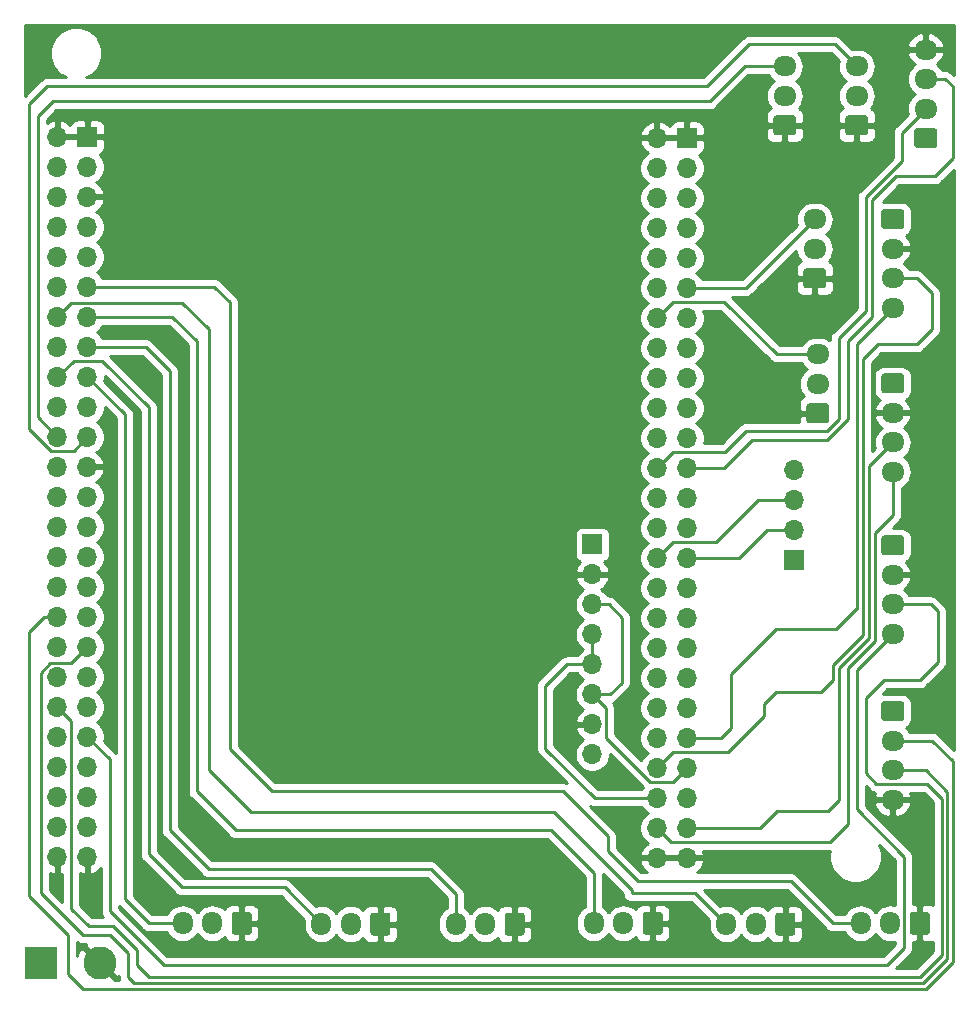
<source format=gbr>
%TF.GenerationSoftware,KiCad,Pcbnew,(5.1.10)-1*%
%TF.CreationDate,2022-05-17T22:08:58+03:00*%
%TF.ProjectId,SAUK-Y v1 STM32F4 Disc,5341554b-2d59-4207-9631-2053544d3332,rev?*%
%TF.SameCoordinates,Original*%
%TF.FileFunction,Copper,L1,Top*%
%TF.FilePolarity,Positive*%
%FSLAX46Y46*%
G04 Gerber Fmt 4.6, Leading zero omitted, Abs format (unit mm)*
G04 Created by KiCad (PCBNEW (5.1.10)-1) date 2022-05-17 22:08:58*
%MOMM*%
%LPD*%
G01*
G04 APERTURE LIST*
%TA.AperFunction,ComponentPad*%
%ADD10C,2.800000*%
%TD*%
%TA.AperFunction,ComponentPad*%
%ADD11R,2.800000X2.800000*%
%TD*%
%TA.AperFunction,ComponentPad*%
%ADD12O,1.700000X1.700000*%
%TD*%
%TA.AperFunction,ComponentPad*%
%ADD13R,1.700000X1.700000*%
%TD*%
%TA.AperFunction,ComponentPad*%
%ADD14O,1.950000X1.700000*%
%TD*%
%TA.AperFunction,ComponentPad*%
%ADD15O,1.700000X1.950000*%
%TD*%
%TA.AperFunction,Conductor*%
%ADD16C,0.250000*%
%TD*%
%TA.AperFunction,Conductor*%
%ADD17C,0.254000*%
%TD*%
%TA.AperFunction,Conductor*%
%ADD18C,0.100000*%
%TD*%
G04 APERTURE END LIST*
D10*
%TO.P,J7,2*%
%TO.N,GND_GDK_giris*%
X180000000Y-142000000D03*
D11*
%TO.P,J7,1*%
%TO.N,+5V_GDK_giris*%
X175000000Y-142000000D03*
%TD*%
D12*
%TO.P,J23,50*%
%TO.N,GND_GDK_giris*%
X227184000Y-133146000D03*
%TO.P,J23,49*%
X229724000Y-133146000D03*
%TO.P,J23,48*%
%TO.N,USART6_Rx*%
X227184000Y-130606000D03*
%TO.P,J23,47*%
%TO.N,USART6_Tx*%
X229724000Y-130606000D03*
%TO.P,J23,46*%
%TO.N,I2C3_SDA*%
X227184000Y-128066000D03*
%TO.P,J23,45*%
%TO.N,Net-(J23-Pad45)*%
X229724000Y-128066000D03*
%TO.P,J23,44*%
%TO.N,USART1_Tx*%
X227184000Y-125526000D03*
%TO.P,J23,43*%
%TO.N,I2C3_SCL*%
X229724000Y-125526000D03*
%TO.P,J23,42*%
%TO.N,Net-(J23-Pad42)*%
X227184000Y-122986000D03*
%TO.P,J23,41*%
%TO.N,USART1_Rx*%
X229724000Y-122986000D03*
%TO.P,J23,40*%
%TO.N,Net-(J23-Pad40)*%
X227184000Y-120446000D03*
%TO.P,J23,39*%
%TO.N,Net-(J23-Pad39)*%
X229724000Y-120446000D03*
%TO.P,J23,38*%
%TO.N,Net-(J23-Pad38)*%
X227184000Y-117906000D03*
%TO.P,J23,37*%
%TO.N,Net-(J23-Pad37)*%
X229724000Y-117906000D03*
%TO.P,J23,36*%
%TO.N,Net-(J23-Pad36)*%
X227184000Y-115366000D03*
%TO.P,J23,35*%
%TO.N,Net-(J23-Pad35)*%
X229724000Y-115366000D03*
%TO.P,J23,34*%
%TO.N,Net-(J23-Pad34)*%
X227184000Y-112826000D03*
%TO.P,J23,33*%
%TO.N,Net-(J23-Pad33)*%
X229724000Y-112826000D03*
%TO.P,J23,32*%
%TO.N,Net-(J23-Pad32)*%
X227184000Y-110286000D03*
%TO.P,J23,31*%
%TO.N,Net-(J23-Pad31)*%
X229724000Y-110286000D03*
%TO.P,J23,30*%
%TO.N,USART2_Rx*%
X227184000Y-107746000D03*
%TO.P,J23,29*%
%TO.N,USART2_Tx*%
X229724000Y-107746000D03*
%TO.P,J23,28*%
%TO.N,Net-(J23-Pad28)*%
X227184000Y-105206000D03*
%TO.P,J23,27*%
%TO.N,Net-(J23-Pad27)*%
X229724000Y-105206000D03*
%TO.P,J23,26*%
%TO.N,Net-(J23-Pad26)*%
X227184000Y-102666000D03*
%TO.P,J23,25*%
%TO.N,Net-(J23-Pad25)*%
X229724000Y-102666000D03*
%TO.P,J23,24*%
%TO.N,I2C1_SCL*%
X227184000Y-100126000D03*
%TO.P,J23,23*%
%TO.N,I2C1_SDA*%
X229724000Y-100126000D03*
%TO.P,J23,22*%
%TO.N,Net-(J23-Pad22)*%
X227184000Y-97586000D03*
%TO.P,J23,21*%
%TO.N,Net-(J23-Pad21)*%
X229724000Y-97586000D03*
%TO.P,J23,20*%
%TO.N,Net-(J23-Pad20)*%
X227184000Y-95046000D03*
%TO.P,J23,19*%
%TO.N,Net-(J23-Pad19)*%
X229724000Y-95046000D03*
%TO.P,J23,18*%
%TO.N,Net-(J23-Pad18)*%
X227184000Y-92506000D03*
%TO.P,J23,17*%
%TO.N,Net-(J23-Pad17)*%
X229724000Y-92506000D03*
%TO.P,J23,16*%
%TO.N,Net-(J23-Pad16)*%
X227184000Y-89966000D03*
%TO.P,J23,15*%
%TO.N,Net-(J23-Pad15)*%
X229724000Y-89966000D03*
%TO.P,J23,14*%
%TO.N,TIM9_CH1*%
X227184000Y-87426000D03*
%TO.P,J23,13*%
%TO.N,Net-(J23-Pad13)*%
X229724000Y-87426000D03*
%TO.P,J23,12*%
%TO.N,Net-(J23-Pad12)*%
X227184000Y-84886000D03*
%TO.P,J23,11*%
%TO.N,TIM9_CH2*%
X229724000Y-84886000D03*
%TO.P,J23,10*%
%TO.N,Net-(J23-Pad10)*%
X227184000Y-82346000D03*
%TO.P,J23,9*%
%TO.N,Net-(J23-Pad9)*%
X229724000Y-82346000D03*
%TO.P,J23,8*%
%TO.N,Net-(J23-Pad8)*%
X227184000Y-79806000D03*
%TO.P,J23,7*%
%TO.N,Net-(J23-Pad7)*%
X229724000Y-79806000D03*
%TO.P,J23,6*%
%TO.N,+3V0*%
X227184000Y-77266000D03*
%TO.P,J23,5*%
X229724000Y-77266000D03*
%TO.P,J23,4*%
%TO.N,+5V_GDK_giris*%
X227184000Y-74726000D03*
%TO.P,J23,3*%
X229724000Y-74726000D03*
%TO.P,J23,2*%
%TO.N,GND_GDK_giris*%
X227184000Y-72186000D03*
D13*
%TO.P,J23,1*%
X229724000Y-72186000D03*
%TD*%
D12*
%TO.P,J22,50*%
%TO.N,GND_GDK_giris*%
X176424000Y-133066000D03*
%TO.P,J22,49*%
X178964000Y-133066000D03*
%TO.P,J22,48*%
%TO.N,Net-(J22-Pad48)*%
X176424000Y-130526000D03*
%TO.P,J22,47*%
%TO.N,Net-(J22-Pad47)*%
X178964000Y-130526000D03*
%TO.P,J22,46*%
%TO.N,Net-(J22-Pad46)*%
X176424000Y-127986000D03*
%TO.P,J22,45*%
%TO.N,Net-(J22-Pad45)*%
X178964000Y-127986000D03*
%TO.P,J22,44*%
%TO.N,Net-(J22-Pad44)*%
X176424000Y-125446000D03*
%TO.P,J22,43*%
%TO.N,Net-(J22-Pad43)*%
X178964000Y-125446000D03*
%TO.P,J22,42*%
%TO.N,Net-(J22-Pad42)*%
X176424000Y-122906000D03*
%TO.P,J22,41*%
%TO.N,USART3_Rx*%
X178964000Y-122906000D03*
%TO.P,J22,40*%
%TO.N,USART3_Tx*%
X176424000Y-120366000D03*
%TO.P,J22,39*%
%TO.N,Net-(J22-Pad39)*%
X178964000Y-120366000D03*
%TO.P,J22,38*%
%TO.N,Net-(J22-Pad38)*%
X176424000Y-117826000D03*
%TO.P,J22,37*%
%TO.N,Net-(J22-Pad37)*%
X178964000Y-117826000D03*
%TO.P,J22,36*%
%TO.N,Net-(J22-Pad36)*%
X176424000Y-115286000D03*
%TO.P,J22,35*%
%TO.N,I2C2_SDA*%
X178964000Y-115286000D03*
%TO.P,J22,34*%
%TO.N,I2C2_SCL*%
X176424000Y-112746000D03*
%TO.P,J22,33*%
%TO.N,Net-(J22-Pad33)*%
X178964000Y-112746000D03*
%TO.P,J22,32*%
%TO.N,Net-(J22-Pad32)*%
X176424000Y-110206000D03*
%TO.P,J22,31*%
%TO.N,Net-(J22-Pad31)*%
X178964000Y-110206000D03*
%TO.P,J22,30*%
%TO.N,Net-(J22-Pad30)*%
X176424000Y-107666000D03*
%TO.P,J22,29*%
%TO.N,Net-(J22-Pad29)*%
X178964000Y-107666000D03*
%TO.P,J22,28*%
%TO.N,Net-(J22-Pad28)*%
X176424000Y-105126000D03*
%TO.P,J22,27*%
%TO.N,Net-(J22-Pad27)*%
X178964000Y-105126000D03*
%TO.P,J22,26*%
%TO.N,Net-(J22-Pad26)*%
X176424000Y-102586000D03*
%TO.P,J22,25*%
%TO.N,Net-(J22-Pad25)*%
X178964000Y-102586000D03*
%TO.P,J22,24*%
%TO.N,Net-(J22-Pad24)*%
X176424000Y-100046000D03*
%TO.P,J22,23*%
%TO.N,GND_GDK_giris*%
X178964000Y-100046000D03*
%TO.P,J22,22*%
%TO.N,TIM3_CH3*%
X176424000Y-97506000D03*
%TO.P,J22,21*%
%TO.N,TIM3_CH4*%
X178964000Y-97506000D03*
%TO.P,J22,20*%
%TO.N,Net-(J22-Pad20)*%
X176424000Y-94966000D03*
%TO.P,J22,19*%
%TO.N,Net-(J22-Pad19)*%
X178964000Y-94966000D03*
%TO.P,J22,18*%
%TO.N,TIM3_CH1*%
X176424000Y-92426000D03*
%TO.P,J22,17*%
%TO.N,TIM3_CH2*%
X178964000Y-92426000D03*
%TO.P,J22,16*%
%TO.N,Net-(J22-Pad16)*%
X176424000Y-89886000D03*
%TO.P,J22,15*%
%TO.N,TIM2_CH1*%
X178964000Y-89886000D03*
%TO.P,J22,14*%
%TO.N,TIM2_CH3*%
X176424000Y-87346000D03*
%TO.P,J22,13*%
%TO.N,TIM2_CH4*%
X178964000Y-87346000D03*
%TO.P,J22,12*%
%TO.N,Net-(J22-Pad12)*%
X176424000Y-84806000D03*
%TO.P,J22,11*%
%TO.N,TIM2_CH2*%
X178964000Y-84806000D03*
%TO.P,J22,10*%
%TO.N,Net-(J22-Pad10)*%
X176424000Y-82266000D03*
%TO.P,J22,9*%
%TO.N,Net-(J22-Pad9)*%
X178964000Y-82266000D03*
%TO.P,J22,8*%
%TO.N,Net-(J22-Pad8)*%
X176424000Y-79726000D03*
%TO.P,J22,7*%
%TO.N,Net-(J22-Pad7)*%
X178964000Y-79726000D03*
%TO.P,J22,6*%
%TO.N,Net-(J22-Pad6)*%
X176424000Y-77186000D03*
%TO.P,J22,5*%
%TO.N,GND_GDK_giris*%
X178964000Y-77186000D03*
%TO.P,J22,4*%
%TO.N,Net-(J22-Pad4)*%
X176424000Y-74646000D03*
%TO.P,J22,3*%
%TO.N,Net-(J22-Pad3)*%
X178964000Y-74646000D03*
%TO.P,J22,2*%
%TO.N,GND_GDK_giris*%
X176424000Y-72106000D03*
D13*
%TO.P,J22,1*%
X178964000Y-72106000D03*
%TD*%
D14*
%TO.P,J18,4*%
%TO.N,GND_GDK_giris*%
X247142000Y-128214000D03*
%TO.P,J18,3*%
%TO.N,I2C2_SDA*%
X247142000Y-125714000D03*
%TO.P,J18,2*%
%TO.N,I2C2_SCL*%
X247142000Y-123214000D03*
%TO.P,J18,1*%
%TO.N,+5V_GDK_giris*%
%TA.AperFunction,ComponentPad*%
G36*
G01*
X246417000Y-119864000D02*
X247867000Y-119864000D01*
G75*
G02*
X248117000Y-120114000I0J-250000D01*
G01*
X248117000Y-121314000D01*
G75*
G02*
X247867000Y-121564000I-250000J0D01*
G01*
X246417000Y-121564000D01*
G75*
G02*
X246167000Y-121314000I0J250000D01*
G01*
X246167000Y-120114000D01*
G75*
G02*
X246417000Y-119864000I250000J0D01*
G01*
G37*
%TD.AperFunction*%
%TD*%
%TO.P,J17,4*%
%TO.N,USART6_Rx*%
X247142000Y-100464000D03*
%TO.P,J17,3*%
%TO.N,USART6_Tx*%
X247142000Y-97964000D03*
%TO.P,J17,2*%
%TO.N,GND_GDK_giris*%
X247142000Y-95464000D03*
%TO.P,J17,1*%
%TO.N,+5V_GDK_giris*%
%TA.AperFunction,ComponentPad*%
G36*
G01*
X246417000Y-92114000D02*
X247867000Y-92114000D01*
G75*
G02*
X248117000Y-92364000I0J-250000D01*
G01*
X248117000Y-93564000D01*
G75*
G02*
X247867000Y-93814000I-250000J0D01*
G01*
X246417000Y-93814000D01*
G75*
G02*
X246167000Y-93564000I0J250000D01*
G01*
X246167000Y-92364000D01*
G75*
G02*
X246417000Y-92114000I250000J0D01*
G01*
G37*
%TD.AperFunction*%
%TD*%
D15*
%TO.P,L_B1,3*%
%TO.N,TIM3_CH2*%
X187024000Y-138684000D03*
%TO.P,L_B1,2*%
%TO.N,+5V_GDK_giris*%
X189524000Y-138684000D03*
%TO.P,L_B1,1*%
%TO.N,GND_GDK_giris*%
%TA.AperFunction,ComponentPad*%
G36*
G01*
X192874000Y-137959000D02*
X192874000Y-139409000D01*
G75*
G02*
X192624000Y-139659000I-250000J0D01*
G01*
X191424000Y-139659000D01*
G75*
G02*
X191174000Y-139409000I0J250000D01*
G01*
X191174000Y-137959000D01*
G75*
G02*
X191424000Y-137709000I250000J0D01*
G01*
X192624000Y-137709000D01*
G75*
G02*
X192874000Y-137959000I0J-250000D01*
G01*
G37*
%TD.AperFunction*%
%TD*%
%TO.P,L_V1,3*%
%TO.N,TIM3_CH1*%
X198766000Y-138754000D03*
%TO.P,L_V1,2*%
%TO.N,+5V_GDK_giris*%
X201266000Y-138754000D03*
%TO.P,L_V1,1*%
%TO.N,GND_GDK_giris*%
%TA.AperFunction,ComponentPad*%
G36*
G01*
X204616000Y-138029000D02*
X204616000Y-139479000D01*
G75*
G02*
X204366000Y-139729000I-250000J0D01*
G01*
X203166000Y-139729000D01*
G75*
G02*
X202916000Y-139479000I0J250000D01*
G01*
X202916000Y-138029000D01*
G75*
G02*
X203166000Y-137779000I250000J0D01*
G01*
X204366000Y-137779000D01*
G75*
G02*
X204616000Y-138029000I0J-250000D01*
G01*
G37*
%TD.AperFunction*%
%TD*%
D14*
%TO.P,J6,4*%
%TO.N,USART3_Rx*%
X247142000Y-114180000D03*
%TO.P,J6,3*%
%TO.N,USART3_Tx*%
X247142000Y-111680000D03*
%TO.P,J6,2*%
%TO.N,GND_GDK_giris*%
X247142000Y-109180000D03*
%TO.P,J6,1*%
%TO.N,+5V_GDK_giris*%
%TA.AperFunction,ComponentPad*%
G36*
G01*
X246417000Y-105830000D02*
X247867000Y-105830000D01*
G75*
G02*
X248117000Y-106080000I0J-250000D01*
G01*
X248117000Y-107280000D01*
G75*
G02*
X247867000Y-107530000I-250000J0D01*
G01*
X246417000Y-107530000D01*
G75*
G02*
X246167000Y-107280000I0J250000D01*
G01*
X246167000Y-106080000D01*
G75*
G02*
X246417000Y-105830000I250000J0D01*
G01*
G37*
%TD.AperFunction*%
%TD*%
%TO.P,J5,4*%
%TO.N,USART1_Rx*%
X247142000Y-86558000D03*
%TO.P,J5,3*%
%TO.N,USART1_Tx*%
X247142000Y-84058000D03*
%TO.P,J5,2*%
%TO.N,GND_GDK_giris*%
X247142000Y-81558000D03*
%TO.P,J5,1*%
%TO.N,+5V_GDK_giris*%
%TA.AperFunction,ComponentPad*%
G36*
G01*
X246417000Y-78208000D02*
X247867000Y-78208000D01*
G75*
G02*
X248117000Y-78458000I0J-250000D01*
G01*
X248117000Y-79658000D01*
G75*
G02*
X247867000Y-79908000I-250000J0D01*
G01*
X246417000Y-79908000D01*
G75*
G02*
X246167000Y-79658000I0J250000D01*
G01*
X246167000Y-78458000D01*
G75*
G02*
X246417000Y-78208000I250000J0D01*
G01*
G37*
%TD.AperFunction*%
%TD*%
D15*
%TO.P,L_F1,3*%
%TO.N,TIM2_CH1*%
X210138000Y-138754000D03*
%TO.P,L_F1,2*%
%TO.N,+5V_GDK_giris*%
X212638000Y-138754000D03*
%TO.P,L_F1,1*%
%TO.N,GND_GDK_giris*%
%TA.AperFunction,ComponentPad*%
G36*
G01*
X215988000Y-138029000D02*
X215988000Y-139479000D01*
G75*
G02*
X215738000Y-139729000I-250000J0D01*
G01*
X214538000Y-139729000D01*
G75*
G02*
X214288000Y-139479000I0J250000D01*
G01*
X214288000Y-138029000D01*
G75*
G02*
X214538000Y-137779000I250000J0D01*
G01*
X215738000Y-137779000D01*
G75*
G02*
X215988000Y-138029000I0J-250000D01*
G01*
G37*
%TD.AperFunction*%
%TD*%
%TO.P,R_F1,3*%
%TO.N,TIM2_CH4*%
X221822000Y-138684000D03*
%TO.P,R_F1,2*%
%TO.N,+5V_GDK_giris*%
X224322000Y-138684000D03*
%TO.P,R_F1,1*%
%TO.N,GND_GDK_giris*%
%TA.AperFunction,ComponentPad*%
G36*
G01*
X227672000Y-137959000D02*
X227672000Y-139409000D01*
G75*
G02*
X227422000Y-139659000I-250000J0D01*
G01*
X226222000Y-139659000D01*
G75*
G02*
X225972000Y-139409000I0J250000D01*
G01*
X225972000Y-137959000D01*
G75*
G02*
X226222000Y-137709000I250000J0D01*
G01*
X227422000Y-137709000D01*
G75*
G02*
X227672000Y-137959000I0J-250000D01*
G01*
G37*
%TD.AperFunction*%
%TD*%
%TO.P,R_V1,3*%
%TO.N,TIM2_CH3*%
X233056000Y-138754000D03*
%TO.P,R_V1,2*%
%TO.N,+5V_GDK_giris*%
X235556000Y-138754000D03*
%TO.P,R_V1,1*%
%TO.N,GND_GDK_giris*%
%TA.AperFunction,ComponentPad*%
G36*
G01*
X238906000Y-138029000D02*
X238906000Y-139479000D01*
G75*
G02*
X238656000Y-139729000I-250000J0D01*
G01*
X237456000Y-139729000D01*
G75*
G02*
X237206000Y-139479000I0J250000D01*
G01*
X237206000Y-138029000D01*
G75*
G02*
X237456000Y-137779000I250000J0D01*
G01*
X238656000Y-137779000D01*
G75*
G02*
X238906000Y-138029000I0J-250000D01*
G01*
G37*
%TD.AperFunction*%
%TD*%
%TO.P,R_B1,3*%
%TO.N,TIM2_CH2*%
X244428000Y-138684000D03*
%TO.P,R_B1,2*%
%TO.N,+5V_GDK_giris*%
X246928000Y-138684000D03*
%TO.P,R_B1,1*%
%TO.N,GND_GDK_giris*%
%TA.AperFunction,ComponentPad*%
G36*
G01*
X250278000Y-137959000D02*
X250278000Y-139409000D01*
G75*
G02*
X250028000Y-139659000I-250000J0D01*
G01*
X248828000Y-139659000D01*
G75*
G02*
X248578000Y-139409000I0J250000D01*
G01*
X248578000Y-137959000D01*
G75*
G02*
X248828000Y-137709000I250000J0D01*
G01*
X250028000Y-137709000D01*
G75*
G02*
X250278000Y-137959000I0J-250000D01*
G01*
G37*
%TD.AperFunction*%
%TD*%
%TO.P,J8,1*%
%TO.N,+5V_GDK_giris*%
%TA.AperFunction,ComponentPad*%
G36*
G01*
X250661000Y-73050000D02*
X249211000Y-73050000D01*
G75*
G02*
X248961000Y-72800000I0J250000D01*
G01*
X248961000Y-71600000D01*
G75*
G02*
X249211000Y-71350000I250000J0D01*
G01*
X250661000Y-71350000D01*
G75*
G02*
X250911000Y-71600000I0J-250000D01*
G01*
X250911000Y-72800000D01*
G75*
G02*
X250661000Y-73050000I-250000J0D01*
G01*
G37*
%TD.AperFunction*%
D14*
%TO.P,J8,2*%
%TO.N,I2C1_SCL*%
X249936000Y-69700000D03*
%TO.P,J8,3*%
%TO.N,I2C1_SDA*%
X249936000Y-67200000D03*
%TO.P,J8,4*%
%TO.N,GND_GDK_giris*%
X249936000Y-64700000D03*
%TD*%
%TO.P,J11,1*%
%TO.N,GND_GDK_giris*%
%TA.AperFunction,ComponentPad*%
G36*
G01*
X241517000Y-96354000D02*
X240067000Y-96354000D01*
G75*
G02*
X239817000Y-96104000I0J250000D01*
G01*
X239817000Y-94904000D01*
G75*
G02*
X240067000Y-94654000I250000J0D01*
G01*
X241517000Y-94654000D01*
G75*
G02*
X241767000Y-94904000I0J-250000D01*
G01*
X241767000Y-96104000D01*
G75*
G02*
X241517000Y-96354000I-250000J0D01*
G01*
G37*
%TD.AperFunction*%
%TO.P,J11,2*%
%TO.N,+5V_GDK_giris*%
X240792000Y-93004000D03*
%TO.P,J11,3*%
%TO.N,TIM9_CH1*%
X240792000Y-90504000D03*
%TD*%
%TO.P,OP_MOT_1,3*%
%TO.N,TIM3_CH3*%
X237998000Y-66120000D03*
%TO.P,OP_MOT_1,2*%
%TO.N,+5V_GDK_giris*%
X237998000Y-68620000D03*
%TO.P,OP_MOT_1,1*%
%TO.N,GND_GDK_giris*%
%TA.AperFunction,ComponentPad*%
G36*
G01*
X238723000Y-71970000D02*
X237273000Y-71970000D01*
G75*
G02*
X237023000Y-71720000I0J250000D01*
G01*
X237023000Y-70520000D01*
G75*
G02*
X237273000Y-70270000I250000J0D01*
G01*
X238723000Y-70270000D01*
G75*
G02*
X238973000Y-70520000I0J-250000D01*
G01*
X238973000Y-71720000D01*
G75*
G02*
X238723000Y-71970000I-250000J0D01*
G01*
G37*
%TD.AperFunction*%
%TD*%
%TO.P,OP_MOT_2,1*%
%TO.N,GND_GDK_giris*%
%TA.AperFunction,ComponentPad*%
G36*
G01*
X244819000Y-71970000D02*
X243369000Y-71970000D01*
G75*
G02*
X243119000Y-71720000I0J250000D01*
G01*
X243119000Y-70520000D01*
G75*
G02*
X243369000Y-70270000I250000J0D01*
G01*
X244819000Y-70270000D01*
G75*
G02*
X245069000Y-70520000I0J-250000D01*
G01*
X245069000Y-71720000D01*
G75*
G02*
X244819000Y-71970000I-250000J0D01*
G01*
G37*
%TD.AperFunction*%
%TO.P,OP_MOT_2,2*%
%TO.N,+5V_GDK_giris*%
X244094000Y-68620000D03*
%TO.P,OP_MOT_2,3*%
%TO.N,TIM3_CH4*%
X244094000Y-66120000D03*
%TD*%
%TO.P,J21,3*%
%TO.N,TIM9_CH2*%
X240538000Y-79074000D03*
%TO.P,J21,2*%
%TO.N,+5V_GDK_giris*%
X240538000Y-81574000D03*
%TO.P,J21,1*%
%TO.N,GND_GDK_giris*%
%TA.AperFunction,ComponentPad*%
G36*
G01*
X241263000Y-84924000D02*
X239813000Y-84924000D01*
G75*
G02*
X239563000Y-84674000I0J250000D01*
G01*
X239563000Y-83474000D01*
G75*
G02*
X239813000Y-83224000I250000J0D01*
G01*
X241263000Y-83224000D01*
G75*
G02*
X241513000Y-83474000I0J-250000D01*
G01*
X241513000Y-84674000D01*
G75*
G02*
X241263000Y-84924000I-250000J0D01*
G01*
G37*
%TD.AperFunction*%
%TD*%
D13*
%TO.P,TTL1,1*%
%TO.N,Net-(TTL1-Pad1)*%
X238760000Y-107950000D03*
D12*
%TO.P,TTL1,2*%
%TO.N,USART2_Tx*%
X238760000Y-105410000D03*
%TO.P,TTL1,3*%
%TO.N,USART2_Rx*%
X238760000Y-102870000D03*
%TO.P,TTL1,4*%
%TO.N,Net-(TTL1-Pad4)*%
X238760000Y-100330000D03*
%TD*%
D13*
%TO.P,MPU1,1*%
%TO.N,+5V_GDK_giris*%
X221700000Y-106600000D03*
D12*
%TO.P,MPU1,2*%
%TO.N,GND_GDK_giris*%
X221700000Y-109140000D03*
%TO.P,MPU1,3*%
%TO.N,I2C3_SCL*%
X221700000Y-111680000D03*
%TO.P,MPU1,4*%
%TO.N,I2C3_SDA*%
X221700000Y-114220000D03*
%TO.P,MPU1,5*%
X221700000Y-116760000D03*
%TO.P,MPU1,6*%
%TO.N,I2C3_SCL*%
X221700000Y-119300000D03*
%TO.P,MPU1,7*%
%TO.N,GND_GDK_giris*%
X221700000Y-121840000D03*
%TO.P,MPU1,8*%
%TO.N,+5V_GDK_giris*%
X221700000Y-124380000D03*
%TD*%
D16*
%TO.N,TIM2_CH2*%
X189708000Y-84806000D02*
X185898000Y-84806000D01*
X222758000Y-131064000D02*
X219202000Y-127508000D01*
X194564000Y-127508000D02*
X191008000Y-123952000D01*
X185898000Y-84806000D02*
X186152000Y-84806000D01*
X244428000Y-138684000D02*
X242062000Y-138684000D01*
X225552000Y-135128000D02*
X223012000Y-132588000D01*
X242062000Y-138684000D02*
X238506000Y-135128000D01*
X178964000Y-84806000D02*
X185898000Y-84806000D01*
X238506000Y-135128000D02*
X225552000Y-135128000D01*
X219202000Y-127508000D02*
X194564000Y-127508000D01*
X191008000Y-123952000D02*
X191008000Y-86106000D01*
X191008000Y-86106000D02*
X189708000Y-84806000D01*
X222758000Y-131064000D02*
X223012000Y-131318000D01*
X223012000Y-132588000D02*
X223012000Y-131318000D01*
%TO.N,TIM2_CH3*%
X232988000Y-138754000D02*
X233056000Y-138754000D01*
X230378000Y-136144000D02*
X232988000Y-138754000D01*
X225044000Y-135890000D02*
X225044000Y-136144000D01*
X218440000Y-129286000D02*
X225044000Y-135890000D01*
X189230000Y-125730000D02*
X192786000Y-129286000D01*
X225044000Y-136144000D02*
X230378000Y-136144000D01*
X187008999Y-86170999D02*
X189230000Y-88392000D01*
X192786000Y-129286000D02*
X218440000Y-129286000D01*
X177599001Y-86170999D02*
X187008999Y-86170999D01*
X189230000Y-88392000D02*
X189230000Y-125730000D01*
X176424000Y-87346000D02*
X177599001Y-86170999D01*
%TO.N,TIM2_CH4*%
X188214000Y-89408000D02*
X186152000Y-87346000D01*
X188214000Y-127508000D02*
X188214000Y-89408000D01*
X218186000Y-130810000D02*
X191516000Y-130810000D01*
X186152000Y-87346000D02*
X178964000Y-87346000D01*
X221822000Y-134446000D02*
X218186000Y-130810000D01*
X191516000Y-130810000D02*
X188214000Y-127508000D01*
X221822000Y-138684000D02*
X221822000Y-134446000D01*
%TO.N,TIM2_CH1*%
X189230000Y-134112000D02*
X185928000Y-130810000D01*
X208026000Y-134112000D02*
X189230000Y-134112000D01*
X210138000Y-136224000D02*
X208026000Y-134112000D01*
X210138000Y-138754000D02*
X210138000Y-136224000D01*
X178964000Y-89886000D02*
X181580000Y-89886000D01*
X181580000Y-89886000D02*
X181610000Y-89916000D01*
X181610000Y-89916000D02*
X183896000Y-89916000D01*
X185928000Y-91948000D02*
X185928000Y-95758000D01*
X183896000Y-89916000D02*
X185928000Y-91948000D01*
X185928000Y-95758000D02*
X185928000Y-95647919D01*
X185928000Y-130810000D02*
X185928000Y-95758000D01*
%TO.N,USART1_Rx*%
X233426000Y-122174000D02*
X232614000Y-122986000D01*
X237236000Y-113792000D02*
X233426000Y-117602000D01*
X244062000Y-112046000D02*
X242316000Y-113792000D01*
X242316000Y-113792000D02*
X237236000Y-113792000D01*
X244094000Y-112046000D02*
X244062000Y-112046000D01*
X233426000Y-117602000D02*
X233426000Y-122174000D01*
X247142000Y-86614000D02*
X244094000Y-89662000D01*
X244094000Y-89662000D02*
X244094000Y-112046000D01*
X247142000Y-86558000D02*
X247142000Y-86614000D01*
X229724000Y-122986000D02*
X232614000Y-122986000D01*
%TO.N,USART1_Tx*%
X250444000Y-85344000D02*
X249158000Y-84058000D01*
X250444000Y-88392000D02*
X250444000Y-85344000D01*
X227184000Y-125526000D02*
X228548999Y-124161001D01*
X241046000Y-119126000D02*
X242062000Y-118110000D01*
X244602000Y-90932000D02*
X245872000Y-89662000D01*
X233216999Y-124161001D02*
X236220000Y-121158000D01*
X236220000Y-121158000D02*
X236220000Y-120142000D01*
X237236000Y-119126000D02*
X241046000Y-119126000D01*
X228548999Y-124161001D02*
X233216999Y-124161001D01*
X242062000Y-118110000D02*
X242062000Y-116840000D01*
X236220000Y-120142000D02*
X237236000Y-119126000D01*
X244602000Y-114300000D02*
X244602000Y-90932000D01*
X249158000Y-84058000D02*
X247142000Y-84058000D01*
X242062000Y-116840000D02*
X244602000Y-114300000D01*
X245872000Y-89662000D02*
X249174000Y-89662000D01*
X249174000Y-89662000D02*
X250444000Y-88392000D01*
%TO.N,USART3_Tx*%
X177599001Y-121541001D02*
X176424000Y-120366000D01*
X179070000Y-138938000D02*
X177599001Y-137467001D01*
X177599001Y-137467001D02*
X177599001Y-121541001D01*
X183134000Y-140970000D02*
X181102000Y-138938000D01*
X183134000Y-142240000D02*
X183134000Y-140970000D01*
X181102000Y-138938000D02*
X179070000Y-138938000D01*
X184150000Y-143256000D02*
X183134000Y-142240000D01*
X247142000Y-111680000D02*
X250364000Y-111680000D01*
X250364000Y-111680000D02*
X250952000Y-112268000D01*
X246380000Y-118110000D02*
X244856000Y-119634000D01*
X250952000Y-112268000D02*
X250952000Y-116586000D01*
X250079010Y-126889010D02*
X251321980Y-128131980D01*
X250952000Y-116586000D02*
X249428000Y-118110000D01*
X245761010Y-126889010D02*
X250079010Y-126889010D01*
X244856000Y-119634000D02*
X244856000Y-125984000D01*
X244856000Y-125984000D02*
X245761010Y-126889010D01*
X251321980Y-128131980D02*
X251321980Y-141362020D01*
X249428000Y-118110000D02*
X246380000Y-118110000D01*
X251321980Y-141362020D02*
X249428000Y-143256000D01*
X249428000Y-143256000D02*
X184150000Y-143256000D01*
%TO.N,USART3_Rx*%
X180848000Y-124790000D02*
X178964000Y-122906000D01*
X180848000Y-137668000D02*
X180848000Y-124790000D01*
X185420000Y-142240000D02*
X180848000Y-137668000D01*
X246634000Y-142240000D02*
X185420000Y-142240000D01*
X248103010Y-140770990D02*
X246634000Y-142240000D01*
X248103010Y-133041010D02*
X248103010Y-140770990D01*
X244094000Y-129032000D02*
X248103010Y-133041010D01*
X244094000Y-117228000D02*
X244094000Y-129032000D01*
X247142000Y-114180000D02*
X244094000Y-117228000D01*
%TO.N,I2C1_SDA*%
X229724000Y-100126000D02*
X232868000Y-100126000D01*
X232868000Y-100126000D02*
X232714000Y-100126000D01*
X251604000Y-67200000D02*
X249936000Y-67200000D01*
X252222000Y-73914000D02*
X252222000Y-67818000D01*
X252222000Y-67818000D02*
X251604000Y-67200000D01*
X250698000Y-75438000D02*
X252222000Y-73914000D01*
X245364000Y-77470000D02*
X247396000Y-75438000D01*
X247396000Y-75438000D02*
X250698000Y-75438000D01*
X245364000Y-87376000D02*
X245364000Y-77470000D01*
X243332000Y-89408000D02*
X245364000Y-87376000D01*
X232868000Y-100126000D02*
X235204000Y-97790000D01*
X235204000Y-97790000D02*
X241554000Y-97790000D01*
X241554000Y-97790000D02*
X243332000Y-96012000D01*
X243332000Y-96012000D02*
X243332000Y-89408000D01*
%TO.N,I2C1_SCL*%
X247904000Y-71732000D02*
X249936000Y-69700000D01*
X244856000Y-77216000D02*
X247904000Y-74168000D01*
X244856000Y-86868000D02*
X244856000Y-77216000D01*
X242570000Y-89154000D02*
X244856000Y-86868000D01*
X247904000Y-74168000D02*
X247904000Y-71732000D01*
X227184000Y-100126000D02*
X228548999Y-98761001D01*
X228548999Y-98761001D02*
X232962999Y-98761001D01*
X232962999Y-98761001D02*
X234696000Y-97028000D01*
X234696000Y-97028000D02*
X241554000Y-97028000D01*
X241554000Y-97028000D02*
X242570000Y-96012000D01*
X242570000Y-96012000D02*
X242570000Y-89154000D01*
%TO.N,I2C3_SDA*%
X221700000Y-114220000D02*
X221700000Y-116760000D01*
X221700000Y-116760000D02*
X219540000Y-116760000D01*
X219540000Y-116760000D02*
X217700000Y-118600000D01*
X217700000Y-118600000D02*
X217700000Y-123900000D01*
X217700000Y-123900000D02*
X221900000Y-128100000D01*
X227150000Y-128100000D02*
X227184000Y-128066000D01*
X221900000Y-128100000D02*
X227150000Y-128100000D01*
%TO.N,I2C3_SCL*%
X228548999Y-126701001D02*
X229724000Y-125526000D01*
X222875001Y-122956003D02*
X226619999Y-126701001D01*
X226619999Y-126701001D02*
X228548999Y-126701001D01*
X222875001Y-120475001D02*
X222875001Y-122956003D01*
X221700000Y-119300000D02*
X222875001Y-120475001D01*
X221700000Y-111680000D02*
X223080000Y-111680000D01*
X223080000Y-111680000D02*
X224200000Y-112800000D01*
X224200000Y-112800000D02*
X224200000Y-118300000D01*
X223200000Y-119300000D02*
X221700000Y-119300000D01*
X224200000Y-118300000D02*
X223200000Y-119300000D01*
%TO.N,TIM9_CH1*%
X237316000Y-90504000D02*
X240792000Y-90504000D01*
X232873001Y-86061001D02*
X237316000Y-90504000D01*
X228548999Y-86061001D02*
X232873001Y-86061001D01*
X227184000Y-87426000D02*
X228548999Y-86061001D01*
%TO.N,TIM3_CH1*%
X195648000Y-135636000D02*
X198766000Y-138754000D01*
X186944000Y-135636000D02*
X195648000Y-135636000D01*
X184150000Y-132842000D02*
X186944000Y-135636000D01*
X184150000Y-94996000D02*
X184150000Y-132842000D01*
X180215001Y-91061001D02*
X184150000Y-94996000D01*
X177788999Y-91061001D02*
X180215001Y-91061001D01*
X176424000Y-92426000D02*
X177788999Y-91061001D01*
%TO.N,TIM3_CH2*%
X187024000Y-138684000D02*
X184150000Y-138684000D01*
X184150000Y-138684000D02*
X182118000Y-136652000D01*
X182118000Y-95580000D02*
X178964000Y-92426000D01*
X182118000Y-136652000D02*
X182118000Y-95580000D01*
%TO.N,TIM3_CH3*%
X234616000Y-66120000D02*
X237998000Y-66120000D01*
X231648000Y-69088000D02*
X234616000Y-66120000D01*
X176022000Y-69088000D02*
X231648000Y-69088000D01*
X174752000Y-95834000D02*
X174752000Y-70358000D01*
X174752000Y-70358000D02*
X176022000Y-69088000D01*
X176424000Y-97506000D02*
X174752000Y-95834000D01*
%TO.N,TIM3_CH4*%
X242236000Y-64262000D02*
X244094000Y-66120000D01*
X231394000Y-67818000D02*
X234950000Y-64262000D01*
X175514000Y-67818000D02*
X231394000Y-67818000D01*
X173990000Y-69342000D02*
X175514000Y-67818000D01*
X173990000Y-96811002D02*
X173990000Y-69342000D01*
X234950000Y-64262000D02*
X242236000Y-64262000D01*
X175859999Y-98681001D02*
X173990000Y-96811002D01*
X177788999Y-98681001D02*
X175859999Y-98681001D01*
X178964000Y-97506000D02*
X177788999Y-98681001D01*
%TO.N,USART2_Tx*%
X229724000Y-107746000D02*
X234138000Y-107746000D01*
X234138000Y-107746000D02*
X236474000Y-105410000D01*
X236474000Y-105410000D02*
X238760000Y-105410000D01*
%TO.N,USART2_Rx*%
X227184000Y-107746000D02*
X228548999Y-106381001D01*
X228548999Y-106381001D02*
X232200999Y-106381001D01*
X232200999Y-106381001D02*
X235712000Y-102870000D01*
X235712000Y-102870000D02*
X238760000Y-102870000D01*
%TO.N,USART6_Tx*%
X229724000Y-130606000D02*
X233730000Y-130606000D01*
X233730000Y-130606000D02*
X233884000Y-130606000D01*
X237330999Y-129191001D02*
X241648999Y-129191001D01*
X241648999Y-129191001D02*
X242570000Y-128270000D01*
X235916000Y-130606000D02*
X237330999Y-129191001D01*
X233730000Y-130606000D02*
X235916000Y-130606000D01*
X247142000Y-97964000D02*
X247142000Y-98044000D01*
X245110000Y-99996000D02*
X247142000Y-97964000D01*
X245110000Y-114554000D02*
X245110000Y-99996000D01*
X245110000Y-114554000D02*
X242570000Y-117094000D01*
X242570000Y-128270000D02*
X242570000Y-117094000D01*
%TO.N,USART6_Rx*%
X227184000Y-130606000D02*
X228359001Y-131781001D01*
X232365001Y-131781001D02*
X233889001Y-131781001D01*
X228359001Y-131781001D02*
X232365001Y-131781001D01*
X243332000Y-117094000D02*
X243332000Y-130302000D01*
X245618000Y-114808000D02*
X243332000Y-117094000D01*
X245618000Y-105664000D02*
X245618000Y-114808000D01*
X247142000Y-104140000D02*
X245618000Y-105664000D01*
X243332000Y-130302000D02*
X241808000Y-131826000D01*
X247142000Y-100464000D02*
X247142000Y-104140000D01*
X241852999Y-131781001D02*
X243332000Y-130302000D01*
X232365001Y-131781001D02*
X241852999Y-131781001D01*
%TO.N,I2C2_SCL*%
X176424000Y-112746000D02*
X175290000Y-112746000D01*
X175290000Y-112746000D02*
X173990000Y-114046000D01*
X173990000Y-114046000D02*
X173990000Y-136398000D01*
X173990000Y-136398000D02*
X177292000Y-139700000D01*
X177292000Y-143002000D02*
X178562000Y-144272000D01*
X177292000Y-139700000D02*
X177292000Y-143002000D01*
X178562000Y-144272000D02*
X249936000Y-144272000D01*
X249936000Y-144272000D02*
X252222000Y-141986000D01*
X252222000Y-141986000D02*
X252222000Y-124968000D01*
X250468000Y-123214000D02*
X247142000Y-123214000D01*
X252222000Y-124968000D02*
X250468000Y-123214000D01*
%TO.N,I2C2_SDA*%
X249920000Y-125714000D02*
X247142000Y-125714000D01*
X178964000Y-115286000D02*
X177599001Y-116650999D01*
X175006000Y-117477998D02*
X175006000Y-136144000D01*
X177599001Y-116650999D02*
X175832999Y-116650999D01*
X175832999Y-116650999D02*
X175006000Y-117477998D01*
X251771990Y-127565990D02*
X249920000Y-125714000D01*
X175006000Y-136144000D02*
X178562000Y-139700000D01*
X178562000Y-139700000D02*
X180848000Y-139700000D01*
X182372000Y-143256000D02*
X182880000Y-143764000D01*
X180848000Y-139700000D02*
X182372000Y-141224000D01*
X182372000Y-141224000D02*
X182372000Y-143256000D01*
X182880000Y-143764000D02*
X249682000Y-143764000D01*
X249682000Y-143764000D02*
X251771990Y-141674010D01*
X251771990Y-141674010D02*
X251771990Y-127565990D01*
%TO.N,TIM9_CH2*%
X234726000Y-84886000D02*
X240538000Y-79074000D01*
X229724000Y-84886000D02*
X234726000Y-84886000D01*
%TD*%
D17*
%TO.N,GND_GDK_giris*%
X178076601Y-140284812D02*
X178137724Y-140334974D01*
X178269753Y-140405546D01*
X178413014Y-140449003D01*
X178524667Y-140460000D01*
X178524676Y-140460000D01*
X178561999Y-140463676D01*
X178599322Y-140460000D01*
X178815534Y-140460000D01*
X178759158Y-140579553D01*
X180000000Y-141820395D01*
X180014143Y-141806253D01*
X180193748Y-141985858D01*
X180179605Y-142000000D01*
X181420447Y-143240842D01*
X181612001Y-143150514D01*
X181612001Y-143218668D01*
X181608324Y-143256000D01*
X181622998Y-143404985D01*
X181655459Y-143512000D01*
X181197670Y-143512000D01*
X181240842Y-143420447D01*
X180000000Y-142179605D01*
X179985858Y-142193748D01*
X179806253Y-142014143D01*
X179820395Y-142000000D01*
X178579553Y-140759158D01*
X178274230Y-140903135D01*
X178093403Y-141260892D01*
X178052000Y-141409539D01*
X178052000Y-140264623D01*
X178076601Y-140284812D01*
%TA.AperFunction,Conductor*%
D18*
G36*
X178076601Y-140284812D02*
G01*
X178137724Y-140334974D01*
X178269753Y-140405546D01*
X178413014Y-140449003D01*
X178524667Y-140460000D01*
X178524676Y-140460000D01*
X178561999Y-140463676D01*
X178599322Y-140460000D01*
X178815534Y-140460000D01*
X178759158Y-140579553D01*
X180000000Y-141820395D01*
X180014143Y-141806253D01*
X180193748Y-141985858D01*
X180179605Y-142000000D01*
X181420447Y-143240842D01*
X181612001Y-143150514D01*
X181612001Y-143218668D01*
X181608324Y-143256000D01*
X181622998Y-143404985D01*
X181655459Y-143512000D01*
X181197670Y-143512000D01*
X181240842Y-143420447D01*
X180000000Y-142179605D01*
X179985858Y-142193748D01*
X179806253Y-142014143D01*
X179820395Y-142000000D01*
X178579553Y-140759158D01*
X178274230Y-140903135D01*
X178093403Y-141260892D01*
X178052000Y-141409539D01*
X178052000Y-140264623D01*
X178076601Y-140284812D01*
G37*
%TD.AperFunction*%
D17*
X245197215Y-127400018D02*
X245221009Y-127429011D01*
X245250002Y-127452805D01*
X245250006Y-127452809D01*
X245264893Y-127465026D01*
X245336734Y-127523984D01*
X245468763Y-127594556D01*
X245612024Y-127638013D01*
X245650936Y-127641846D01*
X245575524Y-127857110D01*
X245696845Y-128087000D01*
X247015000Y-128087000D01*
X247015000Y-128067000D01*
X247269000Y-128067000D01*
X247269000Y-128087000D01*
X248587155Y-128087000D01*
X248708476Y-127857110D01*
X248635574Y-127649010D01*
X249764209Y-127649010D01*
X250561980Y-128446782D01*
X250561981Y-137140772D01*
X250522180Y-137119498D01*
X250402482Y-137083188D01*
X250278000Y-137070928D01*
X249713750Y-137074000D01*
X249555000Y-137232750D01*
X249555000Y-138557000D01*
X249575000Y-138557000D01*
X249575000Y-138811000D01*
X249555000Y-138811000D01*
X249555000Y-140135250D01*
X249713750Y-140294000D01*
X250278000Y-140297072D01*
X250402482Y-140284812D01*
X250522180Y-140248502D01*
X250561981Y-140227228D01*
X250561981Y-141047217D01*
X249113199Y-142496000D01*
X247452801Y-142496000D01*
X248614013Y-141334789D01*
X248643011Y-141310991D01*
X248737984Y-141195266D01*
X248808556Y-141063237D01*
X248852013Y-140919976D01*
X248863010Y-140808323D01*
X248863010Y-140808313D01*
X248866686Y-140770990D01*
X248863010Y-140733667D01*
X248863010Y-140295520D01*
X249142250Y-140294000D01*
X249301000Y-140135250D01*
X249301000Y-138811000D01*
X249281000Y-138811000D01*
X249281000Y-138557000D01*
X249301000Y-138557000D01*
X249301000Y-137232750D01*
X249142250Y-137074000D01*
X248863010Y-137072480D01*
X248863010Y-133078332D01*
X248866686Y-133041009D01*
X248863010Y-133003686D01*
X248863010Y-133003677D01*
X248852013Y-132892024D01*
X248808556Y-132748763D01*
X248737984Y-132616734D01*
X248643011Y-132501009D01*
X248614014Y-132477212D01*
X244854000Y-128717199D01*
X244854000Y-128570890D01*
X245575524Y-128570890D01*
X245667648Y-128833858D01*
X245814504Y-129085193D01*
X246007571Y-129303049D01*
X246239430Y-129479053D01*
X246501170Y-129606442D01*
X246782733Y-129680320D01*
X247015000Y-129540165D01*
X247015000Y-128341000D01*
X247269000Y-128341000D01*
X247269000Y-129540165D01*
X247501267Y-129680320D01*
X247782830Y-129606442D01*
X248044570Y-129479053D01*
X248276429Y-129303049D01*
X248469496Y-129085193D01*
X248616352Y-128833858D01*
X248708476Y-128570890D01*
X248587155Y-128341000D01*
X247269000Y-128341000D01*
X247015000Y-128341000D01*
X245696845Y-128341000D01*
X245575524Y-128570890D01*
X244854000Y-128570890D01*
X244854000Y-127056802D01*
X245197215Y-127400018D01*
%TA.AperFunction,Conductor*%
D18*
G36*
X245197215Y-127400018D02*
G01*
X245221009Y-127429011D01*
X245250002Y-127452805D01*
X245250006Y-127452809D01*
X245264893Y-127465026D01*
X245336734Y-127523984D01*
X245468763Y-127594556D01*
X245612024Y-127638013D01*
X245650936Y-127641846D01*
X245575524Y-127857110D01*
X245696845Y-128087000D01*
X247015000Y-128087000D01*
X247015000Y-128067000D01*
X247269000Y-128067000D01*
X247269000Y-128087000D01*
X248587155Y-128087000D01*
X248708476Y-127857110D01*
X248635574Y-127649010D01*
X249764209Y-127649010D01*
X250561980Y-128446782D01*
X250561981Y-137140772D01*
X250522180Y-137119498D01*
X250402482Y-137083188D01*
X250278000Y-137070928D01*
X249713750Y-137074000D01*
X249555000Y-137232750D01*
X249555000Y-138557000D01*
X249575000Y-138557000D01*
X249575000Y-138811000D01*
X249555000Y-138811000D01*
X249555000Y-140135250D01*
X249713750Y-140294000D01*
X250278000Y-140297072D01*
X250402482Y-140284812D01*
X250522180Y-140248502D01*
X250561981Y-140227228D01*
X250561981Y-141047217D01*
X249113199Y-142496000D01*
X247452801Y-142496000D01*
X248614013Y-141334789D01*
X248643011Y-141310991D01*
X248737984Y-141195266D01*
X248808556Y-141063237D01*
X248852013Y-140919976D01*
X248863010Y-140808323D01*
X248863010Y-140808313D01*
X248866686Y-140770990D01*
X248863010Y-140733667D01*
X248863010Y-140295520D01*
X249142250Y-140294000D01*
X249301000Y-140135250D01*
X249301000Y-138811000D01*
X249281000Y-138811000D01*
X249281000Y-138557000D01*
X249301000Y-138557000D01*
X249301000Y-137232750D01*
X249142250Y-137074000D01*
X248863010Y-137072480D01*
X248863010Y-133078332D01*
X248866686Y-133041009D01*
X248863010Y-133003686D01*
X248863010Y-133003677D01*
X248852013Y-132892024D01*
X248808556Y-132748763D01*
X248737984Y-132616734D01*
X248643011Y-132501009D01*
X248614014Y-132477212D01*
X244854000Y-128717199D01*
X244854000Y-128570890D01*
X245575524Y-128570890D01*
X245667648Y-128833858D01*
X245814504Y-129085193D01*
X246007571Y-129303049D01*
X246239430Y-129479053D01*
X246501170Y-129606442D01*
X246782733Y-129680320D01*
X247015000Y-129540165D01*
X247015000Y-128341000D01*
X247269000Y-128341000D01*
X247269000Y-129540165D01*
X247501267Y-129680320D01*
X247782830Y-129606442D01*
X248044570Y-129479053D01*
X248276429Y-129303049D01*
X248469496Y-129085193D01*
X248616352Y-128833858D01*
X248708476Y-128570890D01*
X248587155Y-128341000D01*
X247269000Y-128341000D01*
X247015000Y-128341000D01*
X245696845Y-128341000D01*
X245575524Y-128570890D01*
X244854000Y-128570890D01*
X244854000Y-127056802D01*
X245197215Y-127400018D01*
G37*
%TD.AperFunction*%
D17*
X187454001Y-89722803D02*
X187454000Y-127470678D01*
X187450324Y-127508000D01*
X187454000Y-127545322D01*
X187454000Y-127545332D01*
X187464997Y-127656985D01*
X187500418Y-127773754D01*
X187508454Y-127800246D01*
X187579026Y-127932276D01*
X187594405Y-127951015D01*
X187673999Y-128048001D01*
X187703003Y-128071804D01*
X190952200Y-131321002D01*
X190975999Y-131350001D01*
X191091724Y-131444974D01*
X191223753Y-131515546D01*
X191367014Y-131559003D01*
X191478667Y-131570000D01*
X191478676Y-131570000D01*
X191515999Y-131573676D01*
X191553322Y-131570000D01*
X217871199Y-131570000D01*
X221062001Y-134760803D01*
X221062000Y-137281406D01*
X220992987Y-137318294D01*
X220766866Y-137503866D01*
X220581294Y-137729986D01*
X220443401Y-137987966D01*
X220358487Y-138267889D01*
X220337000Y-138486050D01*
X220337000Y-138881949D01*
X220358487Y-139100110D01*
X220443401Y-139380033D01*
X220581294Y-139638013D01*
X220766866Y-139864134D01*
X220992986Y-140049706D01*
X221250966Y-140187599D01*
X221530889Y-140272513D01*
X221822000Y-140301185D01*
X222113110Y-140272513D01*
X222393033Y-140187599D01*
X222651013Y-140049706D01*
X222877134Y-139864134D01*
X223062706Y-139638014D01*
X223072000Y-139620626D01*
X223081294Y-139638013D01*
X223266866Y-139864134D01*
X223492986Y-140049706D01*
X223750966Y-140187599D01*
X224030889Y-140272513D01*
X224322000Y-140301185D01*
X224613110Y-140272513D01*
X224893033Y-140187599D01*
X225151013Y-140049706D01*
X225371945Y-139868392D01*
X225382498Y-139903180D01*
X225441463Y-140013494D01*
X225520815Y-140110185D01*
X225617506Y-140189537D01*
X225727820Y-140248502D01*
X225847518Y-140284812D01*
X225972000Y-140297072D01*
X226536250Y-140294000D01*
X226695000Y-140135250D01*
X226695000Y-138811000D01*
X226949000Y-138811000D01*
X226949000Y-140135250D01*
X227107750Y-140294000D01*
X227672000Y-140297072D01*
X227796482Y-140284812D01*
X227916180Y-140248502D01*
X228026494Y-140189537D01*
X228123185Y-140110185D01*
X228202537Y-140013494D01*
X228261502Y-139903180D01*
X228297812Y-139783482D01*
X228310072Y-139659000D01*
X228307000Y-138969750D01*
X228148250Y-138811000D01*
X226949000Y-138811000D01*
X226695000Y-138811000D01*
X226675000Y-138811000D01*
X226675000Y-138557000D01*
X226695000Y-138557000D01*
X226695000Y-137232750D01*
X226949000Y-137232750D01*
X226949000Y-138557000D01*
X228148250Y-138557000D01*
X228307000Y-138398250D01*
X228310072Y-137709000D01*
X228297812Y-137584518D01*
X228261502Y-137464820D01*
X228202537Y-137354506D01*
X228123185Y-137257815D01*
X228026494Y-137178463D01*
X227916180Y-137119498D01*
X227796482Y-137083188D01*
X227672000Y-137070928D01*
X227107750Y-137074000D01*
X226949000Y-137232750D01*
X226695000Y-137232750D01*
X226536250Y-137074000D01*
X225972000Y-137070928D01*
X225847518Y-137083188D01*
X225727820Y-137119498D01*
X225617506Y-137178463D01*
X225520815Y-137257815D01*
X225441463Y-137354506D01*
X225382498Y-137464820D01*
X225371945Y-137499608D01*
X225151014Y-137318294D01*
X224893034Y-137180401D01*
X224613111Y-137095487D01*
X224322000Y-137066815D01*
X224030890Y-137095487D01*
X223750967Y-137180401D01*
X223492987Y-137318294D01*
X223266866Y-137503866D01*
X223081294Y-137729986D01*
X223072000Y-137747374D01*
X223062706Y-137729986D01*
X222877134Y-137503866D01*
X222651014Y-137318294D01*
X222582000Y-137281405D01*
X222582000Y-134502802D01*
X224286564Y-136207366D01*
X224294997Y-136292986D01*
X224338454Y-136436247D01*
X224409026Y-136568276D01*
X224503999Y-136684001D01*
X224619724Y-136778974D01*
X224751753Y-136849546D01*
X224895014Y-136893003D01*
X225006667Y-136904000D01*
X225044000Y-136907677D01*
X225081333Y-136904000D01*
X230063199Y-136904000D01*
X231583933Y-138424736D01*
X231571000Y-138556050D01*
X231571000Y-138951949D01*
X231592487Y-139170110D01*
X231677401Y-139450033D01*
X231815294Y-139708013D01*
X232000866Y-139934134D01*
X232226986Y-140119706D01*
X232484966Y-140257599D01*
X232764889Y-140342513D01*
X233056000Y-140371185D01*
X233347110Y-140342513D01*
X233627033Y-140257599D01*
X233885013Y-140119706D01*
X234111134Y-139934134D01*
X234296706Y-139708014D01*
X234306000Y-139690626D01*
X234315294Y-139708013D01*
X234500866Y-139934134D01*
X234726986Y-140119706D01*
X234984966Y-140257599D01*
X235264889Y-140342513D01*
X235556000Y-140371185D01*
X235847110Y-140342513D01*
X236127033Y-140257599D01*
X236385013Y-140119706D01*
X236605945Y-139938392D01*
X236616498Y-139973180D01*
X236675463Y-140083494D01*
X236754815Y-140180185D01*
X236851506Y-140259537D01*
X236961820Y-140318502D01*
X237081518Y-140354812D01*
X237206000Y-140367072D01*
X237770250Y-140364000D01*
X237929000Y-140205250D01*
X237929000Y-138881000D01*
X238183000Y-138881000D01*
X238183000Y-140205250D01*
X238341750Y-140364000D01*
X238906000Y-140367072D01*
X239030482Y-140354812D01*
X239150180Y-140318502D01*
X239260494Y-140259537D01*
X239357185Y-140180185D01*
X239436537Y-140083494D01*
X239495502Y-139973180D01*
X239531812Y-139853482D01*
X239544072Y-139729000D01*
X239541000Y-139039750D01*
X239382250Y-138881000D01*
X238183000Y-138881000D01*
X237929000Y-138881000D01*
X237909000Y-138881000D01*
X237909000Y-138627000D01*
X237929000Y-138627000D01*
X237929000Y-137302750D01*
X238183000Y-137302750D01*
X238183000Y-138627000D01*
X239382250Y-138627000D01*
X239541000Y-138468250D01*
X239544072Y-137779000D01*
X239531812Y-137654518D01*
X239495502Y-137534820D01*
X239436537Y-137424506D01*
X239357185Y-137327815D01*
X239260494Y-137248463D01*
X239150180Y-137189498D01*
X239030482Y-137153188D01*
X238906000Y-137140928D01*
X238341750Y-137144000D01*
X238183000Y-137302750D01*
X237929000Y-137302750D01*
X237770250Y-137144000D01*
X237206000Y-137140928D01*
X237081518Y-137153188D01*
X236961820Y-137189498D01*
X236851506Y-137248463D01*
X236754815Y-137327815D01*
X236675463Y-137424506D01*
X236616498Y-137534820D01*
X236605945Y-137569608D01*
X236385014Y-137388294D01*
X236127034Y-137250401D01*
X235847111Y-137165487D01*
X235556000Y-137136815D01*
X235264890Y-137165487D01*
X234984967Y-137250401D01*
X234726987Y-137388294D01*
X234500866Y-137573866D01*
X234315294Y-137799986D01*
X234306000Y-137817374D01*
X234296706Y-137799986D01*
X234111134Y-137573866D01*
X233885014Y-137388294D01*
X233627034Y-137250401D01*
X233347111Y-137165487D01*
X233056000Y-137136815D01*
X232764890Y-137165487D01*
X232541925Y-137233123D01*
X231196801Y-135888000D01*
X238191199Y-135888000D01*
X241498205Y-139195008D01*
X241521999Y-139224001D01*
X241550992Y-139247795D01*
X241550996Y-139247799D01*
X241607293Y-139294000D01*
X241637724Y-139318974D01*
X241769753Y-139389546D01*
X241913014Y-139433003D01*
X242024667Y-139444000D01*
X242024676Y-139444000D01*
X242061999Y-139447676D01*
X242099322Y-139444000D01*
X243083592Y-139444000D01*
X243187294Y-139638013D01*
X243372866Y-139864134D01*
X243598986Y-140049706D01*
X243856966Y-140187599D01*
X244136889Y-140272513D01*
X244428000Y-140301185D01*
X244719110Y-140272513D01*
X244999033Y-140187599D01*
X245257013Y-140049706D01*
X245483134Y-139864134D01*
X245668706Y-139638014D01*
X245678000Y-139620626D01*
X245687294Y-139638013D01*
X245872866Y-139864134D01*
X246098986Y-140049706D01*
X246356966Y-140187599D01*
X246636889Y-140272513D01*
X246928000Y-140301185D01*
X247219110Y-140272513D01*
X247343011Y-140234928D01*
X247343011Y-140456187D01*
X246319199Y-141480000D01*
X185734803Y-141480000D01*
X181608000Y-137353199D01*
X181608000Y-137216801D01*
X183586201Y-139195003D01*
X183609999Y-139224001D01*
X183638997Y-139247799D01*
X183725723Y-139318974D01*
X183856681Y-139388973D01*
X183857753Y-139389546D01*
X184001014Y-139433003D01*
X184112667Y-139444000D01*
X184112677Y-139444000D01*
X184150000Y-139447676D01*
X184187323Y-139444000D01*
X185679592Y-139444000D01*
X185783294Y-139638013D01*
X185968866Y-139864134D01*
X186194986Y-140049706D01*
X186452966Y-140187599D01*
X186732889Y-140272513D01*
X187024000Y-140301185D01*
X187315110Y-140272513D01*
X187595033Y-140187599D01*
X187853013Y-140049706D01*
X188079134Y-139864134D01*
X188264706Y-139638014D01*
X188274000Y-139620626D01*
X188283294Y-139638013D01*
X188468866Y-139864134D01*
X188694986Y-140049706D01*
X188952966Y-140187599D01*
X189232889Y-140272513D01*
X189524000Y-140301185D01*
X189815110Y-140272513D01*
X190095033Y-140187599D01*
X190353013Y-140049706D01*
X190573945Y-139868392D01*
X190584498Y-139903180D01*
X190643463Y-140013494D01*
X190722815Y-140110185D01*
X190819506Y-140189537D01*
X190929820Y-140248502D01*
X191049518Y-140284812D01*
X191174000Y-140297072D01*
X191738250Y-140294000D01*
X191897000Y-140135250D01*
X191897000Y-138811000D01*
X192151000Y-138811000D01*
X192151000Y-140135250D01*
X192309750Y-140294000D01*
X192874000Y-140297072D01*
X192998482Y-140284812D01*
X193118180Y-140248502D01*
X193228494Y-140189537D01*
X193325185Y-140110185D01*
X193404537Y-140013494D01*
X193463502Y-139903180D01*
X193499812Y-139783482D01*
X193512072Y-139659000D01*
X193509000Y-138969750D01*
X193350250Y-138811000D01*
X192151000Y-138811000D01*
X191897000Y-138811000D01*
X191877000Y-138811000D01*
X191877000Y-138557000D01*
X191897000Y-138557000D01*
X191897000Y-137232750D01*
X192151000Y-137232750D01*
X192151000Y-138557000D01*
X193350250Y-138557000D01*
X193509000Y-138398250D01*
X193512072Y-137709000D01*
X193499812Y-137584518D01*
X193463502Y-137464820D01*
X193404537Y-137354506D01*
X193325185Y-137257815D01*
X193228494Y-137178463D01*
X193118180Y-137119498D01*
X192998482Y-137083188D01*
X192874000Y-137070928D01*
X192309750Y-137074000D01*
X192151000Y-137232750D01*
X191897000Y-137232750D01*
X191738250Y-137074000D01*
X191174000Y-137070928D01*
X191049518Y-137083188D01*
X190929820Y-137119498D01*
X190819506Y-137178463D01*
X190722815Y-137257815D01*
X190643463Y-137354506D01*
X190584498Y-137464820D01*
X190573945Y-137499608D01*
X190353014Y-137318294D01*
X190095034Y-137180401D01*
X189815111Y-137095487D01*
X189524000Y-137066815D01*
X189232890Y-137095487D01*
X188952967Y-137180401D01*
X188694987Y-137318294D01*
X188468866Y-137503866D01*
X188283294Y-137729986D01*
X188274000Y-137747374D01*
X188264706Y-137729986D01*
X188079134Y-137503866D01*
X187853014Y-137318294D01*
X187595034Y-137180401D01*
X187315111Y-137095487D01*
X187024000Y-137066815D01*
X186732890Y-137095487D01*
X186452967Y-137180401D01*
X186194987Y-137318294D01*
X185968866Y-137503866D01*
X185783294Y-137729986D01*
X185679591Y-137924000D01*
X184464802Y-137924000D01*
X182878000Y-136337199D01*
X182878000Y-95617333D01*
X182881677Y-95580000D01*
X182867003Y-95431014D01*
X182823546Y-95287753D01*
X182752974Y-95155724D01*
X182681799Y-95068997D01*
X182658001Y-95039999D01*
X182629003Y-95016201D01*
X180405209Y-92792408D01*
X180449000Y-92572260D01*
X180449000Y-92369801D01*
X183390000Y-95310802D01*
X183390001Y-132804667D01*
X183386324Y-132842000D01*
X183400998Y-132990985D01*
X183444454Y-133134246D01*
X183515026Y-133266276D01*
X183569996Y-133333256D01*
X183610000Y-133382001D01*
X183638998Y-133405799D01*
X186380200Y-136147002D01*
X186403999Y-136176001D01*
X186519724Y-136270974D01*
X186651753Y-136341546D01*
X186795014Y-136385003D01*
X186906667Y-136396000D01*
X186906675Y-136396000D01*
X186944000Y-136399676D01*
X186981325Y-136396000D01*
X195333199Y-136396000D01*
X197300030Y-138362832D01*
X197281000Y-138556050D01*
X197281000Y-138951949D01*
X197302487Y-139170110D01*
X197387401Y-139450033D01*
X197525294Y-139708013D01*
X197710866Y-139934134D01*
X197936986Y-140119706D01*
X198194966Y-140257599D01*
X198474889Y-140342513D01*
X198766000Y-140371185D01*
X199057110Y-140342513D01*
X199337033Y-140257599D01*
X199595013Y-140119706D01*
X199821134Y-139934134D01*
X200006706Y-139708014D01*
X200016000Y-139690626D01*
X200025294Y-139708013D01*
X200210866Y-139934134D01*
X200436986Y-140119706D01*
X200694966Y-140257599D01*
X200974889Y-140342513D01*
X201266000Y-140371185D01*
X201557110Y-140342513D01*
X201837033Y-140257599D01*
X202095013Y-140119706D01*
X202315945Y-139938392D01*
X202326498Y-139973180D01*
X202385463Y-140083494D01*
X202464815Y-140180185D01*
X202561506Y-140259537D01*
X202671820Y-140318502D01*
X202791518Y-140354812D01*
X202916000Y-140367072D01*
X203480250Y-140364000D01*
X203639000Y-140205250D01*
X203639000Y-138881000D01*
X203893000Y-138881000D01*
X203893000Y-140205250D01*
X204051750Y-140364000D01*
X204616000Y-140367072D01*
X204740482Y-140354812D01*
X204860180Y-140318502D01*
X204970494Y-140259537D01*
X205067185Y-140180185D01*
X205146537Y-140083494D01*
X205205502Y-139973180D01*
X205241812Y-139853482D01*
X205254072Y-139729000D01*
X205251000Y-139039750D01*
X205092250Y-138881000D01*
X203893000Y-138881000D01*
X203639000Y-138881000D01*
X203619000Y-138881000D01*
X203619000Y-138627000D01*
X203639000Y-138627000D01*
X203639000Y-137302750D01*
X203893000Y-137302750D01*
X203893000Y-138627000D01*
X205092250Y-138627000D01*
X205251000Y-138468250D01*
X205254072Y-137779000D01*
X205241812Y-137654518D01*
X205205502Y-137534820D01*
X205146537Y-137424506D01*
X205067185Y-137327815D01*
X204970494Y-137248463D01*
X204860180Y-137189498D01*
X204740482Y-137153188D01*
X204616000Y-137140928D01*
X204051750Y-137144000D01*
X203893000Y-137302750D01*
X203639000Y-137302750D01*
X203480250Y-137144000D01*
X202916000Y-137140928D01*
X202791518Y-137153188D01*
X202671820Y-137189498D01*
X202561506Y-137248463D01*
X202464815Y-137327815D01*
X202385463Y-137424506D01*
X202326498Y-137534820D01*
X202315945Y-137569608D01*
X202095014Y-137388294D01*
X201837034Y-137250401D01*
X201557111Y-137165487D01*
X201266000Y-137136815D01*
X200974890Y-137165487D01*
X200694967Y-137250401D01*
X200436987Y-137388294D01*
X200210866Y-137573866D01*
X200025294Y-137799986D01*
X200016000Y-137817374D01*
X200006706Y-137799986D01*
X199821134Y-137573866D01*
X199595014Y-137388294D01*
X199337034Y-137250401D01*
X199057111Y-137165487D01*
X198766000Y-137136815D01*
X198474890Y-137165487D01*
X198304098Y-137217296D01*
X196211804Y-135125003D01*
X196188001Y-135095999D01*
X196072276Y-135001026D01*
X195940247Y-134930454D01*
X195796986Y-134886997D01*
X195685333Y-134876000D01*
X195685322Y-134876000D01*
X195648000Y-134872324D01*
X195610678Y-134876000D01*
X187258802Y-134876000D01*
X184910000Y-132527199D01*
X184910000Y-95033323D01*
X184913676Y-94996000D01*
X184910000Y-94958677D01*
X184910000Y-94958667D01*
X184899003Y-94847014D01*
X184855546Y-94703753D01*
X184828952Y-94654000D01*
X184784974Y-94571723D01*
X184713799Y-94484997D01*
X184690001Y-94455999D01*
X184661004Y-94432202D01*
X180874801Y-90646000D01*
X181398368Y-90646000D01*
X181461014Y-90665003D01*
X181572667Y-90676000D01*
X181572677Y-90676000D01*
X181609999Y-90679676D01*
X181647322Y-90676000D01*
X183581199Y-90676000D01*
X185168000Y-92262802D01*
X185168001Y-95610576D01*
X185168000Y-95610586D01*
X185168000Y-95795332D01*
X185168001Y-95795342D01*
X185168000Y-130772678D01*
X185164324Y-130810000D01*
X185168000Y-130847322D01*
X185168000Y-130847332D01*
X185178997Y-130958985D01*
X185211361Y-131065677D01*
X185222454Y-131102246D01*
X185293026Y-131234276D01*
X185331099Y-131280667D01*
X185387999Y-131350001D01*
X185417003Y-131373804D01*
X188666200Y-134623002D01*
X188689999Y-134652001D01*
X188805724Y-134746974D01*
X188937753Y-134817546D01*
X189081014Y-134861003D01*
X189192667Y-134872000D01*
X189192676Y-134872000D01*
X189229999Y-134875676D01*
X189267322Y-134872000D01*
X207711199Y-134872000D01*
X209378001Y-136538803D01*
X209378001Y-137351406D01*
X209308987Y-137388294D01*
X209082866Y-137573866D01*
X208897294Y-137799986D01*
X208759401Y-138057966D01*
X208674487Y-138337889D01*
X208653000Y-138556050D01*
X208653000Y-138951949D01*
X208674487Y-139170110D01*
X208759401Y-139450033D01*
X208897294Y-139708013D01*
X209082866Y-139934134D01*
X209308986Y-140119706D01*
X209566966Y-140257599D01*
X209846889Y-140342513D01*
X210138000Y-140371185D01*
X210429110Y-140342513D01*
X210709033Y-140257599D01*
X210967013Y-140119706D01*
X211193134Y-139934134D01*
X211378706Y-139708014D01*
X211388000Y-139690626D01*
X211397294Y-139708013D01*
X211582866Y-139934134D01*
X211808986Y-140119706D01*
X212066966Y-140257599D01*
X212346889Y-140342513D01*
X212638000Y-140371185D01*
X212929110Y-140342513D01*
X213209033Y-140257599D01*
X213467013Y-140119706D01*
X213687945Y-139938392D01*
X213698498Y-139973180D01*
X213757463Y-140083494D01*
X213836815Y-140180185D01*
X213933506Y-140259537D01*
X214043820Y-140318502D01*
X214163518Y-140354812D01*
X214288000Y-140367072D01*
X214852250Y-140364000D01*
X215011000Y-140205250D01*
X215011000Y-138881000D01*
X215265000Y-138881000D01*
X215265000Y-140205250D01*
X215423750Y-140364000D01*
X215988000Y-140367072D01*
X216112482Y-140354812D01*
X216232180Y-140318502D01*
X216342494Y-140259537D01*
X216439185Y-140180185D01*
X216518537Y-140083494D01*
X216577502Y-139973180D01*
X216613812Y-139853482D01*
X216626072Y-139729000D01*
X216623000Y-139039750D01*
X216464250Y-138881000D01*
X215265000Y-138881000D01*
X215011000Y-138881000D01*
X214991000Y-138881000D01*
X214991000Y-138627000D01*
X215011000Y-138627000D01*
X215011000Y-137302750D01*
X215265000Y-137302750D01*
X215265000Y-138627000D01*
X216464250Y-138627000D01*
X216623000Y-138468250D01*
X216626072Y-137779000D01*
X216613812Y-137654518D01*
X216577502Y-137534820D01*
X216518537Y-137424506D01*
X216439185Y-137327815D01*
X216342494Y-137248463D01*
X216232180Y-137189498D01*
X216112482Y-137153188D01*
X215988000Y-137140928D01*
X215423750Y-137144000D01*
X215265000Y-137302750D01*
X215011000Y-137302750D01*
X214852250Y-137144000D01*
X214288000Y-137140928D01*
X214163518Y-137153188D01*
X214043820Y-137189498D01*
X213933506Y-137248463D01*
X213836815Y-137327815D01*
X213757463Y-137424506D01*
X213698498Y-137534820D01*
X213687945Y-137569608D01*
X213467014Y-137388294D01*
X213209034Y-137250401D01*
X212929111Y-137165487D01*
X212638000Y-137136815D01*
X212346890Y-137165487D01*
X212066967Y-137250401D01*
X211808987Y-137388294D01*
X211582866Y-137573866D01*
X211397294Y-137799986D01*
X211388000Y-137817374D01*
X211378706Y-137799986D01*
X211193134Y-137573866D01*
X210967014Y-137388294D01*
X210898000Y-137351405D01*
X210898000Y-136261322D01*
X210901676Y-136223999D01*
X210898000Y-136186676D01*
X210898000Y-136186667D01*
X210887003Y-136075014D01*
X210843546Y-135931753D01*
X210821228Y-135889999D01*
X210772974Y-135799723D01*
X210701799Y-135712997D01*
X210678001Y-135683999D01*
X210649003Y-135660201D01*
X208589804Y-133601003D01*
X208566001Y-133571999D01*
X208450276Y-133477026D01*
X208318247Y-133406454D01*
X208174986Y-133362997D01*
X208063333Y-133352000D01*
X208063322Y-133352000D01*
X208026000Y-133348324D01*
X207988678Y-133352000D01*
X189544802Y-133352000D01*
X186688000Y-130495199D01*
X186688000Y-91985323D01*
X186691676Y-91948000D01*
X186688000Y-91910677D01*
X186688000Y-91910667D01*
X186677003Y-91799014D01*
X186633546Y-91655753D01*
X186586092Y-91566974D01*
X186562974Y-91523723D01*
X186491799Y-91436997D01*
X186468001Y-91407999D01*
X186439004Y-91384202D01*
X184459804Y-89405003D01*
X184436001Y-89375999D01*
X184320276Y-89281026D01*
X184188247Y-89210454D01*
X184044986Y-89166997D01*
X183933333Y-89156000D01*
X183933322Y-89156000D01*
X183896000Y-89152324D01*
X183858678Y-89156000D01*
X181791632Y-89156000D01*
X181728986Y-89136997D01*
X181617333Y-89126000D01*
X181617322Y-89126000D01*
X181580000Y-89122324D01*
X181542678Y-89126000D01*
X180242178Y-89126000D01*
X180117475Y-88939368D01*
X179910632Y-88732525D01*
X179736240Y-88616000D01*
X179910632Y-88499475D01*
X180117475Y-88292632D01*
X180242178Y-88106000D01*
X185837199Y-88106000D01*
X187454001Y-89722803D01*
%TA.AperFunction,Conductor*%
D18*
G36*
X187454001Y-89722803D02*
G01*
X187454000Y-127470678D01*
X187450324Y-127508000D01*
X187454000Y-127545322D01*
X187454000Y-127545332D01*
X187464997Y-127656985D01*
X187500418Y-127773754D01*
X187508454Y-127800246D01*
X187579026Y-127932276D01*
X187594405Y-127951015D01*
X187673999Y-128048001D01*
X187703003Y-128071804D01*
X190952200Y-131321002D01*
X190975999Y-131350001D01*
X191091724Y-131444974D01*
X191223753Y-131515546D01*
X191367014Y-131559003D01*
X191478667Y-131570000D01*
X191478676Y-131570000D01*
X191515999Y-131573676D01*
X191553322Y-131570000D01*
X217871199Y-131570000D01*
X221062001Y-134760803D01*
X221062000Y-137281406D01*
X220992987Y-137318294D01*
X220766866Y-137503866D01*
X220581294Y-137729986D01*
X220443401Y-137987966D01*
X220358487Y-138267889D01*
X220337000Y-138486050D01*
X220337000Y-138881949D01*
X220358487Y-139100110D01*
X220443401Y-139380033D01*
X220581294Y-139638013D01*
X220766866Y-139864134D01*
X220992986Y-140049706D01*
X221250966Y-140187599D01*
X221530889Y-140272513D01*
X221822000Y-140301185D01*
X222113110Y-140272513D01*
X222393033Y-140187599D01*
X222651013Y-140049706D01*
X222877134Y-139864134D01*
X223062706Y-139638014D01*
X223072000Y-139620626D01*
X223081294Y-139638013D01*
X223266866Y-139864134D01*
X223492986Y-140049706D01*
X223750966Y-140187599D01*
X224030889Y-140272513D01*
X224322000Y-140301185D01*
X224613110Y-140272513D01*
X224893033Y-140187599D01*
X225151013Y-140049706D01*
X225371945Y-139868392D01*
X225382498Y-139903180D01*
X225441463Y-140013494D01*
X225520815Y-140110185D01*
X225617506Y-140189537D01*
X225727820Y-140248502D01*
X225847518Y-140284812D01*
X225972000Y-140297072D01*
X226536250Y-140294000D01*
X226695000Y-140135250D01*
X226695000Y-138811000D01*
X226949000Y-138811000D01*
X226949000Y-140135250D01*
X227107750Y-140294000D01*
X227672000Y-140297072D01*
X227796482Y-140284812D01*
X227916180Y-140248502D01*
X228026494Y-140189537D01*
X228123185Y-140110185D01*
X228202537Y-140013494D01*
X228261502Y-139903180D01*
X228297812Y-139783482D01*
X228310072Y-139659000D01*
X228307000Y-138969750D01*
X228148250Y-138811000D01*
X226949000Y-138811000D01*
X226695000Y-138811000D01*
X226675000Y-138811000D01*
X226675000Y-138557000D01*
X226695000Y-138557000D01*
X226695000Y-137232750D01*
X226949000Y-137232750D01*
X226949000Y-138557000D01*
X228148250Y-138557000D01*
X228307000Y-138398250D01*
X228310072Y-137709000D01*
X228297812Y-137584518D01*
X228261502Y-137464820D01*
X228202537Y-137354506D01*
X228123185Y-137257815D01*
X228026494Y-137178463D01*
X227916180Y-137119498D01*
X227796482Y-137083188D01*
X227672000Y-137070928D01*
X227107750Y-137074000D01*
X226949000Y-137232750D01*
X226695000Y-137232750D01*
X226536250Y-137074000D01*
X225972000Y-137070928D01*
X225847518Y-137083188D01*
X225727820Y-137119498D01*
X225617506Y-137178463D01*
X225520815Y-137257815D01*
X225441463Y-137354506D01*
X225382498Y-137464820D01*
X225371945Y-137499608D01*
X225151014Y-137318294D01*
X224893034Y-137180401D01*
X224613111Y-137095487D01*
X224322000Y-137066815D01*
X224030890Y-137095487D01*
X223750967Y-137180401D01*
X223492987Y-137318294D01*
X223266866Y-137503866D01*
X223081294Y-137729986D01*
X223072000Y-137747374D01*
X223062706Y-137729986D01*
X222877134Y-137503866D01*
X222651014Y-137318294D01*
X222582000Y-137281405D01*
X222582000Y-134502802D01*
X224286564Y-136207366D01*
X224294997Y-136292986D01*
X224338454Y-136436247D01*
X224409026Y-136568276D01*
X224503999Y-136684001D01*
X224619724Y-136778974D01*
X224751753Y-136849546D01*
X224895014Y-136893003D01*
X225006667Y-136904000D01*
X225044000Y-136907677D01*
X225081333Y-136904000D01*
X230063199Y-136904000D01*
X231583933Y-138424736D01*
X231571000Y-138556050D01*
X231571000Y-138951949D01*
X231592487Y-139170110D01*
X231677401Y-139450033D01*
X231815294Y-139708013D01*
X232000866Y-139934134D01*
X232226986Y-140119706D01*
X232484966Y-140257599D01*
X232764889Y-140342513D01*
X233056000Y-140371185D01*
X233347110Y-140342513D01*
X233627033Y-140257599D01*
X233885013Y-140119706D01*
X234111134Y-139934134D01*
X234296706Y-139708014D01*
X234306000Y-139690626D01*
X234315294Y-139708013D01*
X234500866Y-139934134D01*
X234726986Y-140119706D01*
X234984966Y-140257599D01*
X235264889Y-140342513D01*
X235556000Y-140371185D01*
X235847110Y-140342513D01*
X236127033Y-140257599D01*
X236385013Y-140119706D01*
X236605945Y-139938392D01*
X236616498Y-139973180D01*
X236675463Y-140083494D01*
X236754815Y-140180185D01*
X236851506Y-140259537D01*
X236961820Y-140318502D01*
X237081518Y-140354812D01*
X237206000Y-140367072D01*
X237770250Y-140364000D01*
X237929000Y-140205250D01*
X237929000Y-138881000D01*
X238183000Y-138881000D01*
X238183000Y-140205250D01*
X238341750Y-140364000D01*
X238906000Y-140367072D01*
X239030482Y-140354812D01*
X239150180Y-140318502D01*
X239260494Y-140259537D01*
X239357185Y-140180185D01*
X239436537Y-140083494D01*
X239495502Y-139973180D01*
X239531812Y-139853482D01*
X239544072Y-139729000D01*
X239541000Y-139039750D01*
X239382250Y-138881000D01*
X238183000Y-138881000D01*
X237929000Y-138881000D01*
X237909000Y-138881000D01*
X237909000Y-138627000D01*
X237929000Y-138627000D01*
X237929000Y-137302750D01*
X238183000Y-137302750D01*
X238183000Y-138627000D01*
X239382250Y-138627000D01*
X239541000Y-138468250D01*
X239544072Y-137779000D01*
X239531812Y-137654518D01*
X239495502Y-137534820D01*
X239436537Y-137424506D01*
X239357185Y-137327815D01*
X239260494Y-137248463D01*
X239150180Y-137189498D01*
X239030482Y-137153188D01*
X238906000Y-137140928D01*
X238341750Y-137144000D01*
X238183000Y-137302750D01*
X237929000Y-137302750D01*
X237770250Y-137144000D01*
X237206000Y-137140928D01*
X237081518Y-137153188D01*
X236961820Y-137189498D01*
X236851506Y-137248463D01*
X236754815Y-137327815D01*
X236675463Y-137424506D01*
X236616498Y-137534820D01*
X236605945Y-137569608D01*
X236385014Y-137388294D01*
X236127034Y-137250401D01*
X235847111Y-137165487D01*
X235556000Y-137136815D01*
X235264890Y-137165487D01*
X234984967Y-137250401D01*
X234726987Y-137388294D01*
X234500866Y-137573866D01*
X234315294Y-137799986D01*
X234306000Y-137817374D01*
X234296706Y-137799986D01*
X234111134Y-137573866D01*
X233885014Y-137388294D01*
X233627034Y-137250401D01*
X233347111Y-137165487D01*
X233056000Y-137136815D01*
X232764890Y-137165487D01*
X232541925Y-137233123D01*
X231196801Y-135888000D01*
X238191199Y-135888000D01*
X241498205Y-139195008D01*
X241521999Y-139224001D01*
X241550992Y-139247795D01*
X241550996Y-139247799D01*
X241607293Y-139294000D01*
X241637724Y-139318974D01*
X241769753Y-139389546D01*
X241913014Y-139433003D01*
X242024667Y-139444000D01*
X242024676Y-139444000D01*
X242061999Y-139447676D01*
X242099322Y-139444000D01*
X243083592Y-139444000D01*
X243187294Y-139638013D01*
X243372866Y-139864134D01*
X243598986Y-140049706D01*
X243856966Y-140187599D01*
X244136889Y-140272513D01*
X244428000Y-140301185D01*
X244719110Y-140272513D01*
X244999033Y-140187599D01*
X245257013Y-140049706D01*
X245483134Y-139864134D01*
X245668706Y-139638014D01*
X245678000Y-139620626D01*
X245687294Y-139638013D01*
X245872866Y-139864134D01*
X246098986Y-140049706D01*
X246356966Y-140187599D01*
X246636889Y-140272513D01*
X246928000Y-140301185D01*
X247219110Y-140272513D01*
X247343011Y-140234928D01*
X247343011Y-140456187D01*
X246319199Y-141480000D01*
X185734803Y-141480000D01*
X181608000Y-137353199D01*
X181608000Y-137216801D01*
X183586201Y-139195003D01*
X183609999Y-139224001D01*
X183638997Y-139247799D01*
X183725723Y-139318974D01*
X183856681Y-139388973D01*
X183857753Y-139389546D01*
X184001014Y-139433003D01*
X184112667Y-139444000D01*
X184112677Y-139444000D01*
X184150000Y-139447676D01*
X184187323Y-139444000D01*
X185679592Y-139444000D01*
X185783294Y-139638013D01*
X185968866Y-139864134D01*
X186194986Y-140049706D01*
X186452966Y-140187599D01*
X186732889Y-140272513D01*
X187024000Y-140301185D01*
X187315110Y-140272513D01*
X187595033Y-140187599D01*
X187853013Y-140049706D01*
X188079134Y-139864134D01*
X188264706Y-139638014D01*
X188274000Y-139620626D01*
X188283294Y-139638013D01*
X188468866Y-139864134D01*
X188694986Y-140049706D01*
X188952966Y-140187599D01*
X189232889Y-140272513D01*
X189524000Y-140301185D01*
X189815110Y-140272513D01*
X190095033Y-140187599D01*
X190353013Y-140049706D01*
X190573945Y-139868392D01*
X190584498Y-139903180D01*
X190643463Y-140013494D01*
X190722815Y-140110185D01*
X190819506Y-140189537D01*
X190929820Y-140248502D01*
X191049518Y-140284812D01*
X191174000Y-140297072D01*
X191738250Y-140294000D01*
X191897000Y-140135250D01*
X191897000Y-138811000D01*
X192151000Y-138811000D01*
X192151000Y-140135250D01*
X192309750Y-140294000D01*
X192874000Y-140297072D01*
X192998482Y-140284812D01*
X193118180Y-140248502D01*
X193228494Y-140189537D01*
X193325185Y-140110185D01*
X193404537Y-140013494D01*
X193463502Y-139903180D01*
X193499812Y-139783482D01*
X193512072Y-139659000D01*
X193509000Y-138969750D01*
X193350250Y-138811000D01*
X192151000Y-138811000D01*
X191897000Y-138811000D01*
X191877000Y-138811000D01*
X191877000Y-138557000D01*
X191897000Y-138557000D01*
X191897000Y-137232750D01*
X192151000Y-137232750D01*
X192151000Y-138557000D01*
X193350250Y-138557000D01*
X193509000Y-138398250D01*
X193512072Y-137709000D01*
X193499812Y-137584518D01*
X193463502Y-137464820D01*
X193404537Y-137354506D01*
X193325185Y-137257815D01*
X193228494Y-137178463D01*
X193118180Y-137119498D01*
X192998482Y-137083188D01*
X192874000Y-137070928D01*
X192309750Y-137074000D01*
X192151000Y-137232750D01*
X191897000Y-137232750D01*
X191738250Y-137074000D01*
X191174000Y-137070928D01*
X191049518Y-137083188D01*
X190929820Y-137119498D01*
X190819506Y-137178463D01*
X190722815Y-137257815D01*
X190643463Y-137354506D01*
X190584498Y-137464820D01*
X190573945Y-137499608D01*
X190353014Y-137318294D01*
X190095034Y-137180401D01*
X189815111Y-137095487D01*
X189524000Y-137066815D01*
X189232890Y-137095487D01*
X188952967Y-137180401D01*
X188694987Y-137318294D01*
X188468866Y-137503866D01*
X188283294Y-137729986D01*
X188274000Y-137747374D01*
X188264706Y-137729986D01*
X188079134Y-137503866D01*
X187853014Y-137318294D01*
X187595034Y-137180401D01*
X187315111Y-137095487D01*
X187024000Y-137066815D01*
X186732890Y-137095487D01*
X186452967Y-137180401D01*
X186194987Y-137318294D01*
X185968866Y-137503866D01*
X185783294Y-137729986D01*
X185679591Y-137924000D01*
X184464802Y-137924000D01*
X182878000Y-136337199D01*
X182878000Y-95617333D01*
X182881677Y-95580000D01*
X182867003Y-95431014D01*
X182823546Y-95287753D01*
X182752974Y-95155724D01*
X182681799Y-95068997D01*
X182658001Y-95039999D01*
X182629003Y-95016201D01*
X180405209Y-92792408D01*
X180449000Y-92572260D01*
X180449000Y-92369801D01*
X183390000Y-95310802D01*
X183390001Y-132804667D01*
X183386324Y-132842000D01*
X183400998Y-132990985D01*
X183444454Y-133134246D01*
X183515026Y-133266276D01*
X183569996Y-133333256D01*
X183610000Y-133382001D01*
X183638998Y-133405799D01*
X186380200Y-136147002D01*
X186403999Y-136176001D01*
X186519724Y-136270974D01*
X186651753Y-136341546D01*
X186795014Y-136385003D01*
X186906667Y-136396000D01*
X186906675Y-136396000D01*
X186944000Y-136399676D01*
X186981325Y-136396000D01*
X195333199Y-136396000D01*
X197300030Y-138362832D01*
X197281000Y-138556050D01*
X197281000Y-138951949D01*
X197302487Y-139170110D01*
X197387401Y-139450033D01*
X197525294Y-139708013D01*
X197710866Y-139934134D01*
X197936986Y-140119706D01*
X198194966Y-140257599D01*
X198474889Y-140342513D01*
X198766000Y-140371185D01*
X199057110Y-140342513D01*
X199337033Y-140257599D01*
X199595013Y-140119706D01*
X199821134Y-139934134D01*
X200006706Y-139708014D01*
X200016000Y-139690626D01*
X200025294Y-139708013D01*
X200210866Y-139934134D01*
X200436986Y-140119706D01*
X200694966Y-140257599D01*
X200974889Y-140342513D01*
X201266000Y-140371185D01*
X201557110Y-140342513D01*
X201837033Y-140257599D01*
X202095013Y-140119706D01*
X202315945Y-139938392D01*
X202326498Y-139973180D01*
X202385463Y-140083494D01*
X202464815Y-140180185D01*
X202561506Y-140259537D01*
X202671820Y-140318502D01*
X202791518Y-140354812D01*
X202916000Y-140367072D01*
X203480250Y-140364000D01*
X203639000Y-140205250D01*
X203639000Y-138881000D01*
X203893000Y-138881000D01*
X203893000Y-140205250D01*
X204051750Y-140364000D01*
X204616000Y-140367072D01*
X204740482Y-140354812D01*
X204860180Y-140318502D01*
X204970494Y-140259537D01*
X205067185Y-140180185D01*
X205146537Y-140083494D01*
X205205502Y-139973180D01*
X205241812Y-139853482D01*
X205254072Y-139729000D01*
X205251000Y-139039750D01*
X205092250Y-138881000D01*
X203893000Y-138881000D01*
X203639000Y-138881000D01*
X203619000Y-138881000D01*
X203619000Y-138627000D01*
X203639000Y-138627000D01*
X203639000Y-137302750D01*
X203893000Y-137302750D01*
X203893000Y-138627000D01*
X205092250Y-138627000D01*
X205251000Y-138468250D01*
X205254072Y-137779000D01*
X205241812Y-137654518D01*
X205205502Y-137534820D01*
X205146537Y-137424506D01*
X205067185Y-137327815D01*
X204970494Y-137248463D01*
X204860180Y-137189498D01*
X204740482Y-137153188D01*
X204616000Y-137140928D01*
X204051750Y-137144000D01*
X203893000Y-137302750D01*
X203639000Y-137302750D01*
X203480250Y-137144000D01*
X202916000Y-137140928D01*
X202791518Y-137153188D01*
X202671820Y-137189498D01*
X202561506Y-137248463D01*
X202464815Y-137327815D01*
X202385463Y-137424506D01*
X202326498Y-137534820D01*
X202315945Y-137569608D01*
X202095014Y-137388294D01*
X201837034Y-137250401D01*
X201557111Y-137165487D01*
X201266000Y-137136815D01*
X200974890Y-137165487D01*
X200694967Y-137250401D01*
X200436987Y-137388294D01*
X200210866Y-137573866D01*
X200025294Y-137799986D01*
X200016000Y-137817374D01*
X200006706Y-137799986D01*
X199821134Y-137573866D01*
X199595014Y-137388294D01*
X199337034Y-137250401D01*
X199057111Y-137165487D01*
X198766000Y-137136815D01*
X198474890Y-137165487D01*
X198304098Y-137217296D01*
X196211804Y-135125003D01*
X196188001Y-135095999D01*
X196072276Y-135001026D01*
X195940247Y-134930454D01*
X195796986Y-134886997D01*
X195685333Y-134876000D01*
X195685322Y-134876000D01*
X195648000Y-134872324D01*
X195610678Y-134876000D01*
X187258802Y-134876000D01*
X184910000Y-132527199D01*
X184910000Y-95033323D01*
X184913676Y-94996000D01*
X184910000Y-94958677D01*
X184910000Y-94958667D01*
X184899003Y-94847014D01*
X184855546Y-94703753D01*
X184828952Y-94654000D01*
X184784974Y-94571723D01*
X184713799Y-94484997D01*
X184690001Y-94455999D01*
X184661004Y-94432202D01*
X180874801Y-90646000D01*
X181398368Y-90646000D01*
X181461014Y-90665003D01*
X181572667Y-90676000D01*
X181572677Y-90676000D01*
X181609999Y-90679676D01*
X181647322Y-90676000D01*
X183581199Y-90676000D01*
X185168000Y-92262802D01*
X185168001Y-95610576D01*
X185168000Y-95610586D01*
X185168000Y-95795332D01*
X185168001Y-95795342D01*
X185168000Y-130772678D01*
X185164324Y-130810000D01*
X185168000Y-130847322D01*
X185168000Y-130847332D01*
X185178997Y-130958985D01*
X185211361Y-131065677D01*
X185222454Y-131102246D01*
X185293026Y-131234276D01*
X185331099Y-131280667D01*
X185387999Y-131350001D01*
X185417003Y-131373804D01*
X188666200Y-134623002D01*
X188689999Y-134652001D01*
X188805724Y-134746974D01*
X188937753Y-134817546D01*
X189081014Y-134861003D01*
X189192667Y-134872000D01*
X189192676Y-134872000D01*
X189229999Y-134875676D01*
X189267322Y-134872000D01*
X207711199Y-134872000D01*
X209378001Y-136538803D01*
X209378001Y-137351406D01*
X209308987Y-137388294D01*
X209082866Y-137573866D01*
X208897294Y-137799986D01*
X208759401Y-138057966D01*
X208674487Y-138337889D01*
X208653000Y-138556050D01*
X208653000Y-138951949D01*
X208674487Y-139170110D01*
X208759401Y-139450033D01*
X208897294Y-139708013D01*
X209082866Y-139934134D01*
X209308986Y-140119706D01*
X209566966Y-140257599D01*
X209846889Y-140342513D01*
X210138000Y-140371185D01*
X210429110Y-140342513D01*
X210709033Y-140257599D01*
X210967013Y-140119706D01*
X211193134Y-139934134D01*
X211378706Y-139708014D01*
X211388000Y-139690626D01*
X211397294Y-139708013D01*
X211582866Y-139934134D01*
X211808986Y-140119706D01*
X212066966Y-140257599D01*
X212346889Y-140342513D01*
X212638000Y-140371185D01*
X212929110Y-140342513D01*
X213209033Y-140257599D01*
X213467013Y-140119706D01*
X213687945Y-139938392D01*
X213698498Y-139973180D01*
X213757463Y-140083494D01*
X213836815Y-140180185D01*
X213933506Y-140259537D01*
X214043820Y-140318502D01*
X214163518Y-140354812D01*
X214288000Y-140367072D01*
X214852250Y-140364000D01*
X215011000Y-140205250D01*
X215011000Y-138881000D01*
X215265000Y-138881000D01*
X215265000Y-140205250D01*
X215423750Y-140364000D01*
X215988000Y-140367072D01*
X216112482Y-140354812D01*
X216232180Y-140318502D01*
X216342494Y-140259537D01*
X216439185Y-140180185D01*
X216518537Y-140083494D01*
X216577502Y-139973180D01*
X216613812Y-139853482D01*
X216626072Y-139729000D01*
X216623000Y-139039750D01*
X216464250Y-138881000D01*
X215265000Y-138881000D01*
X215011000Y-138881000D01*
X214991000Y-138881000D01*
X214991000Y-138627000D01*
X215011000Y-138627000D01*
X215011000Y-137302750D01*
X215265000Y-137302750D01*
X215265000Y-138627000D01*
X216464250Y-138627000D01*
X216623000Y-138468250D01*
X216626072Y-137779000D01*
X216613812Y-137654518D01*
X216577502Y-137534820D01*
X216518537Y-137424506D01*
X216439185Y-137327815D01*
X216342494Y-137248463D01*
X216232180Y-137189498D01*
X216112482Y-137153188D01*
X215988000Y-137140928D01*
X215423750Y-137144000D01*
X215265000Y-137302750D01*
X215011000Y-137302750D01*
X214852250Y-137144000D01*
X214288000Y-137140928D01*
X214163518Y-137153188D01*
X214043820Y-137189498D01*
X213933506Y-137248463D01*
X213836815Y-137327815D01*
X213757463Y-137424506D01*
X213698498Y-137534820D01*
X213687945Y-137569608D01*
X213467014Y-137388294D01*
X213209034Y-137250401D01*
X212929111Y-137165487D01*
X212638000Y-137136815D01*
X212346890Y-137165487D01*
X212066967Y-137250401D01*
X211808987Y-137388294D01*
X211582866Y-137573866D01*
X211397294Y-137799986D01*
X211388000Y-137817374D01*
X211378706Y-137799986D01*
X211193134Y-137573866D01*
X210967014Y-137388294D01*
X210898000Y-137351405D01*
X210898000Y-136261322D01*
X210901676Y-136223999D01*
X210898000Y-136186676D01*
X210898000Y-136186667D01*
X210887003Y-136075014D01*
X210843546Y-135931753D01*
X210821228Y-135889999D01*
X210772974Y-135799723D01*
X210701799Y-135712997D01*
X210678001Y-135683999D01*
X210649003Y-135660201D01*
X208589804Y-133601003D01*
X208566001Y-133571999D01*
X208450276Y-133477026D01*
X208318247Y-133406454D01*
X208174986Y-133362997D01*
X208063333Y-133352000D01*
X208063322Y-133352000D01*
X208026000Y-133348324D01*
X207988678Y-133352000D01*
X189544802Y-133352000D01*
X186688000Y-130495199D01*
X186688000Y-91985323D01*
X186691676Y-91948000D01*
X186688000Y-91910677D01*
X186688000Y-91910667D01*
X186677003Y-91799014D01*
X186633546Y-91655753D01*
X186586092Y-91566974D01*
X186562974Y-91523723D01*
X186491799Y-91436997D01*
X186468001Y-91407999D01*
X186439004Y-91384202D01*
X184459804Y-89405003D01*
X184436001Y-89375999D01*
X184320276Y-89281026D01*
X184188247Y-89210454D01*
X184044986Y-89166997D01*
X183933333Y-89156000D01*
X183933322Y-89156000D01*
X183896000Y-89152324D01*
X183858678Y-89156000D01*
X181791632Y-89156000D01*
X181728986Y-89136997D01*
X181617333Y-89126000D01*
X181617322Y-89126000D01*
X181580000Y-89122324D01*
X181542678Y-89126000D01*
X180242178Y-89126000D01*
X180117475Y-88939368D01*
X179910632Y-88732525D01*
X179736240Y-88616000D01*
X179910632Y-88499475D01*
X180117475Y-88292632D01*
X180242178Y-88106000D01*
X185837199Y-88106000D01*
X187454001Y-89722803D01*
G37*
%TD.AperFunction*%
D17*
X179091000Y-132939000D02*
X179111000Y-132939000D01*
X179111000Y-133193000D01*
X179091000Y-133193000D01*
X179091000Y-134386814D01*
X179320891Y-134507481D01*
X179595252Y-134410157D01*
X179845355Y-134261178D01*
X180061588Y-134066269D01*
X180088000Y-134030859D01*
X180088000Y-137630678D01*
X180084324Y-137668000D01*
X180088000Y-137705322D01*
X180088000Y-137705332D01*
X180098997Y-137816985D01*
X180121533Y-137891276D01*
X180142454Y-137960246D01*
X180213026Y-138092276D01*
X180252871Y-138140826D01*
X180283378Y-138178000D01*
X179384802Y-138178000D01*
X178359001Y-137152200D01*
X178359001Y-134419470D01*
X178607109Y-134507481D01*
X178837000Y-134386814D01*
X178837000Y-133193000D01*
X178817000Y-133193000D01*
X178817000Y-132939000D01*
X178837000Y-132939000D01*
X178837000Y-132919000D01*
X179091000Y-132919000D01*
X179091000Y-132939000D01*
%TA.AperFunction,Conductor*%
D18*
G36*
X179091000Y-132939000D02*
G01*
X179111000Y-132939000D01*
X179111000Y-133193000D01*
X179091000Y-133193000D01*
X179091000Y-134386814D01*
X179320891Y-134507481D01*
X179595252Y-134410157D01*
X179845355Y-134261178D01*
X180061588Y-134066269D01*
X180088000Y-134030859D01*
X180088000Y-137630678D01*
X180084324Y-137668000D01*
X180088000Y-137705322D01*
X180088000Y-137705332D01*
X180098997Y-137816985D01*
X180121533Y-137891276D01*
X180142454Y-137960246D01*
X180213026Y-138092276D01*
X180252871Y-138140826D01*
X180283378Y-138178000D01*
X179384802Y-138178000D01*
X178359001Y-137152200D01*
X178359001Y-134419470D01*
X178607109Y-134507481D01*
X178837000Y-134386814D01*
X178837000Y-133193000D01*
X178817000Y-133193000D01*
X178817000Y-132939000D01*
X178837000Y-132939000D01*
X178837000Y-132919000D01*
X179091000Y-132919000D01*
X179091000Y-132939000D01*
G37*
%TD.AperFunction*%
D17*
X221561837Y-128781003D02*
X221607753Y-128805546D01*
X221751014Y-128849003D01*
X221862667Y-128860000D01*
X221862677Y-128860000D01*
X221900000Y-128863676D01*
X221937323Y-128860000D01*
X225928540Y-128860000D01*
X226030525Y-129012632D01*
X226237368Y-129219475D01*
X226411760Y-129336000D01*
X226237368Y-129452525D01*
X226030525Y-129659368D01*
X225868010Y-129902589D01*
X225756068Y-130172842D01*
X225699000Y-130459740D01*
X225699000Y-130752260D01*
X225756068Y-131039158D01*
X225868010Y-131309411D01*
X226030525Y-131552632D01*
X226237368Y-131759475D01*
X226419534Y-131881195D01*
X226302645Y-131950822D01*
X226086412Y-132145731D01*
X225912359Y-132379080D01*
X225787175Y-132641901D01*
X225742524Y-132789110D01*
X225863845Y-133019000D01*
X227057000Y-133019000D01*
X227057000Y-132999000D01*
X227311000Y-132999000D01*
X227311000Y-133019000D01*
X229597000Y-133019000D01*
X229597000Y-132999000D01*
X229851000Y-132999000D01*
X229851000Y-133019000D01*
X231044155Y-133019000D01*
X231165476Y-132789110D01*
X231120825Y-132641901D01*
X231072765Y-132541001D01*
X241546924Y-132541001D01*
X241659015Y-132575002D01*
X241802932Y-132589177D01*
X241765000Y-132779872D01*
X241765000Y-133220128D01*
X241850890Y-133651925D01*
X242019369Y-134058669D01*
X242263962Y-134424729D01*
X242575271Y-134736038D01*
X242941331Y-134980631D01*
X243348075Y-135149110D01*
X243779872Y-135235000D01*
X244220128Y-135235000D01*
X244651925Y-135149110D01*
X245058669Y-134980631D01*
X245424729Y-134736038D01*
X245736038Y-134424729D01*
X245980631Y-134058669D01*
X246149110Y-133651925D01*
X246235000Y-133220128D01*
X246235000Y-132779872D01*
X246149110Y-132348075D01*
X246017472Y-132030274D01*
X247343010Y-133355812D01*
X247343011Y-137133072D01*
X247219111Y-137095487D01*
X246928000Y-137066815D01*
X246636890Y-137095487D01*
X246356967Y-137180401D01*
X246098987Y-137318294D01*
X245872866Y-137503866D01*
X245687294Y-137729986D01*
X245678000Y-137747374D01*
X245668706Y-137729986D01*
X245483134Y-137503866D01*
X245257014Y-137318294D01*
X244999034Y-137180401D01*
X244719111Y-137095487D01*
X244428000Y-137066815D01*
X244136890Y-137095487D01*
X243856967Y-137180401D01*
X243598987Y-137318294D01*
X243372866Y-137503866D01*
X243187294Y-137729986D01*
X243083591Y-137924000D01*
X242376803Y-137924000D01*
X239069804Y-134617003D01*
X239046001Y-134587999D01*
X238930276Y-134493026D01*
X238798247Y-134422454D01*
X238654986Y-134378997D01*
X238543333Y-134368000D01*
X238543322Y-134368000D01*
X238506000Y-134364324D01*
X238468678Y-134368000D01*
X230560327Y-134368000D01*
X230605355Y-134341178D01*
X230821588Y-134146269D01*
X230995641Y-133912920D01*
X231120825Y-133650099D01*
X231165476Y-133502890D01*
X231044155Y-133273000D01*
X229851000Y-133273000D01*
X229851000Y-133293000D01*
X229597000Y-133293000D01*
X229597000Y-133273000D01*
X227311000Y-133273000D01*
X227311000Y-133293000D01*
X227057000Y-133293000D01*
X227057000Y-133273000D01*
X225863845Y-133273000D01*
X225742524Y-133502890D01*
X225787175Y-133650099D01*
X225912359Y-133912920D01*
X226086412Y-134146269D01*
X226302645Y-134341178D01*
X226347673Y-134368000D01*
X225866803Y-134368000D01*
X223772000Y-132273199D01*
X223772000Y-131355322D01*
X223775676Y-131317999D01*
X223772000Y-131280676D01*
X223772000Y-131280667D01*
X223761003Y-131169014D01*
X223717546Y-131025753D01*
X223646974Y-130893724D01*
X223552001Y-130777999D01*
X223522997Y-130754196D01*
X223321808Y-130553007D01*
X223321799Y-130552996D01*
X221535989Y-128767187D01*
X221561837Y-128781003D01*
%TA.AperFunction,Conductor*%
D18*
G36*
X221561837Y-128781003D02*
G01*
X221607753Y-128805546D01*
X221751014Y-128849003D01*
X221862667Y-128860000D01*
X221862677Y-128860000D01*
X221900000Y-128863676D01*
X221937323Y-128860000D01*
X225928540Y-128860000D01*
X226030525Y-129012632D01*
X226237368Y-129219475D01*
X226411760Y-129336000D01*
X226237368Y-129452525D01*
X226030525Y-129659368D01*
X225868010Y-129902589D01*
X225756068Y-130172842D01*
X225699000Y-130459740D01*
X225699000Y-130752260D01*
X225756068Y-131039158D01*
X225868010Y-131309411D01*
X226030525Y-131552632D01*
X226237368Y-131759475D01*
X226419534Y-131881195D01*
X226302645Y-131950822D01*
X226086412Y-132145731D01*
X225912359Y-132379080D01*
X225787175Y-132641901D01*
X225742524Y-132789110D01*
X225863845Y-133019000D01*
X227057000Y-133019000D01*
X227057000Y-132999000D01*
X227311000Y-132999000D01*
X227311000Y-133019000D01*
X229597000Y-133019000D01*
X229597000Y-132999000D01*
X229851000Y-132999000D01*
X229851000Y-133019000D01*
X231044155Y-133019000D01*
X231165476Y-132789110D01*
X231120825Y-132641901D01*
X231072765Y-132541001D01*
X241546924Y-132541001D01*
X241659015Y-132575002D01*
X241802932Y-132589177D01*
X241765000Y-132779872D01*
X241765000Y-133220128D01*
X241850890Y-133651925D01*
X242019369Y-134058669D01*
X242263962Y-134424729D01*
X242575271Y-134736038D01*
X242941331Y-134980631D01*
X243348075Y-135149110D01*
X243779872Y-135235000D01*
X244220128Y-135235000D01*
X244651925Y-135149110D01*
X245058669Y-134980631D01*
X245424729Y-134736038D01*
X245736038Y-134424729D01*
X245980631Y-134058669D01*
X246149110Y-133651925D01*
X246235000Y-133220128D01*
X246235000Y-132779872D01*
X246149110Y-132348075D01*
X246017472Y-132030274D01*
X247343010Y-133355812D01*
X247343011Y-137133072D01*
X247219111Y-137095487D01*
X246928000Y-137066815D01*
X246636890Y-137095487D01*
X246356967Y-137180401D01*
X246098987Y-137318294D01*
X245872866Y-137503866D01*
X245687294Y-137729986D01*
X245678000Y-137747374D01*
X245668706Y-137729986D01*
X245483134Y-137503866D01*
X245257014Y-137318294D01*
X244999034Y-137180401D01*
X244719111Y-137095487D01*
X244428000Y-137066815D01*
X244136890Y-137095487D01*
X243856967Y-137180401D01*
X243598987Y-137318294D01*
X243372866Y-137503866D01*
X243187294Y-137729986D01*
X243083591Y-137924000D01*
X242376803Y-137924000D01*
X239069804Y-134617003D01*
X239046001Y-134587999D01*
X238930276Y-134493026D01*
X238798247Y-134422454D01*
X238654986Y-134378997D01*
X238543333Y-134368000D01*
X238543322Y-134368000D01*
X238506000Y-134364324D01*
X238468678Y-134368000D01*
X230560327Y-134368000D01*
X230605355Y-134341178D01*
X230821588Y-134146269D01*
X230995641Y-133912920D01*
X231120825Y-133650099D01*
X231165476Y-133502890D01*
X231044155Y-133273000D01*
X229851000Y-133273000D01*
X229851000Y-133293000D01*
X229597000Y-133293000D01*
X229597000Y-133273000D01*
X227311000Y-133273000D01*
X227311000Y-133293000D01*
X227057000Y-133293000D01*
X227057000Y-133273000D01*
X225863845Y-133273000D01*
X225742524Y-133502890D01*
X225787175Y-133650099D01*
X225912359Y-133912920D01*
X226086412Y-134146269D01*
X226302645Y-134341178D01*
X226347673Y-134368000D01*
X225866803Y-134368000D01*
X223772000Y-132273199D01*
X223772000Y-131355322D01*
X223775676Y-131317999D01*
X223772000Y-131280676D01*
X223772000Y-131280667D01*
X223761003Y-131169014D01*
X223717546Y-131025753D01*
X223646974Y-130893724D01*
X223552001Y-130777999D01*
X223522997Y-130754196D01*
X223321808Y-130553007D01*
X223321799Y-130552996D01*
X221535989Y-128767187D01*
X221561837Y-128781003D01*
G37*
%TD.AperFunction*%
D17*
X176551000Y-132939000D02*
X176571000Y-132939000D01*
X176571000Y-133193000D01*
X176551000Y-133193000D01*
X176551000Y-134386814D01*
X176780891Y-134507481D01*
X176839001Y-134486868D01*
X176839001Y-136902199D01*
X175766000Y-135829199D01*
X175766000Y-134394224D01*
X175792748Y-134410157D01*
X176067109Y-134507481D01*
X176297000Y-134386814D01*
X176297000Y-133193000D01*
X176277000Y-133193000D01*
X176277000Y-132939000D01*
X176297000Y-132939000D01*
X176297000Y-132919000D01*
X176551000Y-132919000D01*
X176551000Y-132939000D01*
%TA.AperFunction,Conductor*%
D18*
G36*
X176551000Y-132939000D02*
G01*
X176571000Y-132939000D01*
X176571000Y-133193000D01*
X176551000Y-133193000D01*
X176551000Y-134386814D01*
X176780891Y-134507481D01*
X176839001Y-134486868D01*
X176839001Y-136902199D01*
X175766000Y-135829199D01*
X175766000Y-134394224D01*
X175792748Y-134410157D01*
X176067109Y-134507481D01*
X176297000Y-134386814D01*
X176297000Y-133193000D01*
X176277000Y-133193000D01*
X176277000Y-132939000D01*
X176297000Y-132939000D01*
X176297000Y-132919000D01*
X176551000Y-132919000D01*
X176551000Y-132939000D01*
G37*
%TD.AperFunction*%
D17*
X220546525Y-117706632D02*
X220753368Y-117913475D01*
X220927760Y-118030000D01*
X220753368Y-118146525D01*
X220546525Y-118353368D01*
X220384010Y-118596589D01*
X220272068Y-118866842D01*
X220215000Y-119153740D01*
X220215000Y-119446260D01*
X220272068Y-119733158D01*
X220384010Y-120003411D01*
X220546525Y-120246632D01*
X220753368Y-120453475D01*
X220935534Y-120575195D01*
X220818645Y-120644822D01*
X220602412Y-120839731D01*
X220428359Y-121073080D01*
X220303175Y-121335901D01*
X220258524Y-121483110D01*
X220379845Y-121713000D01*
X221573000Y-121713000D01*
X221573000Y-121693000D01*
X221827000Y-121693000D01*
X221827000Y-121713000D01*
X221847000Y-121713000D01*
X221847000Y-121967000D01*
X221827000Y-121967000D01*
X221827000Y-121987000D01*
X221573000Y-121987000D01*
X221573000Y-121967000D01*
X220379845Y-121967000D01*
X220258524Y-122196890D01*
X220303175Y-122344099D01*
X220428359Y-122606920D01*
X220602412Y-122840269D01*
X220818645Y-123035178D01*
X220935534Y-123104805D01*
X220753368Y-123226525D01*
X220546525Y-123433368D01*
X220384010Y-123676589D01*
X220272068Y-123946842D01*
X220215000Y-124233740D01*
X220215000Y-124526260D01*
X220272068Y-124813158D01*
X220384010Y-125083411D01*
X220546525Y-125326632D01*
X220753368Y-125533475D01*
X220996589Y-125695990D01*
X221266842Y-125807932D01*
X221553740Y-125865000D01*
X221846260Y-125865000D01*
X222133158Y-125807932D01*
X222403411Y-125695990D01*
X222646632Y-125533475D01*
X222853475Y-125326632D01*
X223015990Y-125083411D01*
X223127932Y-124813158D01*
X223185000Y-124526260D01*
X223185000Y-124340803D01*
X226003704Y-127159508D01*
X225883103Y-127340000D01*
X222214802Y-127340000D01*
X218460000Y-123585199D01*
X218460000Y-118914801D01*
X219854802Y-117520000D01*
X220421822Y-117520000D01*
X220546525Y-117706632D01*
%TA.AperFunction,Conductor*%
D18*
G36*
X220546525Y-117706632D02*
G01*
X220753368Y-117913475D01*
X220927760Y-118030000D01*
X220753368Y-118146525D01*
X220546525Y-118353368D01*
X220384010Y-118596589D01*
X220272068Y-118866842D01*
X220215000Y-119153740D01*
X220215000Y-119446260D01*
X220272068Y-119733158D01*
X220384010Y-120003411D01*
X220546525Y-120246632D01*
X220753368Y-120453475D01*
X220935534Y-120575195D01*
X220818645Y-120644822D01*
X220602412Y-120839731D01*
X220428359Y-121073080D01*
X220303175Y-121335901D01*
X220258524Y-121483110D01*
X220379845Y-121713000D01*
X221573000Y-121713000D01*
X221573000Y-121693000D01*
X221827000Y-121693000D01*
X221827000Y-121713000D01*
X221847000Y-121713000D01*
X221847000Y-121967000D01*
X221827000Y-121967000D01*
X221827000Y-121987000D01*
X221573000Y-121987000D01*
X221573000Y-121967000D01*
X220379845Y-121967000D01*
X220258524Y-122196890D01*
X220303175Y-122344099D01*
X220428359Y-122606920D01*
X220602412Y-122840269D01*
X220818645Y-123035178D01*
X220935534Y-123104805D01*
X220753368Y-123226525D01*
X220546525Y-123433368D01*
X220384010Y-123676589D01*
X220272068Y-123946842D01*
X220215000Y-124233740D01*
X220215000Y-124526260D01*
X220272068Y-124813158D01*
X220384010Y-125083411D01*
X220546525Y-125326632D01*
X220753368Y-125533475D01*
X220996589Y-125695990D01*
X221266842Y-125807932D01*
X221553740Y-125865000D01*
X221846260Y-125865000D01*
X222133158Y-125807932D01*
X222403411Y-125695990D01*
X222646632Y-125533475D01*
X222853475Y-125326632D01*
X223015990Y-125083411D01*
X223127932Y-124813158D01*
X223185000Y-124526260D01*
X223185000Y-124340803D01*
X226003704Y-127159508D01*
X225883103Y-127340000D01*
X222214802Y-127340000D01*
X218460000Y-123585199D01*
X218460000Y-118914801D01*
X219854802Y-117520000D01*
X220421822Y-117520000D01*
X220546525Y-117706632D01*
G37*
%TD.AperFunction*%
D17*
X252340000Y-66861199D02*
X252167803Y-66689002D01*
X252144001Y-66659999D01*
X252028276Y-66565026D01*
X251896247Y-66494454D01*
X251752986Y-66450997D01*
X251641333Y-66440000D01*
X251641322Y-66440000D01*
X251604000Y-66436324D01*
X251566678Y-66440000D01*
X251338595Y-66440000D01*
X251301706Y-66370986D01*
X251116134Y-66144866D01*
X250890014Y-65959294D01*
X250864278Y-65945538D01*
X251070429Y-65789049D01*
X251263496Y-65571193D01*
X251410352Y-65319858D01*
X251502476Y-65056890D01*
X251381155Y-64827000D01*
X250063000Y-64827000D01*
X250063000Y-64847000D01*
X249809000Y-64847000D01*
X249809000Y-64827000D01*
X248490845Y-64827000D01*
X248369524Y-65056890D01*
X248461648Y-65319858D01*
X248608504Y-65571193D01*
X248801571Y-65789049D01*
X249007722Y-65945538D01*
X248981986Y-65959294D01*
X248755866Y-66144866D01*
X248570294Y-66370986D01*
X248432401Y-66628966D01*
X248347487Y-66908889D01*
X248318815Y-67200000D01*
X248347487Y-67491111D01*
X248432401Y-67771034D01*
X248570294Y-68029014D01*
X248755866Y-68255134D01*
X248981986Y-68440706D01*
X248999374Y-68450000D01*
X248981986Y-68459294D01*
X248755866Y-68644866D01*
X248570294Y-68870986D01*
X248432401Y-69128966D01*
X248347487Y-69408889D01*
X248318815Y-69700000D01*
X248347487Y-69991111D01*
X248399296Y-70161902D01*
X247392998Y-71168201D01*
X247364000Y-71191999D01*
X247340202Y-71220997D01*
X247340201Y-71220998D01*
X247269026Y-71307724D01*
X247198454Y-71439754D01*
X247154998Y-71583015D01*
X247140324Y-71732000D01*
X247144001Y-71769332D01*
X247144000Y-73853198D01*
X244344998Y-76652201D01*
X244316000Y-76675999D01*
X244292202Y-76704997D01*
X244292201Y-76704998D01*
X244221026Y-76791724D01*
X244150454Y-76923754D01*
X244106998Y-77067015D01*
X244092324Y-77216000D01*
X244096001Y-77253332D01*
X244096000Y-86553198D01*
X242058998Y-88590201D01*
X242030000Y-88613999D01*
X242006202Y-88642997D01*
X242006201Y-88642998D01*
X241935026Y-88729724D01*
X241864454Y-88861754D01*
X241848910Y-88912998D01*
X241820998Y-89005014D01*
X241819584Y-89019368D01*
X241806324Y-89154000D01*
X241810001Y-89191332D01*
X241810001Y-89315807D01*
X241746014Y-89263294D01*
X241488034Y-89125401D01*
X241208111Y-89040487D01*
X240989950Y-89019000D01*
X240594050Y-89019000D01*
X240375889Y-89040487D01*
X240095966Y-89125401D01*
X239837986Y-89263294D01*
X239611866Y-89448866D01*
X239426294Y-89674986D01*
X239389405Y-89744000D01*
X237630803Y-89744000D01*
X233532801Y-85646000D01*
X234688678Y-85646000D01*
X234726000Y-85649676D01*
X234763322Y-85646000D01*
X234763333Y-85646000D01*
X234874986Y-85635003D01*
X235018247Y-85591546D01*
X235150276Y-85520974D01*
X235266001Y-85426001D01*
X235289804Y-85396997D01*
X235762801Y-84924000D01*
X238924928Y-84924000D01*
X238937188Y-85048482D01*
X238973498Y-85168180D01*
X239032463Y-85278494D01*
X239111815Y-85375185D01*
X239208506Y-85454537D01*
X239318820Y-85513502D01*
X239438518Y-85549812D01*
X239563000Y-85562072D01*
X240252250Y-85559000D01*
X240411000Y-85400250D01*
X240411000Y-84201000D01*
X240665000Y-84201000D01*
X240665000Y-85400250D01*
X240823750Y-85559000D01*
X241513000Y-85562072D01*
X241637482Y-85549812D01*
X241757180Y-85513502D01*
X241867494Y-85454537D01*
X241964185Y-85375185D01*
X242043537Y-85278494D01*
X242102502Y-85168180D01*
X242138812Y-85048482D01*
X242151072Y-84924000D01*
X242148000Y-84359750D01*
X241989250Y-84201000D01*
X240665000Y-84201000D01*
X240411000Y-84201000D01*
X239086750Y-84201000D01*
X238928000Y-84359750D01*
X238924928Y-84924000D01*
X235762801Y-84924000D01*
X238938029Y-81748773D01*
X238949487Y-81865111D01*
X239034401Y-82145034D01*
X239172294Y-82403014D01*
X239353608Y-82623945D01*
X239318820Y-82634498D01*
X239208506Y-82693463D01*
X239111815Y-82772815D01*
X239032463Y-82869506D01*
X238973498Y-82979820D01*
X238937188Y-83099518D01*
X238924928Y-83224000D01*
X238928000Y-83788250D01*
X239086750Y-83947000D01*
X240411000Y-83947000D01*
X240411000Y-83927000D01*
X240665000Y-83927000D01*
X240665000Y-83947000D01*
X241989250Y-83947000D01*
X242148000Y-83788250D01*
X242151072Y-83224000D01*
X242138812Y-83099518D01*
X242102502Y-82979820D01*
X242043537Y-82869506D01*
X241964185Y-82772815D01*
X241867494Y-82693463D01*
X241757180Y-82634498D01*
X241722392Y-82623945D01*
X241903706Y-82403014D01*
X242041599Y-82145034D01*
X242126513Y-81865111D01*
X242155185Y-81574000D01*
X242126513Y-81282889D01*
X242041599Y-81002966D01*
X241903706Y-80744986D01*
X241718134Y-80518866D01*
X241492014Y-80333294D01*
X241474626Y-80324000D01*
X241492014Y-80314706D01*
X241718134Y-80129134D01*
X241903706Y-79903014D01*
X242041599Y-79645034D01*
X242126513Y-79365111D01*
X242155185Y-79074000D01*
X242126513Y-78782889D01*
X242041599Y-78502966D01*
X241903706Y-78244986D01*
X241718134Y-78018866D01*
X241492014Y-77833294D01*
X241234034Y-77695401D01*
X240954111Y-77610487D01*
X240735950Y-77589000D01*
X240340050Y-77589000D01*
X240121889Y-77610487D01*
X239841966Y-77695401D01*
X239583986Y-77833294D01*
X239357866Y-78018866D01*
X239172294Y-78244986D01*
X239034401Y-78502966D01*
X238949487Y-78782889D01*
X238920815Y-79074000D01*
X238949487Y-79365111D01*
X239001296Y-79535902D01*
X234411199Y-84126000D01*
X231002178Y-84126000D01*
X230877475Y-83939368D01*
X230670632Y-83732525D01*
X230496240Y-83616000D01*
X230670632Y-83499475D01*
X230877475Y-83292632D01*
X231039990Y-83049411D01*
X231151932Y-82779158D01*
X231209000Y-82492260D01*
X231209000Y-82199740D01*
X231151932Y-81912842D01*
X231039990Y-81642589D01*
X230877475Y-81399368D01*
X230670632Y-81192525D01*
X230496240Y-81076000D01*
X230670632Y-80959475D01*
X230877475Y-80752632D01*
X231039990Y-80509411D01*
X231151932Y-80239158D01*
X231209000Y-79952260D01*
X231209000Y-79659740D01*
X231151932Y-79372842D01*
X231039990Y-79102589D01*
X230877475Y-78859368D01*
X230670632Y-78652525D01*
X230496240Y-78536000D01*
X230670632Y-78419475D01*
X230877475Y-78212632D01*
X231039990Y-77969411D01*
X231151932Y-77699158D01*
X231209000Y-77412260D01*
X231209000Y-77119740D01*
X231151932Y-76832842D01*
X231039990Y-76562589D01*
X230877475Y-76319368D01*
X230670632Y-76112525D01*
X230496240Y-75996000D01*
X230670632Y-75879475D01*
X230877475Y-75672632D01*
X231039990Y-75429411D01*
X231151932Y-75159158D01*
X231209000Y-74872260D01*
X231209000Y-74579740D01*
X231151932Y-74292842D01*
X231039990Y-74022589D01*
X230877475Y-73779368D01*
X230745620Y-73647513D01*
X230818180Y-73625502D01*
X230928494Y-73566537D01*
X231025185Y-73487185D01*
X231104537Y-73390494D01*
X231163502Y-73280180D01*
X231199812Y-73160482D01*
X231212072Y-73036000D01*
X231209000Y-72471750D01*
X231050250Y-72313000D01*
X229851000Y-72313000D01*
X229851000Y-72333000D01*
X229597000Y-72333000D01*
X229597000Y-72313000D01*
X227311000Y-72313000D01*
X227311000Y-72333000D01*
X227057000Y-72333000D01*
X227057000Y-72313000D01*
X225863845Y-72313000D01*
X225742524Y-72542890D01*
X225787175Y-72690099D01*
X225912359Y-72952920D01*
X226086412Y-73186269D01*
X226302645Y-73381178D01*
X226419534Y-73450805D01*
X226237368Y-73572525D01*
X226030525Y-73779368D01*
X225868010Y-74022589D01*
X225756068Y-74292842D01*
X225699000Y-74579740D01*
X225699000Y-74872260D01*
X225756068Y-75159158D01*
X225868010Y-75429411D01*
X226030525Y-75672632D01*
X226237368Y-75879475D01*
X226411760Y-75996000D01*
X226237368Y-76112525D01*
X226030525Y-76319368D01*
X225868010Y-76562589D01*
X225756068Y-76832842D01*
X225699000Y-77119740D01*
X225699000Y-77412260D01*
X225756068Y-77699158D01*
X225868010Y-77969411D01*
X226030525Y-78212632D01*
X226237368Y-78419475D01*
X226411760Y-78536000D01*
X226237368Y-78652525D01*
X226030525Y-78859368D01*
X225868010Y-79102589D01*
X225756068Y-79372842D01*
X225699000Y-79659740D01*
X225699000Y-79952260D01*
X225756068Y-80239158D01*
X225868010Y-80509411D01*
X226030525Y-80752632D01*
X226237368Y-80959475D01*
X226411760Y-81076000D01*
X226237368Y-81192525D01*
X226030525Y-81399368D01*
X225868010Y-81642589D01*
X225756068Y-81912842D01*
X225699000Y-82199740D01*
X225699000Y-82492260D01*
X225756068Y-82779158D01*
X225868010Y-83049411D01*
X226030525Y-83292632D01*
X226237368Y-83499475D01*
X226411760Y-83616000D01*
X226237368Y-83732525D01*
X226030525Y-83939368D01*
X225868010Y-84182589D01*
X225756068Y-84452842D01*
X225699000Y-84739740D01*
X225699000Y-85032260D01*
X225756068Y-85319158D01*
X225868010Y-85589411D01*
X226030525Y-85832632D01*
X226237368Y-86039475D01*
X226411760Y-86156000D01*
X226237368Y-86272525D01*
X226030525Y-86479368D01*
X225868010Y-86722589D01*
X225756068Y-86992842D01*
X225699000Y-87279740D01*
X225699000Y-87572260D01*
X225756068Y-87859158D01*
X225868010Y-88129411D01*
X226030525Y-88372632D01*
X226237368Y-88579475D01*
X226411760Y-88696000D01*
X226237368Y-88812525D01*
X226030525Y-89019368D01*
X225868010Y-89262589D01*
X225756068Y-89532842D01*
X225699000Y-89819740D01*
X225699000Y-90112260D01*
X225756068Y-90399158D01*
X225868010Y-90669411D01*
X226030525Y-90912632D01*
X226237368Y-91119475D01*
X226411760Y-91236000D01*
X226237368Y-91352525D01*
X226030525Y-91559368D01*
X225868010Y-91802589D01*
X225756068Y-92072842D01*
X225699000Y-92359740D01*
X225699000Y-92652260D01*
X225756068Y-92939158D01*
X225868010Y-93209411D01*
X226030525Y-93452632D01*
X226237368Y-93659475D01*
X226411760Y-93776000D01*
X226237368Y-93892525D01*
X226030525Y-94099368D01*
X225868010Y-94342589D01*
X225756068Y-94612842D01*
X225699000Y-94899740D01*
X225699000Y-95192260D01*
X225756068Y-95479158D01*
X225868010Y-95749411D01*
X226030525Y-95992632D01*
X226237368Y-96199475D01*
X226411760Y-96316000D01*
X226237368Y-96432525D01*
X226030525Y-96639368D01*
X225868010Y-96882589D01*
X225756068Y-97152842D01*
X225699000Y-97439740D01*
X225699000Y-97732260D01*
X225756068Y-98019158D01*
X225868010Y-98289411D01*
X226030525Y-98532632D01*
X226237368Y-98739475D01*
X226411760Y-98856000D01*
X226237368Y-98972525D01*
X226030525Y-99179368D01*
X225868010Y-99422589D01*
X225756068Y-99692842D01*
X225699000Y-99979740D01*
X225699000Y-100272260D01*
X225756068Y-100559158D01*
X225868010Y-100829411D01*
X226030525Y-101072632D01*
X226237368Y-101279475D01*
X226411760Y-101396000D01*
X226237368Y-101512525D01*
X226030525Y-101719368D01*
X225868010Y-101962589D01*
X225756068Y-102232842D01*
X225699000Y-102519740D01*
X225699000Y-102812260D01*
X225756068Y-103099158D01*
X225868010Y-103369411D01*
X226030525Y-103612632D01*
X226237368Y-103819475D01*
X226411760Y-103936000D01*
X226237368Y-104052525D01*
X226030525Y-104259368D01*
X225868010Y-104502589D01*
X225756068Y-104772842D01*
X225699000Y-105059740D01*
X225699000Y-105352260D01*
X225756068Y-105639158D01*
X225868010Y-105909411D01*
X226030525Y-106152632D01*
X226237368Y-106359475D01*
X226411760Y-106476000D01*
X226237368Y-106592525D01*
X226030525Y-106799368D01*
X225868010Y-107042589D01*
X225756068Y-107312842D01*
X225699000Y-107599740D01*
X225699000Y-107892260D01*
X225756068Y-108179158D01*
X225868010Y-108449411D01*
X226030525Y-108692632D01*
X226237368Y-108899475D01*
X226411760Y-109016000D01*
X226237368Y-109132525D01*
X226030525Y-109339368D01*
X225868010Y-109582589D01*
X225756068Y-109852842D01*
X225699000Y-110139740D01*
X225699000Y-110432260D01*
X225756068Y-110719158D01*
X225868010Y-110989411D01*
X226030525Y-111232632D01*
X226237368Y-111439475D01*
X226411760Y-111556000D01*
X226237368Y-111672525D01*
X226030525Y-111879368D01*
X225868010Y-112122589D01*
X225756068Y-112392842D01*
X225699000Y-112679740D01*
X225699000Y-112972260D01*
X225756068Y-113259158D01*
X225868010Y-113529411D01*
X226030525Y-113772632D01*
X226237368Y-113979475D01*
X226411760Y-114096000D01*
X226237368Y-114212525D01*
X226030525Y-114419368D01*
X225868010Y-114662589D01*
X225756068Y-114932842D01*
X225699000Y-115219740D01*
X225699000Y-115512260D01*
X225756068Y-115799158D01*
X225868010Y-116069411D01*
X226030525Y-116312632D01*
X226237368Y-116519475D01*
X226411760Y-116636000D01*
X226237368Y-116752525D01*
X226030525Y-116959368D01*
X225868010Y-117202589D01*
X225756068Y-117472842D01*
X225699000Y-117759740D01*
X225699000Y-118052260D01*
X225756068Y-118339158D01*
X225868010Y-118609411D01*
X226030525Y-118852632D01*
X226237368Y-119059475D01*
X226411760Y-119176000D01*
X226237368Y-119292525D01*
X226030525Y-119499368D01*
X225868010Y-119742589D01*
X225756068Y-120012842D01*
X225699000Y-120299740D01*
X225699000Y-120592260D01*
X225756068Y-120879158D01*
X225868010Y-121149411D01*
X226030525Y-121392632D01*
X226237368Y-121599475D01*
X226411760Y-121716000D01*
X226237368Y-121832525D01*
X226030525Y-122039368D01*
X225868010Y-122282589D01*
X225756068Y-122552842D01*
X225699000Y-122839740D01*
X225699000Y-123132260D01*
X225756068Y-123419158D01*
X225868010Y-123689411D01*
X226030525Y-123932632D01*
X226237368Y-124139475D01*
X226411760Y-124256000D01*
X226237368Y-124372525D01*
X226030525Y-124579368D01*
X225868010Y-124822589D01*
X225852891Y-124859091D01*
X223635001Y-122641202D01*
X223635001Y-120512323D01*
X223638677Y-120475000D01*
X223635001Y-120437677D01*
X223635001Y-120437668D01*
X223624004Y-120326015D01*
X223580547Y-120182754D01*
X223509975Y-120050725D01*
X223476754Y-120010246D01*
X223492247Y-120005546D01*
X223624276Y-119934974D01*
X223740001Y-119840001D01*
X223763804Y-119810998D01*
X224711003Y-118863799D01*
X224740001Y-118840001D01*
X224834974Y-118724276D01*
X224905546Y-118592247D01*
X224949003Y-118448986D01*
X224960000Y-118337333D01*
X224963677Y-118300000D01*
X224960000Y-118262667D01*
X224960000Y-112837322D01*
X224963676Y-112799999D01*
X224960000Y-112762676D01*
X224960000Y-112762667D01*
X224949003Y-112651014D01*
X224905546Y-112507753D01*
X224834974Y-112375724D01*
X224740001Y-112259999D01*
X224711004Y-112236202D01*
X223643804Y-111169002D01*
X223620001Y-111139999D01*
X223504276Y-111045026D01*
X223372247Y-110974454D01*
X223228986Y-110930997D01*
X223117333Y-110920000D01*
X223117322Y-110920000D01*
X223080000Y-110916324D01*
X223042678Y-110920000D01*
X222978178Y-110920000D01*
X222853475Y-110733368D01*
X222646632Y-110526525D01*
X222464466Y-110404805D01*
X222581355Y-110335178D01*
X222797588Y-110140269D01*
X222971641Y-109906920D01*
X223096825Y-109644099D01*
X223141476Y-109496890D01*
X223020155Y-109267000D01*
X221827000Y-109267000D01*
X221827000Y-109287000D01*
X221573000Y-109287000D01*
X221573000Y-109267000D01*
X220379845Y-109267000D01*
X220258524Y-109496890D01*
X220303175Y-109644099D01*
X220428359Y-109906920D01*
X220602412Y-110140269D01*
X220818645Y-110335178D01*
X220935534Y-110404805D01*
X220753368Y-110526525D01*
X220546525Y-110733368D01*
X220384010Y-110976589D01*
X220272068Y-111246842D01*
X220215000Y-111533740D01*
X220215000Y-111826260D01*
X220272068Y-112113158D01*
X220384010Y-112383411D01*
X220546525Y-112626632D01*
X220753368Y-112833475D01*
X220927760Y-112950000D01*
X220753368Y-113066525D01*
X220546525Y-113273368D01*
X220384010Y-113516589D01*
X220272068Y-113786842D01*
X220215000Y-114073740D01*
X220215000Y-114366260D01*
X220272068Y-114653158D01*
X220384010Y-114923411D01*
X220546525Y-115166632D01*
X220753368Y-115373475D01*
X220927760Y-115490000D01*
X220753368Y-115606525D01*
X220546525Y-115813368D01*
X220421822Y-116000000D01*
X219577323Y-116000000D01*
X219540000Y-115996324D01*
X219502677Y-116000000D01*
X219502667Y-116000000D01*
X219391014Y-116010997D01*
X219275623Y-116046000D01*
X219247753Y-116054454D01*
X219115723Y-116125026D01*
X219071006Y-116161725D01*
X218999999Y-116219999D01*
X218976201Y-116248997D01*
X217189003Y-118036196D01*
X217159999Y-118059999D01*
X217118965Y-118110000D01*
X217065026Y-118175724D01*
X217032287Y-118236974D01*
X216994454Y-118307754D01*
X216950997Y-118451015D01*
X216940000Y-118562668D01*
X216940000Y-118562678D01*
X216936324Y-118600000D01*
X216940000Y-118637323D01*
X216940001Y-123862668D01*
X216936324Y-123900000D01*
X216940001Y-123937333D01*
X216950212Y-124041000D01*
X216950998Y-124048985D01*
X216994454Y-124192246D01*
X217065026Y-124324276D01*
X217107701Y-124376275D01*
X217160000Y-124440001D01*
X217188998Y-124463799D01*
X219566012Y-126840814D01*
X219494247Y-126802454D01*
X219350986Y-126758997D01*
X219239333Y-126748000D01*
X219239322Y-126748000D01*
X219202000Y-126744324D01*
X219164678Y-126748000D01*
X194878803Y-126748000D01*
X191768000Y-123637199D01*
X191768000Y-105750000D01*
X220211928Y-105750000D01*
X220211928Y-107450000D01*
X220224188Y-107574482D01*
X220260498Y-107694180D01*
X220319463Y-107804494D01*
X220398815Y-107901185D01*
X220495506Y-107980537D01*
X220605820Y-108039502D01*
X220686466Y-108063966D01*
X220602412Y-108139731D01*
X220428359Y-108373080D01*
X220303175Y-108635901D01*
X220258524Y-108783110D01*
X220379845Y-109013000D01*
X221573000Y-109013000D01*
X221573000Y-108993000D01*
X221827000Y-108993000D01*
X221827000Y-109013000D01*
X223020155Y-109013000D01*
X223141476Y-108783110D01*
X223096825Y-108635901D01*
X222971641Y-108373080D01*
X222797588Y-108139731D01*
X222713534Y-108063966D01*
X222794180Y-108039502D01*
X222904494Y-107980537D01*
X223001185Y-107901185D01*
X223080537Y-107804494D01*
X223139502Y-107694180D01*
X223175812Y-107574482D01*
X223188072Y-107450000D01*
X223188072Y-105750000D01*
X223175812Y-105625518D01*
X223139502Y-105505820D01*
X223080537Y-105395506D01*
X223001185Y-105298815D01*
X222904494Y-105219463D01*
X222794180Y-105160498D01*
X222674482Y-105124188D01*
X222550000Y-105111928D01*
X220850000Y-105111928D01*
X220725518Y-105124188D01*
X220605820Y-105160498D01*
X220495506Y-105219463D01*
X220398815Y-105298815D01*
X220319463Y-105395506D01*
X220260498Y-105505820D01*
X220224188Y-105625518D01*
X220211928Y-105750000D01*
X191768000Y-105750000D01*
X191768000Y-86143325D01*
X191771676Y-86106000D01*
X191768000Y-86068675D01*
X191768000Y-86068667D01*
X191757003Y-85957014D01*
X191713546Y-85813753D01*
X191642974Y-85681724D01*
X191548001Y-85565999D01*
X191519003Y-85542201D01*
X190271804Y-84295003D01*
X190248001Y-84265999D01*
X190132276Y-84171026D01*
X190000247Y-84100454D01*
X189856986Y-84056997D01*
X189745333Y-84046000D01*
X189745322Y-84046000D01*
X189708000Y-84042324D01*
X189670678Y-84046000D01*
X180242178Y-84046000D01*
X180117475Y-83859368D01*
X179910632Y-83652525D01*
X179736240Y-83536000D01*
X179910632Y-83419475D01*
X180117475Y-83212632D01*
X180279990Y-82969411D01*
X180391932Y-82699158D01*
X180449000Y-82412260D01*
X180449000Y-82119740D01*
X180391932Y-81832842D01*
X180279990Y-81562589D01*
X180117475Y-81319368D01*
X179910632Y-81112525D01*
X179736240Y-80996000D01*
X179910632Y-80879475D01*
X180117475Y-80672632D01*
X180279990Y-80429411D01*
X180391932Y-80159158D01*
X180449000Y-79872260D01*
X180449000Y-79579740D01*
X180391932Y-79292842D01*
X180279990Y-79022589D01*
X180117475Y-78779368D01*
X179910632Y-78572525D01*
X179728466Y-78450805D01*
X179845355Y-78381178D01*
X180061588Y-78186269D01*
X180235641Y-77952920D01*
X180360825Y-77690099D01*
X180405476Y-77542890D01*
X180284155Y-77313000D01*
X179091000Y-77313000D01*
X179091000Y-77333000D01*
X178837000Y-77333000D01*
X178837000Y-77313000D01*
X178817000Y-77313000D01*
X178817000Y-77059000D01*
X178837000Y-77059000D01*
X178837000Y-77039000D01*
X179091000Y-77039000D01*
X179091000Y-77059000D01*
X180284155Y-77059000D01*
X180405476Y-76829110D01*
X180360825Y-76681901D01*
X180235641Y-76419080D01*
X180061588Y-76185731D01*
X179845355Y-75990822D01*
X179728466Y-75921195D01*
X179910632Y-75799475D01*
X180117475Y-75592632D01*
X180279990Y-75349411D01*
X180391932Y-75079158D01*
X180449000Y-74792260D01*
X180449000Y-74499740D01*
X180391932Y-74212842D01*
X180279990Y-73942589D01*
X180117475Y-73699368D01*
X179985620Y-73567513D01*
X180058180Y-73545502D01*
X180168494Y-73486537D01*
X180265185Y-73407185D01*
X180344537Y-73310494D01*
X180403502Y-73200180D01*
X180439812Y-73080482D01*
X180452072Y-72956000D01*
X180449000Y-72391750D01*
X180290250Y-72233000D01*
X179091000Y-72233000D01*
X179091000Y-72253000D01*
X178837000Y-72253000D01*
X178837000Y-72233000D01*
X176551000Y-72233000D01*
X176551000Y-72253000D01*
X176297000Y-72253000D01*
X176297000Y-72233000D01*
X176277000Y-72233000D01*
X176277000Y-71979000D01*
X176297000Y-71979000D01*
X176297000Y-70785186D01*
X176551000Y-70785186D01*
X176551000Y-71979000D01*
X178837000Y-71979000D01*
X178837000Y-70779750D01*
X179091000Y-70779750D01*
X179091000Y-71979000D01*
X180290250Y-71979000D01*
X180440140Y-71829110D01*
X225742524Y-71829110D01*
X225863845Y-72059000D01*
X227057000Y-72059000D01*
X227057000Y-70865186D01*
X227311000Y-70865186D01*
X227311000Y-72059000D01*
X229597000Y-72059000D01*
X229597000Y-70859750D01*
X229851000Y-70859750D01*
X229851000Y-72059000D01*
X231050250Y-72059000D01*
X231139250Y-71970000D01*
X236384928Y-71970000D01*
X236397188Y-72094482D01*
X236433498Y-72214180D01*
X236492463Y-72324494D01*
X236571815Y-72421185D01*
X236668506Y-72500537D01*
X236778820Y-72559502D01*
X236898518Y-72595812D01*
X237023000Y-72608072D01*
X237712250Y-72605000D01*
X237871000Y-72446250D01*
X237871000Y-71247000D01*
X238125000Y-71247000D01*
X238125000Y-72446250D01*
X238283750Y-72605000D01*
X238973000Y-72608072D01*
X239097482Y-72595812D01*
X239217180Y-72559502D01*
X239327494Y-72500537D01*
X239424185Y-72421185D01*
X239503537Y-72324494D01*
X239562502Y-72214180D01*
X239598812Y-72094482D01*
X239611072Y-71970000D01*
X242480928Y-71970000D01*
X242493188Y-72094482D01*
X242529498Y-72214180D01*
X242588463Y-72324494D01*
X242667815Y-72421185D01*
X242764506Y-72500537D01*
X242874820Y-72559502D01*
X242994518Y-72595812D01*
X243119000Y-72608072D01*
X243808250Y-72605000D01*
X243967000Y-72446250D01*
X243967000Y-71247000D01*
X244221000Y-71247000D01*
X244221000Y-72446250D01*
X244379750Y-72605000D01*
X245069000Y-72608072D01*
X245193482Y-72595812D01*
X245313180Y-72559502D01*
X245423494Y-72500537D01*
X245520185Y-72421185D01*
X245599537Y-72324494D01*
X245658502Y-72214180D01*
X245694812Y-72094482D01*
X245707072Y-71970000D01*
X245704000Y-71405750D01*
X245545250Y-71247000D01*
X244221000Y-71247000D01*
X243967000Y-71247000D01*
X242642750Y-71247000D01*
X242484000Y-71405750D01*
X242480928Y-71970000D01*
X239611072Y-71970000D01*
X239608000Y-71405750D01*
X239449250Y-71247000D01*
X238125000Y-71247000D01*
X237871000Y-71247000D01*
X236546750Y-71247000D01*
X236388000Y-71405750D01*
X236384928Y-71970000D01*
X231139250Y-71970000D01*
X231209000Y-71900250D01*
X231212072Y-71336000D01*
X231199812Y-71211518D01*
X231163502Y-71091820D01*
X231104537Y-70981506D01*
X231025185Y-70884815D01*
X230928494Y-70805463D01*
X230818180Y-70746498D01*
X230698482Y-70710188D01*
X230574000Y-70697928D01*
X230009750Y-70701000D01*
X229851000Y-70859750D01*
X229597000Y-70859750D01*
X229438250Y-70701000D01*
X228874000Y-70697928D01*
X228749518Y-70710188D01*
X228629820Y-70746498D01*
X228519506Y-70805463D01*
X228422815Y-70884815D01*
X228343463Y-70981506D01*
X228284498Y-71091820D01*
X228261502Y-71167626D01*
X228065355Y-70990822D01*
X227815252Y-70841843D01*
X227540891Y-70744519D01*
X227311000Y-70865186D01*
X227057000Y-70865186D01*
X226827109Y-70744519D01*
X226552748Y-70841843D01*
X226302645Y-70990822D01*
X226086412Y-71185731D01*
X225912359Y-71419080D01*
X225787175Y-71681901D01*
X225742524Y-71829110D01*
X180440140Y-71829110D01*
X180449000Y-71820250D01*
X180452072Y-71256000D01*
X180439812Y-71131518D01*
X180403502Y-71011820D01*
X180344537Y-70901506D01*
X180265185Y-70804815D01*
X180168494Y-70725463D01*
X180058180Y-70666498D01*
X179938482Y-70630188D01*
X179814000Y-70617928D01*
X179249750Y-70621000D01*
X179091000Y-70779750D01*
X178837000Y-70779750D01*
X178678250Y-70621000D01*
X178114000Y-70617928D01*
X177989518Y-70630188D01*
X177869820Y-70666498D01*
X177759506Y-70725463D01*
X177662815Y-70804815D01*
X177583463Y-70901506D01*
X177524498Y-71011820D01*
X177501502Y-71087626D01*
X177305355Y-70910822D01*
X177055252Y-70761843D01*
X176780891Y-70664519D01*
X176551000Y-70785186D01*
X176297000Y-70785186D01*
X176067109Y-70664519D01*
X175792748Y-70761843D01*
X175542645Y-70910822D01*
X175512000Y-70938445D01*
X175512000Y-70672801D01*
X176336802Y-69848000D01*
X231610678Y-69848000D01*
X231648000Y-69851676D01*
X231685322Y-69848000D01*
X231685333Y-69848000D01*
X231796986Y-69837003D01*
X231940247Y-69793546D01*
X232072276Y-69722974D01*
X232188001Y-69628001D01*
X232211804Y-69598997D01*
X234930802Y-66880000D01*
X236595405Y-66880000D01*
X236632294Y-66949014D01*
X236817866Y-67175134D01*
X237043986Y-67360706D01*
X237061374Y-67370000D01*
X237043986Y-67379294D01*
X236817866Y-67564866D01*
X236632294Y-67790986D01*
X236494401Y-68048966D01*
X236409487Y-68328889D01*
X236380815Y-68620000D01*
X236409487Y-68911111D01*
X236494401Y-69191034D01*
X236632294Y-69449014D01*
X236813608Y-69669945D01*
X236778820Y-69680498D01*
X236668506Y-69739463D01*
X236571815Y-69818815D01*
X236492463Y-69915506D01*
X236433498Y-70025820D01*
X236397188Y-70145518D01*
X236384928Y-70270000D01*
X236388000Y-70834250D01*
X236546750Y-70993000D01*
X237871000Y-70993000D01*
X237871000Y-70973000D01*
X238125000Y-70973000D01*
X238125000Y-70993000D01*
X239449250Y-70993000D01*
X239608000Y-70834250D01*
X239611072Y-70270000D01*
X239598812Y-70145518D01*
X239562502Y-70025820D01*
X239503537Y-69915506D01*
X239424185Y-69818815D01*
X239327494Y-69739463D01*
X239217180Y-69680498D01*
X239182392Y-69669945D01*
X239363706Y-69449014D01*
X239501599Y-69191034D01*
X239586513Y-68911111D01*
X239615185Y-68620000D01*
X239586513Y-68328889D01*
X239501599Y-68048966D01*
X239363706Y-67790986D01*
X239178134Y-67564866D01*
X238952014Y-67379294D01*
X238934626Y-67370000D01*
X238952014Y-67360706D01*
X239178134Y-67175134D01*
X239363706Y-66949014D01*
X239501599Y-66691034D01*
X239586513Y-66411111D01*
X239615185Y-66120000D01*
X239586513Y-65828889D01*
X239501599Y-65548966D01*
X239363706Y-65290986D01*
X239178134Y-65064866D01*
X239125902Y-65022000D01*
X241921199Y-65022000D01*
X242557296Y-65658098D01*
X242505487Y-65828889D01*
X242476815Y-66120000D01*
X242505487Y-66411111D01*
X242590401Y-66691034D01*
X242728294Y-66949014D01*
X242913866Y-67175134D01*
X243139986Y-67360706D01*
X243157374Y-67370000D01*
X243139986Y-67379294D01*
X242913866Y-67564866D01*
X242728294Y-67790986D01*
X242590401Y-68048966D01*
X242505487Y-68328889D01*
X242476815Y-68620000D01*
X242505487Y-68911111D01*
X242590401Y-69191034D01*
X242728294Y-69449014D01*
X242909608Y-69669945D01*
X242874820Y-69680498D01*
X242764506Y-69739463D01*
X242667815Y-69818815D01*
X242588463Y-69915506D01*
X242529498Y-70025820D01*
X242493188Y-70145518D01*
X242480928Y-70270000D01*
X242484000Y-70834250D01*
X242642750Y-70993000D01*
X243967000Y-70993000D01*
X243967000Y-70973000D01*
X244221000Y-70973000D01*
X244221000Y-70993000D01*
X245545250Y-70993000D01*
X245704000Y-70834250D01*
X245707072Y-70270000D01*
X245694812Y-70145518D01*
X245658502Y-70025820D01*
X245599537Y-69915506D01*
X245520185Y-69818815D01*
X245423494Y-69739463D01*
X245313180Y-69680498D01*
X245278392Y-69669945D01*
X245459706Y-69449014D01*
X245597599Y-69191034D01*
X245682513Y-68911111D01*
X245711185Y-68620000D01*
X245682513Y-68328889D01*
X245597599Y-68048966D01*
X245459706Y-67790986D01*
X245274134Y-67564866D01*
X245048014Y-67379294D01*
X245030626Y-67370000D01*
X245048014Y-67360706D01*
X245274134Y-67175134D01*
X245459706Y-66949014D01*
X245597599Y-66691034D01*
X245682513Y-66411111D01*
X245711185Y-66120000D01*
X245682513Y-65828889D01*
X245597599Y-65548966D01*
X245459706Y-65290986D01*
X245274134Y-65064866D01*
X245048014Y-64879294D01*
X244790034Y-64741401D01*
X244510111Y-64656487D01*
X244291950Y-64635000D01*
X243896050Y-64635000D01*
X243702832Y-64654030D01*
X243391912Y-64343110D01*
X248369524Y-64343110D01*
X248490845Y-64573000D01*
X249809000Y-64573000D01*
X249809000Y-63373835D01*
X250063000Y-63373835D01*
X250063000Y-64573000D01*
X251381155Y-64573000D01*
X251502476Y-64343110D01*
X251410352Y-64080142D01*
X251263496Y-63828807D01*
X251070429Y-63610951D01*
X250838570Y-63434947D01*
X250576830Y-63307558D01*
X250295267Y-63233680D01*
X250063000Y-63373835D01*
X249809000Y-63373835D01*
X249576733Y-63233680D01*
X249295170Y-63307558D01*
X249033430Y-63434947D01*
X248801571Y-63610951D01*
X248608504Y-63828807D01*
X248461648Y-64080142D01*
X248369524Y-64343110D01*
X243391912Y-64343110D01*
X242799804Y-63751003D01*
X242776001Y-63721999D01*
X242660276Y-63627026D01*
X242528247Y-63556454D01*
X242384986Y-63512997D01*
X242273333Y-63502000D01*
X242273322Y-63502000D01*
X242236000Y-63498324D01*
X242198678Y-63502000D01*
X234987322Y-63502000D01*
X234949999Y-63498324D01*
X234912676Y-63502000D01*
X234912667Y-63502000D01*
X234801014Y-63512997D01*
X234657753Y-63556454D01*
X234525724Y-63627026D01*
X234525722Y-63627027D01*
X234525723Y-63627027D01*
X234438996Y-63698201D01*
X234438992Y-63698205D01*
X234409999Y-63721999D01*
X234386205Y-63750992D01*
X231079199Y-67058000D01*
X178871884Y-67058000D01*
X179058669Y-66980631D01*
X179424729Y-66736038D01*
X179736038Y-66424729D01*
X179980631Y-66058669D01*
X180149110Y-65651925D01*
X180235000Y-65220128D01*
X180235000Y-64779872D01*
X180149110Y-64348075D01*
X179980631Y-63941331D01*
X179736038Y-63575271D01*
X179424729Y-63263962D01*
X179058669Y-63019369D01*
X178651925Y-62850890D01*
X178220128Y-62765000D01*
X177779872Y-62765000D01*
X177348075Y-62850890D01*
X176941331Y-63019369D01*
X176575271Y-63263962D01*
X176263962Y-63575271D01*
X176019369Y-63941331D01*
X175850890Y-64348075D01*
X175765000Y-64779872D01*
X175765000Y-65220128D01*
X175850890Y-65651925D01*
X176019369Y-66058669D01*
X176263962Y-66424729D01*
X176575271Y-66736038D01*
X176941331Y-66980631D01*
X177128116Y-67058000D01*
X175551322Y-67058000D01*
X175513999Y-67054324D01*
X175476676Y-67058000D01*
X175476667Y-67058000D01*
X175365014Y-67068997D01*
X175221753Y-67112454D01*
X175089724Y-67183026D01*
X175089722Y-67183027D01*
X175089723Y-67183027D01*
X175002996Y-67254201D01*
X175002992Y-67254205D01*
X174973999Y-67277999D01*
X174950205Y-67306992D01*
X173660000Y-68597199D01*
X173660000Y-62660000D01*
X252340000Y-62660000D01*
X252340000Y-66861199D01*
%TA.AperFunction,Conductor*%
D18*
G36*
X252340000Y-66861199D02*
G01*
X252167803Y-66689002D01*
X252144001Y-66659999D01*
X252028276Y-66565026D01*
X251896247Y-66494454D01*
X251752986Y-66450997D01*
X251641333Y-66440000D01*
X251641322Y-66440000D01*
X251604000Y-66436324D01*
X251566678Y-66440000D01*
X251338595Y-66440000D01*
X251301706Y-66370986D01*
X251116134Y-66144866D01*
X250890014Y-65959294D01*
X250864278Y-65945538D01*
X251070429Y-65789049D01*
X251263496Y-65571193D01*
X251410352Y-65319858D01*
X251502476Y-65056890D01*
X251381155Y-64827000D01*
X250063000Y-64827000D01*
X250063000Y-64847000D01*
X249809000Y-64847000D01*
X249809000Y-64827000D01*
X248490845Y-64827000D01*
X248369524Y-65056890D01*
X248461648Y-65319858D01*
X248608504Y-65571193D01*
X248801571Y-65789049D01*
X249007722Y-65945538D01*
X248981986Y-65959294D01*
X248755866Y-66144866D01*
X248570294Y-66370986D01*
X248432401Y-66628966D01*
X248347487Y-66908889D01*
X248318815Y-67200000D01*
X248347487Y-67491111D01*
X248432401Y-67771034D01*
X248570294Y-68029014D01*
X248755866Y-68255134D01*
X248981986Y-68440706D01*
X248999374Y-68450000D01*
X248981986Y-68459294D01*
X248755866Y-68644866D01*
X248570294Y-68870986D01*
X248432401Y-69128966D01*
X248347487Y-69408889D01*
X248318815Y-69700000D01*
X248347487Y-69991111D01*
X248399296Y-70161902D01*
X247392998Y-71168201D01*
X247364000Y-71191999D01*
X247340202Y-71220997D01*
X247340201Y-71220998D01*
X247269026Y-71307724D01*
X247198454Y-71439754D01*
X247154998Y-71583015D01*
X247140324Y-71732000D01*
X247144001Y-71769332D01*
X247144000Y-73853198D01*
X244344998Y-76652201D01*
X244316000Y-76675999D01*
X244292202Y-76704997D01*
X244292201Y-76704998D01*
X244221026Y-76791724D01*
X244150454Y-76923754D01*
X244106998Y-77067015D01*
X244092324Y-77216000D01*
X244096001Y-77253332D01*
X244096000Y-86553198D01*
X242058998Y-88590201D01*
X242030000Y-88613999D01*
X242006202Y-88642997D01*
X242006201Y-88642998D01*
X241935026Y-88729724D01*
X241864454Y-88861754D01*
X241848910Y-88912998D01*
X241820998Y-89005014D01*
X241819584Y-89019368D01*
X241806324Y-89154000D01*
X241810001Y-89191332D01*
X241810001Y-89315807D01*
X241746014Y-89263294D01*
X241488034Y-89125401D01*
X241208111Y-89040487D01*
X240989950Y-89019000D01*
X240594050Y-89019000D01*
X240375889Y-89040487D01*
X240095966Y-89125401D01*
X239837986Y-89263294D01*
X239611866Y-89448866D01*
X239426294Y-89674986D01*
X239389405Y-89744000D01*
X237630803Y-89744000D01*
X233532801Y-85646000D01*
X234688678Y-85646000D01*
X234726000Y-85649676D01*
X234763322Y-85646000D01*
X234763333Y-85646000D01*
X234874986Y-85635003D01*
X235018247Y-85591546D01*
X235150276Y-85520974D01*
X235266001Y-85426001D01*
X235289804Y-85396997D01*
X235762801Y-84924000D01*
X238924928Y-84924000D01*
X238937188Y-85048482D01*
X238973498Y-85168180D01*
X239032463Y-85278494D01*
X239111815Y-85375185D01*
X239208506Y-85454537D01*
X239318820Y-85513502D01*
X239438518Y-85549812D01*
X239563000Y-85562072D01*
X240252250Y-85559000D01*
X240411000Y-85400250D01*
X240411000Y-84201000D01*
X240665000Y-84201000D01*
X240665000Y-85400250D01*
X240823750Y-85559000D01*
X241513000Y-85562072D01*
X241637482Y-85549812D01*
X241757180Y-85513502D01*
X241867494Y-85454537D01*
X241964185Y-85375185D01*
X242043537Y-85278494D01*
X242102502Y-85168180D01*
X242138812Y-85048482D01*
X242151072Y-84924000D01*
X242148000Y-84359750D01*
X241989250Y-84201000D01*
X240665000Y-84201000D01*
X240411000Y-84201000D01*
X239086750Y-84201000D01*
X238928000Y-84359750D01*
X238924928Y-84924000D01*
X235762801Y-84924000D01*
X238938029Y-81748773D01*
X238949487Y-81865111D01*
X239034401Y-82145034D01*
X239172294Y-82403014D01*
X239353608Y-82623945D01*
X239318820Y-82634498D01*
X239208506Y-82693463D01*
X239111815Y-82772815D01*
X239032463Y-82869506D01*
X238973498Y-82979820D01*
X238937188Y-83099518D01*
X238924928Y-83224000D01*
X238928000Y-83788250D01*
X239086750Y-83947000D01*
X240411000Y-83947000D01*
X240411000Y-83927000D01*
X240665000Y-83927000D01*
X240665000Y-83947000D01*
X241989250Y-83947000D01*
X242148000Y-83788250D01*
X242151072Y-83224000D01*
X242138812Y-83099518D01*
X242102502Y-82979820D01*
X242043537Y-82869506D01*
X241964185Y-82772815D01*
X241867494Y-82693463D01*
X241757180Y-82634498D01*
X241722392Y-82623945D01*
X241903706Y-82403014D01*
X242041599Y-82145034D01*
X242126513Y-81865111D01*
X242155185Y-81574000D01*
X242126513Y-81282889D01*
X242041599Y-81002966D01*
X241903706Y-80744986D01*
X241718134Y-80518866D01*
X241492014Y-80333294D01*
X241474626Y-80324000D01*
X241492014Y-80314706D01*
X241718134Y-80129134D01*
X241903706Y-79903014D01*
X242041599Y-79645034D01*
X242126513Y-79365111D01*
X242155185Y-79074000D01*
X242126513Y-78782889D01*
X242041599Y-78502966D01*
X241903706Y-78244986D01*
X241718134Y-78018866D01*
X241492014Y-77833294D01*
X241234034Y-77695401D01*
X240954111Y-77610487D01*
X240735950Y-77589000D01*
X240340050Y-77589000D01*
X240121889Y-77610487D01*
X239841966Y-77695401D01*
X239583986Y-77833294D01*
X239357866Y-78018866D01*
X239172294Y-78244986D01*
X239034401Y-78502966D01*
X238949487Y-78782889D01*
X238920815Y-79074000D01*
X238949487Y-79365111D01*
X239001296Y-79535902D01*
X234411199Y-84126000D01*
X231002178Y-84126000D01*
X230877475Y-83939368D01*
X230670632Y-83732525D01*
X230496240Y-83616000D01*
X230670632Y-83499475D01*
X230877475Y-83292632D01*
X231039990Y-83049411D01*
X231151932Y-82779158D01*
X231209000Y-82492260D01*
X231209000Y-82199740D01*
X231151932Y-81912842D01*
X231039990Y-81642589D01*
X230877475Y-81399368D01*
X230670632Y-81192525D01*
X230496240Y-81076000D01*
X230670632Y-80959475D01*
X230877475Y-80752632D01*
X231039990Y-80509411D01*
X231151932Y-80239158D01*
X231209000Y-79952260D01*
X231209000Y-79659740D01*
X231151932Y-79372842D01*
X231039990Y-79102589D01*
X230877475Y-78859368D01*
X230670632Y-78652525D01*
X230496240Y-78536000D01*
X230670632Y-78419475D01*
X230877475Y-78212632D01*
X231039990Y-77969411D01*
X231151932Y-77699158D01*
X231209000Y-77412260D01*
X231209000Y-77119740D01*
X231151932Y-76832842D01*
X231039990Y-76562589D01*
X230877475Y-76319368D01*
X230670632Y-76112525D01*
X230496240Y-75996000D01*
X230670632Y-75879475D01*
X230877475Y-75672632D01*
X231039990Y-75429411D01*
X231151932Y-75159158D01*
X231209000Y-74872260D01*
X231209000Y-74579740D01*
X231151932Y-74292842D01*
X231039990Y-74022589D01*
X230877475Y-73779368D01*
X230745620Y-73647513D01*
X230818180Y-73625502D01*
X230928494Y-73566537D01*
X231025185Y-73487185D01*
X231104537Y-73390494D01*
X231163502Y-73280180D01*
X231199812Y-73160482D01*
X231212072Y-73036000D01*
X231209000Y-72471750D01*
X231050250Y-72313000D01*
X229851000Y-72313000D01*
X229851000Y-72333000D01*
X229597000Y-72333000D01*
X229597000Y-72313000D01*
X227311000Y-72313000D01*
X227311000Y-72333000D01*
X227057000Y-72333000D01*
X227057000Y-72313000D01*
X225863845Y-72313000D01*
X225742524Y-72542890D01*
X225787175Y-72690099D01*
X225912359Y-72952920D01*
X226086412Y-73186269D01*
X226302645Y-73381178D01*
X226419534Y-73450805D01*
X226237368Y-73572525D01*
X226030525Y-73779368D01*
X225868010Y-74022589D01*
X225756068Y-74292842D01*
X225699000Y-74579740D01*
X225699000Y-74872260D01*
X225756068Y-75159158D01*
X225868010Y-75429411D01*
X226030525Y-75672632D01*
X226237368Y-75879475D01*
X226411760Y-75996000D01*
X226237368Y-76112525D01*
X226030525Y-76319368D01*
X225868010Y-76562589D01*
X225756068Y-76832842D01*
X225699000Y-77119740D01*
X225699000Y-77412260D01*
X225756068Y-77699158D01*
X225868010Y-77969411D01*
X226030525Y-78212632D01*
X226237368Y-78419475D01*
X226411760Y-78536000D01*
X226237368Y-78652525D01*
X226030525Y-78859368D01*
X225868010Y-79102589D01*
X225756068Y-79372842D01*
X225699000Y-79659740D01*
X225699000Y-79952260D01*
X225756068Y-80239158D01*
X225868010Y-80509411D01*
X226030525Y-80752632D01*
X226237368Y-80959475D01*
X226411760Y-81076000D01*
X226237368Y-81192525D01*
X226030525Y-81399368D01*
X225868010Y-81642589D01*
X225756068Y-81912842D01*
X225699000Y-82199740D01*
X225699000Y-82492260D01*
X225756068Y-82779158D01*
X225868010Y-83049411D01*
X226030525Y-83292632D01*
X226237368Y-83499475D01*
X226411760Y-83616000D01*
X226237368Y-83732525D01*
X226030525Y-83939368D01*
X225868010Y-84182589D01*
X225756068Y-84452842D01*
X225699000Y-84739740D01*
X225699000Y-85032260D01*
X225756068Y-85319158D01*
X225868010Y-85589411D01*
X226030525Y-85832632D01*
X226237368Y-86039475D01*
X226411760Y-86156000D01*
X226237368Y-86272525D01*
X226030525Y-86479368D01*
X225868010Y-86722589D01*
X225756068Y-86992842D01*
X225699000Y-87279740D01*
X225699000Y-87572260D01*
X225756068Y-87859158D01*
X225868010Y-88129411D01*
X226030525Y-88372632D01*
X226237368Y-88579475D01*
X226411760Y-88696000D01*
X226237368Y-88812525D01*
X226030525Y-89019368D01*
X225868010Y-89262589D01*
X225756068Y-89532842D01*
X225699000Y-89819740D01*
X225699000Y-90112260D01*
X225756068Y-90399158D01*
X225868010Y-90669411D01*
X226030525Y-90912632D01*
X226237368Y-91119475D01*
X226411760Y-91236000D01*
X226237368Y-91352525D01*
X226030525Y-91559368D01*
X225868010Y-91802589D01*
X225756068Y-92072842D01*
X225699000Y-92359740D01*
X225699000Y-92652260D01*
X225756068Y-92939158D01*
X225868010Y-93209411D01*
X226030525Y-93452632D01*
X226237368Y-93659475D01*
X226411760Y-93776000D01*
X226237368Y-93892525D01*
X226030525Y-94099368D01*
X225868010Y-94342589D01*
X225756068Y-94612842D01*
X225699000Y-94899740D01*
X225699000Y-95192260D01*
X225756068Y-95479158D01*
X225868010Y-95749411D01*
X226030525Y-95992632D01*
X226237368Y-96199475D01*
X226411760Y-96316000D01*
X226237368Y-96432525D01*
X226030525Y-96639368D01*
X225868010Y-96882589D01*
X225756068Y-97152842D01*
X225699000Y-97439740D01*
X225699000Y-97732260D01*
X225756068Y-98019158D01*
X225868010Y-98289411D01*
X226030525Y-98532632D01*
X226237368Y-98739475D01*
X226411760Y-98856000D01*
X226237368Y-98972525D01*
X226030525Y-99179368D01*
X225868010Y-99422589D01*
X225756068Y-99692842D01*
X225699000Y-99979740D01*
X225699000Y-100272260D01*
X225756068Y-100559158D01*
X225868010Y-100829411D01*
X226030525Y-101072632D01*
X226237368Y-101279475D01*
X226411760Y-101396000D01*
X226237368Y-101512525D01*
X226030525Y-101719368D01*
X225868010Y-101962589D01*
X225756068Y-102232842D01*
X225699000Y-102519740D01*
X225699000Y-102812260D01*
X225756068Y-103099158D01*
X225868010Y-103369411D01*
X226030525Y-103612632D01*
X226237368Y-103819475D01*
X226411760Y-103936000D01*
X226237368Y-104052525D01*
X226030525Y-104259368D01*
X225868010Y-104502589D01*
X225756068Y-104772842D01*
X225699000Y-105059740D01*
X225699000Y-105352260D01*
X225756068Y-105639158D01*
X225868010Y-105909411D01*
X226030525Y-106152632D01*
X226237368Y-106359475D01*
X226411760Y-106476000D01*
X226237368Y-106592525D01*
X226030525Y-106799368D01*
X225868010Y-107042589D01*
X225756068Y-107312842D01*
X225699000Y-107599740D01*
X225699000Y-107892260D01*
X225756068Y-108179158D01*
X225868010Y-108449411D01*
X226030525Y-108692632D01*
X226237368Y-108899475D01*
X226411760Y-109016000D01*
X226237368Y-109132525D01*
X226030525Y-109339368D01*
X225868010Y-109582589D01*
X225756068Y-109852842D01*
X225699000Y-110139740D01*
X225699000Y-110432260D01*
X225756068Y-110719158D01*
X225868010Y-110989411D01*
X226030525Y-111232632D01*
X226237368Y-111439475D01*
X226411760Y-111556000D01*
X226237368Y-111672525D01*
X226030525Y-111879368D01*
X225868010Y-112122589D01*
X225756068Y-112392842D01*
X225699000Y-112679740D01*
X225699000Y-112972260D01*
X225756068Y-113259158D01*
X225868010Y-113529411D01*
X226030525Y-113772632D01*
X226237368Y-113979475D01*
X226411760Y-114096000D01*
X226237368Y-114212525D01*
X226030525Y-114419368D01*
X225868010Y-114662589D01*
X225756068Y-114932842D01*
X225699000Y-115219740D01*
X225699000Y-115512260D01*
X225756068Y-115799158D01*
X225868010Y-116069411D01*
X226030525Y-116312632D01*
X226237368Y-116519475D01*
X226411760Y-116636000D01*
X226237368Y-116752525D01*
X226030525Y-116959368D01*
X225868010Y-117202589D01*
X225756068Y-117472842D01*
X225699000Y-117759740D01*
X225699000Y-118052260D01*
X225756068Y-118339158D01*
X225868010Y-118609411D01*
X226030525Y-118852632D01*
X226237368Y-119059475D01*
X226411760Y-119176000D01*
X226237368Y-119292525D01*
X226030525Y-119499368D01*
X225868010Y-119742589D01*
X225756068Y-120012842D01*
X225699000Y-120299740D01*
X225699000Y-120592260D01*
X225756068Y-120879158D01*
X225868010Y-121149411D01*
X226030525Y-121392632D01*
X226237368Y-121599475D01*
X226411760Y-121716000D01*
X226237368Y-121832525D01*
X226030525Y-122039368D01*
X225868010Y-122282589D01*
X225756068Y-122552842D01*
X225699000Y-122839740D01*
X225699000Y-123132260D01*
X225756068Y-123419158D01*
X225868010Y-123689411D01*
X226030525Y-123932632D01*
X226237368Y-124139475D01*
X226411760Y-124256000D01*
X226237368Y-124372525D01*
X226030525Y-124579368D01*
X225868010Y-124822589D01*
X225852891Y-124859091D01*
X223635001Y-122641202D01*
X223635001Y-120512323D01*
X223638677Y-120475000D01*
X223635001Y-120437677D01*
X223635001Y-120437668D01*
X223624004Y-120326015D01*
X223580547Y-120182754D01*
X223509975Y-120050725D01*
X223476754Y-120010246D01*
X223492247Y-120005546D01*
X223624276Y-119934974D01*
X223740001Y-119840001D01*
X223763804Y-119810998D01*
X224711003Y-118863799D01*
X224740001Y-118840001D01*
X224834974Y-118724276D01*
X224905546Y-118592247D01*
X224949003Y-118448986D01*
X224960000Y-118337333D01*
X224963677Y-118300000D01*
X224960000Y-118262667D01*
X224960000Y-112837322D01*
X224963676Y-112799999D01*
X224960000Y-112762676D01*
X224960000Y-112762667D01*
X224949003Y-112651014D01*
X224905546Y-112507753D01*
X224834974Y-112375724D01*
X224740001Y-112259999D01*
X224711004Y-112236202D01*
X223643804Y-111169002D01*
X223620001Y-111139999D01*
X223504276Y-111045026D01*
X223372247Y-110974454D01*
X223228986Y-110930997D01*
X223117333Y-110920000D01*
X223117322Y-110920000D01*
X223080000Y-110916324D01*
X223042678Y-110920000D01*
X222978178Y-110920000D01*
X222853475Y-110733368D01*
X222646632Y-110526525D01*
X222464466Y-110404805D01*
X222581355Y-110335178D01*
X222797588Y-110140269D01*
X222971641Y-109906920D01*
X223096825Y-109644099D01*
X223141476Y-109496890D01*
X223020155Y-109267000D01*
X221827000Y-109267000D01*
X221827000Y-109287000D01*
X221573000Y-109287000D01*
X221573000Y-109267000D01*
X220379845Y-109267000D01*
X220258524Y-109496890D01*
X220303175Y-109644099D01*
X220428359Y-109906920D01*
X220602412Y-110140269D01*
X220818645Y-110335178D01*
X220935534Y-110404805D01*
X220753368Y-110526525D01*
X220546525Y-110733368D01*
X220384010Y-110976589D01*
X220272068Y-111246842D01*
X220215000Y-111533740D01*
X220215000Y-111826260D01*
X220272068Y-112113158D01*
X220384010Y-112383411D01*
X220546525Y-112626632D01*
X220753368Y-112833475D01*
X220927760Y-112950000D01*
X220753368Y-113066525D01*
X220546525Y-113273368D01*
X220384010Y-113516589D01*
X220272068Y-113786842D01*
X220215000Y-114073740D01*
X220215000Y-114366260D01*
X220272068Y-114653158D01*
X220384010Y-114923411D01*
X220546525Y-115166632D01*
X220753368Y-115373475D01*
X220927760Y-115490000D01*
X220753368Y-115606525D01*
X220546525Y-115813368D01*
X220421822Y-116000000D01*
X219577323Y-116000000D01*
X219540000Y-115996324D01*
X219502677Y-116000000D01*
X219502667Y-116000000D01*
X219391014Y-116010997D01*
X219275623Y-116046000D01*
X219247753Y-116054454D01*
X219115723Y-116125026D01*
X219071006Y-116161725D01*
X218999999Y-116219999D01*
X218976201Y-116248997D01*
X217189003Y-118036196D01*
X217159999Y-118059999D01*
X217118965Y-118110000D01*
X217065026Y-118175724D01*
X217032287Y-118236974D01*
X216994454Y-118307754D01*
X216950997Y-118451015D01*
X216940000Y-118562668D01*
X216940000Y-118562678D01*
X216936324Y-118600000D01*
X216940000Y-118637323D01*
X216940001Y-123862668D01*
X216936324Y-123900000D01*
X216940001Y-123937333D01*
X216950212Y-124041000D01*
X216950998Y-124048985D01*
X216994454Y-124192246D01*
X217065026Y-124324276D01*
X217107701Y-124376275D01*
X217160000Y-124440001D01*
X217188998Y-124463799D01*
X219566012Y-126840814D01*
X219494247Y-126802454D01*
X219350986Y-126758997D01*
X219239333Y-126748000D01*
X219239322Y-126748000D01*
X219202000Y-126744324D01*
X219164678Y-126748000D01*
X194878803Y-126748000D01*
X191768000Y-123637199D01*
X191768000Y-105750000D01*
X220211928Y-105750000D01*
X220211928Y-107450000D01*
X220224188Y-107574482D01*
X220260498Y-107694180D01*
X220319463Y-107804494D01*
X220398815Y-107901185D01*
X220495506Y-107980537D01*
X220605820Y-108039502D01*
X220686466Y-108063966D01*
X220602412Y-108139731D01*
X220428359Y-108373080D01*
X220303175Y-108635901D01*
X220258524Y-108783110D01*
X220379845Y-109013000D01*
X221573000Y-109013000D01*
X221573000Y-108993000D01*
X221827000Y-108993000D01*
X221827000Y-109013000D01*
X223020155Y-109013000D01*
X223141476Y-108783110D01*
X223096825Y-108635901D01*
X222971641Y-108373080D01*
X222797588Y-108139731D01*
X222713534Y-108063966D01*
X222794180Y-108039502D01*
X222904494Y-107980537D01*
X223001185Y-107901185D01*
X223080537Y-107804494D01*
X223139502Y-107694180D01*
X223175812Y-107574482D01*
X223188072Y-107450000D01*
X223188072Y-105750000D01*
X223175812Y-105625518D01*
X223139502Y-105505820D01*
X223080537Y-105395506D01*
X223001185Y-105298815D01*
X222904494Y-105219463D01*
X222794180Y-105160498D01*
X222674482Y-105124188D01*
X222550000Y-105111928D01*
X220850000Y-105111928D01*
X220725518Y-105124188D01*
X220605820Y-105160498D01*
X220495506Y-105219463D01*
X220398815Y-105298815D01*
X220319463Y-105395506D01*
X220260498Y-105505820D01*
X220224188Y-105625518D01*
X220211928Y-105750000D01*
X191768000Y-105750000D01*
X191768000Y-86143325D01*
X191771676Y-86106000D01*
X191768000Y-86068675D01*
X191768000Y-86068667D01*
X191757003Y-85957014D01*
X191713546Y-85813753D01*
X191642974Y-85681724D01*
X191548001Y-85565999D01*
X191519003Y-85542201D01*
X190271804Y-84295003D01*
X190248001Y-84265999D01*
X190132276Y-84171026D01*
X190000247Y-84100454D01*
X189856986Y-84056997D01*
X189745333Y-84046000D01*
X189745322Y-84046000D01*
X189708000Y-84042324D01*
X189670678Y-84046000D01*
X180242178Y-84046000D01*
X180117475Y-83859368D01*
X179910632Y-83652525D01*
X179736240Y-83536000D01*
X179910632Y-83419475D01*
X180117475Y-83212632D01*
X180279990Y-82969411D01*
X180391932Y-82699158D01*
X180449000Y-82412260D01*
X180449000Y-82119740D01*
X180391932Y-81832842D01*
X180279990Y-81562589D01*
X180117475Y-81319368D01*
X179910632Y-81112525D01*
X179736240Y-80996000D01*
X179910632Y-80879475D01*
X180117475Y-80672632D01*
X180279990Y-80429411D01*
X180391932Y-80159158D01*
X180449000Y-79872260D01*
X180449000Y-79579740D01*
X180391932Y-79292842D01*
X180279990Y-79022589D01*
X180117475Y-78779368D01*
X179910632Y-78572525D01*
X179728466Y-78450805D01*
X179845355Y-78381178D01*
X180061588Y-78186269D01*
X180235641Y-77952920D01*
X180360825Y-77690099D01*
X180405476Y-77542890D01*
X180284155Y-77313000D01*
X179091000Y-77313000D01*
X179091000Y-77333000D01*
X178837000Y-77333000D01*
X178837000Y-77313000D01*
X178817000Y-77313000D01*
X178817000Y-77059000D01*
X178837000Y-77059000D01*
X178837000Y-77039000D01*
X179091000Y-77039000D01*
X179091000Y-77059000D01*
X180284155Y-77059000D01*
X180405476Y-76829110D01*
X180360825Y-76681901D01*
X180235641Y-76419080D01*
X180061588Y-76185731D01*
X179845355Y-75990822D01*
X179728466Y-75921195D01*
X179910632Y-75799475D01*
X180117475Y-75592632D01*
X180279990Y-75349411D01*
X180391932Y-75079158D01*
X180449000Y-74792260D01*
X180449000Y-74499740D01*
X180391932Y-74212842D01*
X180279990Y-73942589D01*
X180117475Y-73699368D01*
X179985620Y-73567513D01*
X180058180Y-73545502D01*
X180168494Y-73486537D01*
X180265185Y-73407185D01*
X180344537Y-73310494D01*
X180403502Y-73200180D01*
X180439812Y-73080482D01*
X180452072Y-72956000D01*
X180449000Y-72391750D01*
X180290250Y-72233000D01*
X179091000Y-72233000D01*
X179091000Y-72253000D01*
X178837000Y-72253000D01*
X178837000Y-72233000D01*
X176551000Y-72233000D01*
X176551000Y-72253000D01*
X176297000Y-72253000D01*
X176297000Y-72233000D01*
X176277000Y-72233000D01*
X176277000Y-71979000D01*
X176297000Y-71979000D01*
X176297000Y-70785186D01*
X176551000Y-70785186D01*
X176551000Y-71979000D01*
X178837000Y-71979000D01*
X178837000Y-70779750D01*
X179091000Y-70779750D01*
X179091000Y-71979000D01*
X180290250Y-71979000D01*
X180440140Y-71829110D01*
X225742524Y-71829110D01*
X225863845Y-72059000D01*
X227057000Y-72059000D01*
X227057000Y-70865186D01*
X227311000Y-70865186D01*
X227311000Y-72059000D01*
X229597000Y-72059000D01*
X229597000Y-70859750D01*
X229851000Y-70859750D01*
X229851000Y-72059000D01*
X231050250Y-72059000D01*
X231139250Y-71970000D01*
X236384928Y-71970000D01*
X236397188Y-72094482D01*
X236433498Y-72214180D01*
X236492463Y-72324494D01*
X236571815Y-72421185D01*
X236668506Y-72500537D01*
X236778820Y-72559502D01*
X236898518Y-72595812D01*
X237023000Y-72608072D01*
X237712250Y-72605000D01*
X237871000Y-72446250D01*
X237871000Y-71247000D01*
X238125000Y-71247000D01*
X238125000Y-72446250D01*
X238283750Y-72605000D01*
X238973000Y-72608072D01*
X239097482Y-72595812D01*
X239217180Y-72559502D01*
X239327494Y-72500537D01*
X239424185Y-72421185D01*
X239503537Y-72324494D01*
X239562502Y-72214180D01*
X239598812Y-72094482D01*
X239611072Y-71970000D01*
X242480928Y-71970000D01*
X242493188Y-72094482D01*
X242529498Y-72214180D01*
X242588463Y-72324494D01*
X242667815Y-72421185D01*
X242764506Y-72500537D01*
X242874820Y-72559502D01*
X242994518Y-72595812D01*
X243119000Y-72608072D01*
X243808250Y-72605000D01*
X243967000Y-72446250D01*
X243967000Y-71247000D01*
X244221000Y-71247000D01*
X244221000Y-72446250D01*
X244379750Y-72605000D01*
X245069000Y-72608072D01*
X245193482Y-72595812D01*
X245313180Y-72559502D01*
X245423494Y-72500537D01*
X245520185Y-72421185D01*
X245599537Y-72324494D01*
X245658502Y-72214180D01*
X245694812Y-72094482D01*
X245707072Y-71970000D01*
X245704000Y-71405750D01*
X245545250Y-71247000D01*
X244221000Y-71247000D01*
X243967000Y-71247000D01*
X242642750Y-71247000D01*
X242484000Y-71405750D01*
X242480928Y-71970000D01*
X239611072Y-71970000D01*
X239608000Y-71405750D01*
X239449250Y-71247000D01*
X238125000Y-71247000D01*
X237871000Y-71247000D01*
X236546750Y-71247000D01*
X236388000Y-71405750D01*
X236384928Y-71970000D01*
X231139250Y-71970000D01*
X231209000Y-71900250D01*
X231212072Y-71336000D01*
X231199812Y-71211518D01*
X231163502Y-71091820D01*
X231104537Y-70981506D01*
X231025185Y-70884815D01*
X230928494Y-70805463D01*
X230818180Y-70746498D01*
X230698482Y-70710188D01*
X230574000Y-70697928D01*
X230009750Y-70701000D01*
X229851000Y-70859750D01*
X229597000Y-70859750D01*
X229438250Y-70701000D01*
X228874000Y-70697928D01*
X228749518Y-70710188D01*
X228629820Y-70746498D01*
X228519506Y-70805463D01*
X228422815Y-70884815D01*
X228343463Y-70981506D01*
X228284498Y-71091820D01*
X228261502Y-71167626D01*
X228065355Y-70990822D01*
X227815252Y-70841843D01*
X227540891Y-70744519D01*
X227311000Y-70865186D01*
X227057000Y-70865186D01*
X226827109Y-70744519D01*
X226552748Y-70841843D01*
X226302645Y-70990822D01*
X226086412Y-71185731D01*
X225912359Y-71419080D01*
X225787175Y-71681901D01*
X225742524Y-71829110D01*
X180440140Y-71829110D01*
X180449000Y-71820250D01*
X180452072Y-71256000D01*
X180439812Y-71131518D01*
X180403502Y-71011820D01*
X180344537Y-70901506D01*
X180265185Y-70804815D01*
X180168494Y-70725463D01*
X180058180Y-70666498D01*
X179938482Y-70630188D01*
X179814000Y-70617928D01*
X179249750Y-70621000D01*
X179091000Y-70779750D01*
X178837000Y-70779750D01*
X178678250Y-70621000D01*
X178114000Y-70617928D01*
X177989518Y-70630188D01*
X177869820Y-70666498D01*
X177759506Y-70725463D01*
X177662815Y-70804815D01*
X177583463Y-70901506D01*
X177524498Y-71011820D01*
X177501502Y-71087626D01*
X177305355Y-70910822D01*
X177055252Y-70761843D01*
X176780891Y-70664519D01*
X176551000Y-70785186D01*
X176297000Y-70785186D01*
X176067109Y-70664519D01*
X175792748Y-70761843D01*
X175542645Y-70910822D01*
X175512000Y-70938445D01*
X175512000Y-70672801D01*
X176336802Y-69848000D01*
X231610678Y-69848000D01*
X231648000Y-69851676D01*
X231685322Y-69848000D01*
X231685333Y-69848000D01*
X231796986Y-69837003D01*
X231940247Y-69793546D01*
X232072276Y-69722974D01*
X232188001Y-69628001D01*
X232211804Y-69598997D01*
X234930802Y-66880000D01*
X236595405Y-66880000D01*
X236632294Y-66949014D01*
X236817866Y-67175134D01*
X237043986Y-67360706D01*
X237061374Y-67370000D01*
X237043986Y-67379294D01*
X236817866Y-67564866D01*
X236632294Y-67790986D01*
X236494401Y-68048966D01*
X236409487Y-68328889D01*
X236380815Y-68620000D01*
X236409487Y-68911111D01*
X236494401Y-69191034D01*
X236632294Y-69449014D01*
X236813608Y-69669945D01*
X236778820Y-69680498D01*
X236668506Y-69739463D01*
X236571815Y-69818815D01*
X236492463Y-69915506D01*
X236433498Y-70025820D01*
X236397188Y-70145518D01*
X236384928Y-70270000D01*
X236388000Y-70834250D01*
X236546750Y-70993000D01*
X237871000Y-70993000D01*
X237871000Y-70973000D01*
X238125000Y-70973000D01*
X238125000Y-70993000D01*
X239449250Y-70993000D01*
X239608000Y-70834250D01*
X239611072Y-70270000D01*
X239598812Y-70145518D01*
X239562502Y-70025820D01*
X239503537Y-69915506D01*
X239424185Y-69818815D01*
X239327494Y-69739463D01*
X239217180Y-69680498D01*
X239182392Y-69669945D01*
X239363706Y-69449014D01*
X239501599Y-69191034D01*
X239586513Y-68911111D01*
X239615185Y-68620000D01*
X239586513Y-68328889D01*
X239501599Y-68048966D01*
X239363706Y-67790986D01*
X239178134Y-67564866D01*
X238952014Y-67379294D01*
X238934626Y-67370000D01*
X238952014Y-67360706D01*
X239178134Y-67175134D01*
X239363706Y-66949014D01*
X239501599Y-66691034D01*
X239586513Y-66411111D01*
X239615185Y-66120000D01*
X239586513Y-65828889D01*
X239501599Y-65548966D01*
X239363706Y-65290986D01*
X239178134Y-65064866D01*
X239125902Y-65022000D01*
X241921199Y-65022000D01*
X242557296Y-65658098D01*
X242505487Y-65828889D01*
X242476815Y-66120000D01*
X242505487Y-66411111D01*
X242590401Y-66691034D01*
X242728294Y-66949014D01*
X242913866Y-67175134D01*
X243139986Y-67360706D01*
X243157374Y-67370000D01*
X243139986Y-67379294D01*
X242913866Y-67564866D01*
X242728294Y-67790986D01*
X242590401Y-68048966D01*
X242505487Y-68328889D01*
X242476815Y-68620000D01*
X242505487Y-68911111D01*
X242590401Y-69191034D01*
X242728294Y-69449014D01*
X242909608Y-69669945D01*
X242874820Y-69680498D01*
X242764506Y-69739463D01*
X242667815Y-69818815D01*
X242588463Y-69915506D01*
X242529498Y-70025820D01*
X242493188Y-70145518D01*
X242480928Y-70270000D01*
X242484000Y-70834250D01*
X242642750Y-70993000D01*
X243967000Y-70993000D01*
X243967000Y-70973000D01*
X244221000Y-70973000D01*
X244221000Y-70993000D01*
X245545250Y-70993000D01*
X245704000Y-70834250D01*
X245707072Y-70270000D01*
X245694812Y-70145518D01*
X245658502Y-70025820D01*
X245599537Y-69915506D01*
X245520185Y-69818815D01*
X245423494Y-69739463D01*
X245313180Y-69680498D01*
X245278392Y-69669945D01*
X245459706Y-69449014D01*
X245597599Y-69191034D01*
X245682513Y-68911111D01*
X245711185Y-68620000D01*
X245682513Y-68328889D01*
X245597599Y-68048966D01*
X245459706Y-67790986D01*
X245274134Y-67564866D01*
X245048014Y-67379294D01*
X245030626Y-67370000D01*
X245048014Y-67360706D01*
X245274134Y-67175134D01*
X245459706Y-66949014D01*
X245597599Y-66691034D01*
X245682513Y-66411111D01*
X245711185Y-66120000D01*
X245682513Y-65828889D01*
X245597599Y-65548966D01*
X245459706Y-65290986D01*
X245274134Y-65064866D01*
X245048014Y-64879294D01*
X244790034Y-64741401D01*
X244510111Y-64656487D01*
X244291950Y-64635000D01*
X243896050Y-64635000D01*
X243702832Y-64654030D01*
X243391912Y-64343110D01*
X248369524Y-64343110D01*
X248490845Y-64573000D01*
X249809000Y-64573000D01*
X249809000Y-63373835D01*
X250063000Y-63373835D01*
X250063000Y-64573000D01*
X251381155Y-64573000D01*
X251502476Y-64343110D01*
X251410352Y-64080142D01*
X251263496Y-63828807D01*
X251070429Y-63610951D01*
X250838570Y-63434947D01*
X250576830Y-63307558D01*
X250295267Y-63233680D01*
X250063000Y-63373835D01*
X249809000Y-63373835D01*
X249576733Y-63233680D01*
X249295170Y-63307558D01*
X249033430Y-63434947D01*
X248801571Y-63610951D01*
X248608504Y-63828807D01*
X248461648Y-64080142D01*
X248369524Y-64343110D01*
X243391912Y-64343110D01*
X242799804Y-63751003D01*
X242776001Y-63721999D01*
X242660276Y-63627026D01*
X242528247Y-63556454D01*
X242384986Y-63512997D01*
X242273333Y-63502000D01*
X242273322Y-63502000D01*
X242236000Y-63498324D01*
X242198678Y-63502000D01*
X234987322Y-63502000D01*
X234949999Y-63498324D01*
X234912676Y-63502000D01*
X234912667Y-63502000D01*
X234801014Y-63512997D01*
X234657753Y-63556454D01*
X234525724Y-63627026D01*
X234525722Y-63627027D01*
X234525723Y-63627027D01*
X234438996Y-63698201D01*
X234438992Y-63698205D01*
X234409999Y-63721999D01*
X234386205Y-63750992D01*
X231079199Y-67058000D01*
X178871884Y-67058000D01*
X179058669Y-66980631D01*
X179424729Y-66736038D01*
X179736038Y-66424729D01*
X179980631Y-66058669D01*
X180149110Y-65651925D01*
X180235000Y-65220128D01*
X180235000Y-64779872D01*
X180149110Y-64348075D01*
X179980631Y-63941331D01*
X179736038Y-63575271D01*
X179424729Y-63263962D01*
X179058669Y-63019369D01*
X178651925Y-62850890D01*
X178220128Y-62765000D01*
X177779872Y-62765000D01*
X177348075Y-62850890D01*
X176941331Y-63019369D01*
X176575271Y-63263962D01*
X176263962Y-63575271D01*
X176019369Y-63941331D01*
X175850890Y-64348075D01*
X175765000Y-64779872D01*
X175765000Y-65220128D01*
X175850890Y-65651925D01*
X176019369Y-66058669D01*
X176263962Y-66424729D01*
X176575271Y-66736038D01*
X176941331Y-66980631D01*
X177128116Y-67058000D01*
X175551322Y-67058000D01*
X175513999Y-67054324D01*
X175476676Y-67058000D01*
X175476667Y-67058000D01*
X175365014Y-67068997D01*
X175221753Y-67112454D01*
X175089724Y-67183026D01*
X175089722Y-67183027D01*
X175089723Y-67183027D01*
X175002996Y-67254201D01*
X175002992Y-67254205D01*
X174973999Y-67277999D01*
X174950205Y-67306992D01*
X173660000Y-68597199D01*
X173660000Y-62660000D01*
X252340000Y-62660000D01*
X252340000Y-66861199D01*
G37*
%TD.AperFunction*%
D17*
X181358001Y-95894803D02*
X181358000Y-124225198D01*
X180405209Y-123272408D01*
X180449000Y-123052260D01*
X180449000Y-122759740D01*
X180391932Y-122472842D01*
X180279990Y-122202589D01*
X180117475Y-121959368D01*
X179910632Y-121752525D01*
X179736240Y-121636000D01*
X179910632Y-121519475D01*
X180117475Y-121312632D01*
X180279990Y-121069411D01*
X180391932Y-120799158D01*
X180449000Y-120512260D01*
X180449000Y-120219740D01*
X180391932Y-119932842D01*
X180279990Y-119662589D01*
X180117475Y-119419368D01*
X179910632Y-119212525D01*
X179736240Y-119096000D01*
X179910632Y-118979475D01*
X180117475Y-118772632D01*
X180279990Y-118529411D01*
X180391932Y-118259158D01*
X180449000Y-117972260D01*
X180449000Y-117679740D01*
X180391932Y-117392842D01*
X180279990Y-117122589D01*
X180117475Y-116879368D01*
X179910632Y-116672525D01*
X179736240Y-116556000D01*
X179910632Y-116439475D01*
X180117475Y-116232632D01*
X180279990Y-115989411D01*
X180391932Y-115719158D01*
X180449000Y-115432260D01*
X180449000Y-115139740D01*
X180391932Y-114852842D01*
X180279990Y-114582589D01*
X180117475Y-114339368D01*
X179910632Y-114132525D01*
X179736240Y-114016000D01*
X179910632Y-113899475D01*
X180117475Y-113692632D01*
X180279990Y-113449411D01*
X180391932Y-113179158D01*
X180449000Y-112892260D01*
X180449000Y-112599740D01*
X180391932Y-112312842D01*
X180279990Y-112042589D01*
X180117475Y-111799368D01*
X179910632Y-111592525D01*
X179736240Y-111476000D01*
X179910632Y-111359475D01*
X180117475Y-111152632D01*
X180279990Y-110909411D01*
X180391932Y-110639158D01*
X180449000Y-110352260D01*
X180449000Y-110059740D01*
X180391932Y-109772842D01*
X180279990Y-109502589D01*
X180117475Y-109259368D01*
X179910632Y-109052525D01*
X179736240Y-108936000D01*
X179910632Y-108819475D01*
X180117475Y-108612632D01*
X180279990Y-108369411D01*
X180391932Y-108099158D01*
X180449000Y-107812260D01*
X180449000Y-107519740D01*
X180391932Y-107232842D01*
X180279990Y-106962589D01*
X180117475Y-106719368D01*
X179910632Y-106512525D01*
X179736240Y-106396000D01*
X179910632Y-106279475D01*
X180117475Y-106072632D01*
X180279990Y-105829411D01*
X180391932Y-105559158D01*
X180449000Y-105272260D01*
X180449000Y-104979740D01*
X180391932Y-104692842D01*
X180279990Y-104422589D01*
X180117475Y-104179368D01*
X179910632Y-103972525D01*
X179736240Y-103856000D01*
X179910632Y-103739475D01*
X180117475Y-103532632D01*
X180279990Y-103289411D01*
X180391932Y-103019158D01*
X180449000Y-102732260D01*
X180449000Y-102439740D01*
X180391932Y-102152842D01*
X180279990Y-101882589D01*
X180117475Y-101639368D01*
X179910632Y-101432525D01*
X179728466Y-101310805D01*
X179845355Y-101241178D01*
X180061588Y-101046269D01*
X180235641Y-100812920D01*
X180360825Y-100550099D01*
X180405476Y-100402890D01*
X180284155Y-100173000D01*
X179091000Y-100173000D01*
X179091000Y-100193000D01*
X178837000Y-100193000D01*
X178837000Y-100173000D01*
X178817000Y-100173000D01*
X178817000Y-99919000D01*
X178837000Y-99919000D01*
X178837000Y-99899000D01*
X179091000Y-99899000D01*
X179091000Y-99919000D01*
X180284155Y-99919000D01*
X180405476Y-99689110D01*
X180360825Y-99541901D01*
X180235641Y-99279080D01*
X180061588Y-99045731D01*
X179845355Y-98850822D01*
X179728466Y-98781195D01*
X179910632Y-98659475D01*
X180117475Y-98452632D01*
X180279990Y-98209411D01*
X180391932Y-97939158D01*
X180449000Y-97652260D01*
X180449000Y-97359740D01*
X180391932Y-97072842D01*
X180279990Y-96802589D01*
X180117475Y-96559368D01*
X179910632Y-96352525D01*
X179736240Y-96236000D01*
X179910632Y-96119475D01*
X180117475Y-95912632D01*
X180279990Y-95669411D01*
X180391932Y-95399158D01*
X180449000Y-95112260D01*
X180449000Y-94985802D01*
X181358001Y-95894803D01*
%TA.AperFunction,Conductor*%
D18*
G36*
X181358001Y-95894803D02*
G01*
X181358000Y-124225198D01*
X180405209Y-123272408D01*
X180449000Y-123052260D01*
X180449000Y-122759740D01*
X180391932Y-122472842D01*
X180279990Y-122202589D01*
X180117475Y-121959368D01*
X179910632Y-121752525D01*
X179736240Y-121636000D01*
X179910632Y-121519475D01*
X180117475Y-121312632D01*
X180279990Y-121069411D01*
X180391932Y-120799158D01*
X180449000Y-120512260D01*
X180449000Y-120219740D01*
X180391932Y-119932842D01*
X180279990Y-119662589D01*
X180117475Y-119419368D01*
X179910632Y-119212525D01*
X179736240Y-119096000D01*
X179910632Y-118979475D01*
X180117475Y-118772632D01*
X180279990Y-118529411D01*
X180391932Y-118259158D01*
X180449000Y-117972260D01*
X180449000Y-117679740D01*
X180391932Y-117392842D01*
X180279990Y-117122589D01*
X180117475Y-116879368D01*
X179910632Y-116672525D01*
X179736240Y-116556000D01*
X179910632Y-116439475D01*
X180117475Y-116232632D01*
X180279990Y-115989411D01*
X180391932Y-115719158D01*
X180449000Y-115432260D01*
X180449000Y-115139740D01*
X180391932Y-114852842D01*
X180279990Y-114582589D01*
X180117475Y-114339368D01*
X179910632Y-114132525D01*
X179736240Y-114016000D01*
X179910632Y-113899475D01*
X180117475Y-113692632D01*
X180279990Y-113449411D01*
X180391932Y-113179158D01*
X180449000Y-112892260D01*
X180449000Y-112599740D01*
X180391932Y-112312842D01*
X180279990Y-112042589D01*
X180117475Y-111799368D01*
X179910632Y-111592525D01*
X179736240Y-111476000D01*
X179910632Y-111359475D01*
X180117475Y-111152632D01*
X180279990Y-110909411D01*
X180391932Y-110639158D01*
X180449000Y-110352260D01*
X180449000Y-110059740D01*
X180391932Y-109772842D01*
X180279990Y-109502589D01*
X180117475Y-109259368D01*
X179910632Y-109052525D01*
X179736240Y-108936000D01*
X179910632Y-108819475D01*
X180117475Y-108612632D01*
X180279990Y-108369411D01*
X180391932Y-108099158D01*
X180449000Y-107812260D01*
X180449000Y-107519740D01*
X180391932Y-107232842D01*
X180279990Y-106962589D01*
X180117475Y-106719368D01*
X179910632Y-106512525D01*
X179736240Y-106396000D01*
X179910632Y-106279475D01*
X180117475Y-106072632D01*
X180279990Y-105829411D01*
X180391932Y-105559158D01*
X180449000Y-105272260D01*
X180449000Y-104979740D01*
X180391932Y-104692842D01*
X180279990Y-104422589D01*
X180117475Y-104179368D01*
X179910632Y-103972525D01*
X179736240Y-103856000D01*
X179910632Y-103739475D01*
X180117475Y-103532632D01*
X180279990Y-103289411D01*
X180391932Y-103019158D01*
X180449000Y-102732260D01*
X180449000Y-102439740D01*
X180391932Y-102152842D01*
X180279990Y-101882589D01*
X180117475Y-101639368D01*
X179910632Y-101432525D01*
X179728466Y-101310805D01*
X179845355Y-101241178D01*
X180061588Y-101046269D01*
X180235641Y-100812920D01*
X180360825Y-100550099D01*
X180405476Y-100402890D01*
X180284155Y-100173000D01*
X179091000Y-100173000D01*
X179091000Y-100193000D01*
X178837000Y-100193000D01*
X178837000Y-100173000D01*
X178817000Y-100173000D01*
X178817000Y-99919000D01*
X178837000Y-99919000D01*
X178837000Y-99899000D01*
X179091000Y-99899000D01*
X179091000Y-99919000D01*
X180284155Y-99919000D01*
X180405476Y-99689110D01*
X180360825Y-99541901D01*
X180235641Y-99279080D01*
X180061588Y-99045731D01*
X179845355Y-98850822D01*
X179728466Y-98781195D01*
X179910632Y-98659475D01*
X180117475Y-98452632D01*
X180279990Y-98209411D01*
X180391932Y-97939158D01*
X180449000Y-97652260D01*
X180449000Y-97359740D01*
X180391932Y-97072842D01*
X180279990Y-96802589D01*
X180117475Y-96559368D01*
X179910632Y-96352525D01*
X179736240Y-96236000D01*
X179910632Y-96119475D01*
X180117475Y-95912632D01*
X180279990Y-95669411D01*
X180391932Y-95399158D01*
X180449000Y-95112260D01*
X180449000Y-94985802D01*
X181358001Y-95894803D01*
G37*
%TD.AperFunction*%
D17*
X252340001Y-124011199D02*
X251031804Y-122703003D01*
X251008001Y-122673999D01*
X250892276Y-122579026D01*
X250760247Y-122508454D01*
X250616986Y-122464997D01*
X250505333Y-122454000D01*
X250505322Y-122454000D01*
X250468000Y-122450324D01*
X250430678Y-122454000D01*
X248544595Y-122454000D01*
X248507706Y-122384986D01*
X248322134Y-122158866D01*
X248258663Y-122106777D01*
X248360386Y-122052405D01*
X248494962Y-121941962D01*
X248605405Y-121807386D01*
X248687472Y-121653850D01*
X248738008Y-121487254D01*
X248755072Y-121314000D01*
X248755072Y-120114000D01*
X248738008Y-119940746D01*
X248687472Y-119774150D01*
X248605405Y-119620614D01*
X248494962Y-119486038D01*
X248360386Y-119375595D01*
X248206850Y-119293528D01*
X248040254Y-119242992D01*
X247867000Y-119225928D01*
X246417000Y-119225928D01*
X246330339Y-119234463D01*
X246694803Y-118870000D01*
X249390678Y-118870000D01*
X249428000Y-118873676D01*
X249465322Y-118870000D01*
X249465333Y-118870000D01*
X249576986Y-118859003D01*
X249720247Y-118815546D01*
X249852276Y-118744974D01*
X249968001Y-118650001D01*
X249991803Y-118620998D01*
X251463008Y-117149795D01*
X251492001Y-117126001D01*
X251515795Y-117097008D01*
X251515799Y-117097004D01*
X251586973Y-117010277D01*
X251598354Y-116988985D01*
X251657546Y-116878247D01*
X251701003Y-116734986D01*
X251712000Y-116623333D01*
X251712000Y-116623324D01*
X251715676Y-116586001D01*
X251712000Y-116548678D01*
X251712000Y-112305333D01*
X251715677Y-112268000D01*
X251701003Y-112119014D01*
X251657546Y-111975753D01*
X251586974Y-111843724D01*
X251515799Y-111756997D01*
X251492001Y-111727999D01*
X251463004Y-111704202D01*
X250927803Y-111169002D01*
X250904001Y-111139999D01*
X250788276Y-111045026D01*
X250656247Y-110974454D01*
X250512986Y-110930997D01*
X250401333Y-110920000D01*
X250401322Y-110920000D01*
X250364000Y-110916324D01*
X250326678Y-110920000D01*
X248544595Y-110920000D01*
X248507706Y-110850986D01*
X248322134Y-110624866D01*
X248096014Y-110439294D01*
X248070278Y-110425538D01*
X248276429Y-110269049D01*
X248469496Y-110051193D01*
X248616352Y-109799858D01*
X248708476Y-109536890D01*
X248587155Y-109307000D01*
X247269000Y-109307000D01*
X247269000Y-109327000D01*
X247015000Y-109327000D01*
X247015000Y-109307000D01*
X246995000Y-109307000D01*
X246995000Y-109053000D01*
X247015000Y-109053000D01*
X247015000Y-109033000D01*
X247269000Y-109033000D01*
X247269000Y-109053000D01*
X248587155Y-109053000D01*
X248708476Y-108823110D01*
X248616352Y-108560142D01*
X248469496Y-108308807D01*
X248276429Y-108090951D01*
X248255039Y-108074714D01*
X248360386Y-108018405D01*
X248494962Y-107907962D01*
X248605405Y-107773386D01*
X248687472Y-107619850D01*
X248738008Y-107453254D01*
X248755072Y-107280000D01*
X248755072Y-106080000D01*
X248738008Y-105906746D01*
X248687472Y-105740150D01*
X248605405Y-105586614D01*
X248494962Y-105452038D01*
X248360386Y-105341595D01*
X248206850Y-105259528D01*
X248040254Y-105208992D01*
X247867000Y-105191928D01*
X247164874Y-105191928D01*
X247653008Y-104703795D01*
X247682001Y-104680001D01*
X247705795Y-104651008D01*
X247705799Y-104651004D01*
X247776973Y-104564277D01*
X247776974Y-104564276D01*
X247847546Y-104432247D01*
X247891003Y-104288986D01*
X247902000Y-104177333D01*
X247902000Y-104177324D01*
X247905676Y-104140001D01*
X247902000Y-104102678D01*
X247902000Y-101808409D01*
X248096014Y-101704706D01*
X248322134Y-101519134D01*
X248507706Y-101293014D01*
X248645599Y-101035034D01*
X248730513Y-100755111D01*
X248759185Y-100464000D01*
X248730513Y-100172889D01*
X248645599Y-99892966D01*
X248507706Y-99634986D01*
X248322134Y-99408866D01*
X248096014Y-99223294D01*
X248078626Y-99214000D01*
X248096014Y-99204706D01*
X248322134Y-99019134D01*
X248507706Y-98793014D01*
X248645599Y-98535034D01*
X248730513Y-98255111D01*
X248759185Y-97964000D01*
X248730513Y-97672889D01*
X248645599Y-97392966D01*
X248507706Y-97134986D01*
X248322134Y-96908866D01*
X248096014Y-96723294D01*
X248070278Y-96709538D01*
X248276429Y-96553049D01*
X248469496Y-96335193D01*
X248616352Y-96083858D01*
X248708476Y-95820890D01*
X248587155Y-95591000D01*
X247269000Y-95591000D01*
X247269000Y-95611000D01*
X247015000Y-95611000D01*
X247015000Y-95591000D01*
X245696845Y-95591000D01*
X245575524Y-95820890D01*
X245667648Y-96083858D01*
X245814504Y-96335193D01*
X246007571Y-96553049D01*
X246213722Y-96709538D01*
X246187986Y-96723294D01*
X245961866Y-96908866D01*
X245776294Y-97134986D01*
X245638401Y-97392966D01*
X245553487Y-97672889D01*
X245524815Y-97964000D01*
X245553487Y-98255111D01*
X245605296Y-98425902D01*
X245362000Y-98669199D01*
X245362000Y-92364000D01*
X245528928Y-92364000D01*
X245528928Y-93564000D01*
X245545992Y-93737254D01*
X245596528Y-93903850D01*
X245678595Y-94057386D01*
X245789038Y-94191962D01*
X245923614Y-94302405D01*
X246028961Y-94358714D01*
X246007571Y-94374951D01*
X245814504Y-94592807D01*
X245667648Y-94844142D01*
X245575524Y-95107110D01*
X245696845Y-95337000D01*
X247015000Y-95337000D01*
X247015000Y-95317000D01*
X247269000Y-95317000D01*
X247269000Y-95337000D01*
X248587155Y-95337000D01*
X248708476Y-95107110D01*
X248616352Y-94844142D01*
X248469496Y-94592807D01*
X248276429Y-94374951D01*
X248255039Y-94358714D01*
X248360386Y-94302405D01*
X248494962Y-94191962D01*
X248605405Y-94057386D01*
X248687472Y-93903850D01*
X248738008Y-93737254D01*
X248755072Y-93564000D01*
X248755072Y-92364000D01*
X248738008Y-92190746D01*
X248687472Y-92024150D01*
X248605405Y-91870614D01*
X248494962Y-91736038D01*
X248360386Y-91625595D01*
X248206850Y-91543528D01*
X248040254Y-91492992D01*
X247867000Y-91475928D01*
X246417000Y-91475928D01*
X246243746Y-91492992D01*
X246077150Y-91543528D01*
X245923614Y-91625595D01*
X245789038Y-91736038D01*
X245678595Y-91870614D01*
X245596528Y-92024150D01*
X245545992Y-92190746D01*
X245528928Y-92364000D01*
X245362000Y-92364000D01*
X245362000Y-91246801D01*
X246186802Y-90422000D01*
X249136678Y-90422000D01*
X249174000Y-90425676D01*
X249211322Y-90422000D01*
X249211333Y-90422000D01*
X249322986Y-90411003D01*
X249466247Y-90367546D01*
X249598276Y-90296974D01*
X249714001Y-90202001D01*
X249737804Y-90172997D01*
X250955004Y-88955798D01*
X250984001Y-88932001D01*
X251078974Y-88816276D01*
X251149546Y-88684247D01*
X251193003Y-88540986D01*
X251204000Y-88429333D01*
X251204000Y-88429324D01*
X251207676Y-88392001D01*
X251204000Y-88354678D01*
X251204000Y-85381325D01*
X251207676Y-85344000D01*
X251204000Y-85306675D01*
X251204000Y-85306667D01*
X251193003Y-85195014D01*
X251149546Y-85051753D01*
X251078974Y-84919724D01*
X250984001Y-84803999D01*
X250955003Y-84780201D01*
X249721804Y-83547003D01*
X249698001Y-83517999D01*
X249582276Y-83423026D01*
X249450247Y-83352454D01*
X249306986Y-83308997D01*
X249195333Y-83298000D01*
X249195322Y-83298000D01*
X249158000Y-83294324D01*
X249120678Y-83298000D01*
X248544595Y-83298000D01*
X248507706Y-83228986D01*
X248322134Y-83002866D01*
X248096014Y-82817294D01*
X248070278Y-82803538D01*
X248276429Y-82647049D01*
X248469496Y-82429193D01*
X248616352Y-82177858D01*
X248708476Y-81914890D01*
X248587155Y-81685000D01*
X247269000Y-81685000D01*
X247269000Y-81705000D01*
X247015000Y-81705000D01*
X247015000Y-81685000D01*
X246995000Y-81685000D01*
X246995000Y-81431000D01*
X247015000Y-81431000D01*
X247015000Y-81411000D01*
X247269000Y-81411000D01*
X247269000Y-81431000D01*
X248587155Y-81431000D01*
X248708476Y-81201110D01*
X248616352Y-80938142D01*
X248469496Y-80686807D01*
X248276429Y-80468951D01*
X248255039Y-80452714D01*
X248360386Y-80396405D01*
X248494962Y-80285962D01*
X248605405Y-80151386D01*
X248687472Y-79997850D01*
X248738008Y-79831254D01*
X248755072Y-79658000D01*
X248755072Y-78458000D01*
X248738008Y-78284746D01*
X248687472Y-78118150D01*
X248605405Y-77964614D01*
X248494962Y-77830038D01*
X248360386Y-77719595D01*
X248206850Y-77637528D01*
X248040254Y-77586992D01*
X247867000Y-77569928D01*
X246417000Y-77569928D01*
X246330338Y-77578463D01*
X247710802Y-76198000D01*
X250660678Y-76198000D01*
X250698000Y-76201676D01*
X250735322Y-76198000D01*
X250735333Y-76198000D01*
X250846986Y-76187003D01*
X250990247Y-76143546D01*
X251122276Y-76072974D01*
X251238001Y-75978001D01*
X251261803Y-75948998D01*
X252340000Y-74870802D01*
X252340001Y-124011199D01*
%TA.AperFunction,Conductor*%
D18*
G36*
X252340001Y-124011199D02*
G01*
X251031804Y-122703003D01*
X251008001Y-122673999D01*
X250892276Y-122579026D01*
X250760247Y-122508454D01*
X250616986Y-122464997D01*
X250505333Y-122454000D01*
X250505322Y-122454000D01*
X250468000Y-122450324D01*
X250430678Y-122454000D01*
X248544595Y-122454000D01*
X248507706Y-122384986D01*
X248322134Y-122158866D01*
X248258663Y-122106777D01*
X248360386Y-122052405D01*
X248494962Y-121941962D01*
X248605405Y-121807386D01*
X248687472Y-121653850D01*
X248738008Y-121487254D01*
X248755072Y-121314000D01*
X248755072Y-120114000D01*
X248738008Y-119940746D01*
X248687472Y-119774150D01*
X248605405Y-119620614D01*
X248494962Y-119486038D01*
X248360386Y-119375595D01*
X248206850Y-119293528D01*
X248040254Y-119242992D01*
X247867000Y-119225928D01*
X246417000Y-119225928D01*
X246330339Y-119234463D01*
X246694803Y-118870000D01*
X249390678Y-118870000D01*
X249428000Y-118873676D01*
X249465322Y-118870000D01*
X249465333Y-118870000D01*
X249576986Y-118859003D01*
X249720247Y-118815546D01*
X249852276Y-118744974D01*
X249968001Y-118650001D01*
X249991803Y-118620998D01*
X251463008Y-117149795D01*
X251492001Y-117126001D01*
X251515795Y-117097008D01*
X251515799Y-117097004D01*
X251586973Y-117010277D01*
X251598354Y-116988985D01*
X251657546Y-116878247D01*
X251701003Y-116734986D01*
X251712000Y-116623333D01*
X251712000Y-116623324D01*
X251715676Y-116586001D01*
X251712000Y-116548678D01*
X251712000Y-112305333D01*
X251715677Y-112268000D01*
X251701003Y-112119014D01*
X251657546Y-111975753D01*
X251586974Y-111843724D01*
X251515799Y-111756997D01*
X251492001Y-111727999D01*
X251463004Y-111704202D01*
X250927803Y-111169002D01*
X250904001Y-111139999D01*
X250788276Y-111045026D01*
X250656247Y-110974454D01*
X250512986Y-110930997D01*
X250401333Y-110920000D01*
X250401322Y-110920000D01*
X250364000Y-110916324D01*
X250326678Y-110920000D01*
X248544595Y-110920000D01*
X248507706Y-110850986D01*
X248322134Y-110624866D01*
X248096014Y-110439294D01*
X248070278Y-110425538D01*
X248276429Y-110269049D01*
X248469496Y-110051193D01*
X248616352Y-109799858D01*
X248708476Y-109536890D01*
X248587155Y-109307000D01*
X247269000Y-109307000D01*
X247269000Y-109327000D01*
X247015000Y-109327000D01*
X247015000Y-109307000D01*
X246995000Y-109307000D01*
X246995000Y-109053000D01*
X247015000Y-109053000D01*
X247015000Y-109033000D01*
X247269000Y-109033000D01*
X247269000Y-109053000D01*
X248587155Y-109053000D01*
X248708476Y-108823110D01*
X248616352Y-108560142D01*
X248469496Y-108308807D01*
X248276429Y-108090951D01*
X248255039Y-108074714D01*
X248360386Y-108018405D01*
X248494962Y-107907962D01*
X248605405Y-107773386D01*
X248687472Y-107619850D01*
X248738008Y-107453254D01*
X248755072Y-107280000D01*
X248755072Y-106080000D01*
X248738008Y-105906746D01*
X248687472Y-105740150D01*
X248605405Y-105586614D01*
X248494962Y-105452038D01*
X248360386Y-105341595D01*
X248206850Y-105259528D01*
X248040254Y-105208992D01*
X247867000Y-105191928D01*
X247164874Y-105191928D01*
X247653008Y-104703795D01*
X247682001Y-104680001D01*
X247705795Y-104651008D01*
X247705799Y-104651004D01*
X247776973Y-104564277D01*
X247776974Y-104564276D01*
X247847546Y-104432247D01*
X247891003Y-104288986D01*
X247902000Y-104177333D01*
X247902000Y-104177324D01*
X247905676Y-104140001D01*
X247902000Y-104102678D01*
X247902000Y-101808409D01*
X248096014Y-101704706D01*
X248322134Y-101519134D01*
X248507706Y-101293014D01*
X248645599Y-101035034D01*
X248730513Y-100755111D01*
X248759185Y-100464000D01*
X248730513Y-100172889D01*
X248645599Y-99892966D01*
X248507706Y-99634986D01*
X248322134Y-99408866D01*
X248096014Y-99223294D01*
X248078626Y-99214000D01*
X248096014Y-99204706D01*
X248322134Y-99019134D01*
X248507706Y-98793014D01*
X248645599Y-98535034D01*
X248730513Y-98255111D01*
X248759185Y-97964000D01*
X248730513Y-97672889D01*
X248645599Y-97392966D01*
X248507706Y-97134986D01*
X248322134Y-96908866D01*
X248096014Y-96723294D01*
X248070278Y-96709538D01*
X248276429Y-96553049D01*
X248469496Y-96335193D01*
X248616352Y-96083858D01*
X248708476Y-95820890D01*
X248587155Y-95591000D01*
X247269000Y-95591000D01*
X247269000Y-95611000D01*
X247015000Y-95611000D01*
X247015000Y-95591000D01*
X245696845Y-95591000D01*
X245575524Y-95820890D01*
X245667648Y-96083858D01*
X245814504Y-96335193D01*
X246007571Y-96553049D01*
X246213722Y-96709538D01*
X246187986Y-96723294D01*
X245961866Y-96908866D01*
X245776294Y-97134986D01*
X245638401Y-97392966D01*
X245553487Y-97672889D01*
X245524815Y-97964000D01*
X245553487Y-98255111D01*
X245605296Y-98425902D01*
X245362000Y-98669199D01*
X245362000Y-92364000D01*
X245528928Y-92364000D01*
X245528928Y-93564000D01*
X245545992Y-93737254D01*
X245596528Y-93903850D01*
X245678595Y-94057386D01*
X245789038Y-94191962D01*
X245923614Y-94302405D01*
X246028961Y-94358714D01*
X246007571Y-94374951D01*
X245814504Y-94592807D01*
X245667648Y-94844142D01*
X245575524Y-95107110D01*
X245696845Y-95337000D01*
X247015000Y-95337000D01*
X247015000Y-95317000D01*
X247269000Y-95317000D01*
X247269000Y-95337000D01*
X248587155Y-95337000D01*
X248708476Y-95107110D01*
X248616352Y-94844142D01*
X248469496Y-94592807D01*
X248276429Y-94374951D01*
X248255039Y-94358714D01*
X248360386Y-94302405D01*
X248494962Y-94191962D01*
X248605405Y-94057386D01*
X248687472Y-93903850D01*
X248738008Y-93737254D01*
X248755072Y-93564000D01*
X248755072Y-92364000D01*
X248738008Y-92190746D01*
X248687472Y-92024150D01*
X248605405Y-91870614D01*
X248494962Y-91736038D01*
X248360386Y-91625595D01*
X248206850Y-91543528D01*
X248040254Y-91492992D01*
X247867000Y-91475928D01*
X246417000Y-91475928D01*
X246243746Y-91492992D01*
X246077150Y-91543528D01*
X245923614Y-91625595D01*
X245789038Y-91736038D01*
X245678595Y-91870614D01*
X245596528Y-92024150D01*
X245545992Y-92190746D01*
X245528928Y-92364000D01*
X245362000Y-92364000D01*
X245362000Y-91246801D01*
X246186802Y-90422000D01*
X249136678Y-90422000D01*
X249174000Y-90425676D01*
X249211322Y-90422000D01*
X249211333Y-90422000D01*
X249322986Y-90411003D01*
X249466247Y-90367546D01*
X249598276Y-90296974D01*
X249714001Y-90202001D01*
X249737804Y-90172997D01*
X250955004Y-88955798D01*
X250984001Y-88932001D01*
X251078974Y-88816276D01*
X251149546Y-88684247D01*
X251193003Y-88540986D01*
X251204000Y-88429333D01*
X251204000Y-88429324D01*
X251207676Y-88392001D01*
X251204000Y-88354678D01*
X251204000Y-85381325D01*
X251207676Y-85344000D01*
X251204000Y-85306675D01*
X251204000Y-85306667D01*
X251193003Y-85195014D01*
X251149546Y-85051753D01*
X251078974Y-84919724D01*
X250984001Y-84803999D01*
X250955003Y-84780201D01*
X249721804Y-83547003D01*
X249698001Y-83517999D01*
X249582276Y-83423026D01*
X249450247Y-83352454D01*
X249306986Y-83308997D01*
X249195333Y-83298000D01*
X249195322Y-83298000D01*
X249158000Y-83294324D01*
X249120678Y-83298000D01*
X248544595Y-83298000D01*
X248507706Y-83228986D01*
X248322134Y-83002866D01*
X248096014Y-82817294D01*
X248070278Y-82803538D01*
X248276429Y-82647049D01*
X248469496Y-82429193D01*
X248616352Y-82177858D01*
X248708476Y-81914890D01*
X248587155Y-81685000D01*
X247269000Y-81685000D01*
X247269000Y-81705000D01*
X247015000Y-81705000D01*
X247015000Y-81685000D01*
X246995000Y-81685000D01*
X246995000Y-81431000D01*
X247015000Y-81431000D01*
X247015000Y-81411000D01*
X247269000Y-81411000D01*
X247269000Y-81431000D01*
X248587155Y-81431000D01*
X248708476Y-81201110D01*
X248616352Y-80938142D01*
X248469496Y-80686807D01*
X248276429Y-80468951D01*
X248255039Y-80452714D01*
X248360386Y-80396405D01*
X248494962Y-80285962D01*
X248605405Y-80151386D01*
X248687472Y-79997850D01*
X248738008Y-79831254D01*
X248755072Y-79658000D01*
X248755072Y-78458000D01*
X248738008Y-78284746D01*
X248687472Y-78118150D01*
X248605405Y-77964614D01*
X248494962Y-77830038D01*
X248360386Y-77719595D01*
X248206850Y-77637528D01*
X248040254Y-77586992D01*
X247867000Y-77569928D01*
X246417000Y-77569928D01*
X246330338Y-77578463D01*
X247710802Y-76198000D01*
X250660678Y-76198000D01*
X250698000Y-76201676D01*
X250735322Y-76198000D01*
X250735333Y-76198000D01*
X250846986Y-76187003D01*
X250990247Y-76143546D01*
X251122276Y-76072974D01*
X251238001Y-75978001D01*
X251261803Y-75948998D01*
X252340000Y-74870802D01*
X252340001Y-124011199D01*
G37*
%TD.AperFunction*%
D17*
X236752205Y-91015008D02*
X236775999Y-91044001D01*
X236804992Y-91067795D01*
X236804996Y-91067799D01*
X236856431Y-91110010D01*
X236891724Y-91138974D01*
X237023753Y-91209546D01*
X237167014Y-91253003D01*
X237278667Y-91264000D01*
X237278676Y-91264000D01*
X237315999Y-91267676D01*
X237353322Y-91264000D01*
X239389405Y-91264000D01*
X239426294Y-91333014D01*
X239611866Y-91559134D01*
X239837986Y-91744706D01*
X239855374Y-91754000D01*
X239837986Y-91763294D01*
X239611866Y-91948866D01*
X239426294Y-92174986D01*
X239288401Y-92432966D01*
X239203487Y-92712889D01*
X239174815Y-93004000D01*
X239203487Y-93295111D01*
X239288401Y-93575034D01*
X239426294Y-93833014D01*
X239607608Y-94053945D01*
X239572820Y-94064498D01*
X239462506Y-94123463D01*
X239365815Y-94202815D01*
X239286463Y-94299506D01*
X239227498Y-94409820D01*
X239191188Y-94529518D01*
X239178928Y-94654000D01*
X239182000Y-95218250D01*
X239340750Y-95377000D01*
X240665000Y-95377000D01*
X240665000Y-95357000D01*
X240919000Y-95357000D01*
X240919000Y-95377000D01*
X240939000Y-95377000D01*
X240939000Y-95631000D01*
X240919000Y-95631000D01*
X240919000Y-95651000D01*
X240665000Y-95651000D01*
X240665000Y-95631000D01*
X239340750Y-95631000D01*
X239182000Y-95789750D01*
X239179396Y-96268000D01*
X234733333Y-96268000D01*
X234696000Y-96264323D01*
X234658667Y-96268000D01*
X234547014Y-96278997D01*
X234403753Y-96322454D01*
X234271724Y-96393026D01*
X234155999Y-96487999D01*
X234132201Y-96516997D01*
X232648198Y-98001001D01*
X231155544Y-98001001D01*
X231209000Y-97732260D01*
X231209000Y-97439740D01*
X231151932Y-97152842D01*
X231039990Y-96882589D01*
X230877475Y-96639368D01*
X230670632Y-96432525D01*
X230496240Y-96316000D01*
X230670632Y-96199475D01*
X230877475Y-95992632D01*
X231039990Y-95749411D01*
X231151932Y-95479158D01*
X231209000Y-95192260D01*
X231209000Y-94899740D01*
X231151932Y-94612842D01*
X231039990Y-94342589D01*
X230877475Y-94099368D01*
X230670632Y-93892525D01*
X230496240Y-93776000D01*
X230670632Y-93659475D01*
X230877475Y-93452632D01*
X231039990Y-93209411D01*
X231151932Y-92939158D01*
X231209000Y-92652260D01*
X231209000Y-92359740D01*
X231151932Y-92072842D01*
X231039990Y-91802589D01*
X230877475Y-91559368D01*
X230670632Y-91352525D01*
X230496240Y-91236000D01*
X230670632Y-91119475D01*
X230877475Y-90912632D01*
X231039990Y-90669411D01*
X231151932Y-90399158D01*
X231209000Y-90112260D01*
X231209000Y-89819740D01*
X231151932Y-89532842D01*
X231039990Y-89262589D01*
X230877475Y-89019368D01*
X230670632Y-88812525D01*
X230496240Y-88696000D01*
X230670632Y-88579475D01*
X230877475Y-88372632D01*
X231039990Y-88129411D01*
X231151932Y-87859158D01*
X231209000Y-87572260D01*
X231209000Y-87279740D01*
X231151932Y-86992842D01*
X231080753Y-86821001D01*
X232558200Y-86821001D01*
X236752205Y-91015008D01*
%TA.AperFunction,Conductor*%
D18*
G36*
X236752205Y-91015008D02*
G01*
X236775999Y-91044001D01*
X236804992Y-91067795D01*
X236804996Y-91067799D01*
X236856431Y-91110010D01*
X236891724Y-91138974D01*
X237023753Y-91209546D01*
X237167014Y-91253003D01*
X237278667Y-91264000D01*
X237278676Y-91264000D01*
X237315999Y-91267676D01*
X237353322Y-91264000D01*
X239389405Y-91264000D01*
X239426294Y-91333014D01*
X239611866Y-91559134D01*
X239837986Y-91744706D01*
X239855374Y-91754000D01*
X239837986Y-91763294D01*
X239611866Y-91948866D01*
X239426294Y-92174986D01*
X239288401Y-92432966D01*
X239203487Y-92712889D01*
X239174815Y-93004000D01*
X239203487Y-93295111D01*
X239288401Y-93575034D01*
X239426294Y-93833014D01*
X239607608Y-94053945D01*
X239572820Y-94064498D01*
X239462506Y-94123463D01*
X239365815Y-94202815D01*
X239286463Y-94299506D01*
X239227498Y-94409820D01*
X239191188Y-94529518D01*
X239178928Y-94654000D01*
X239182000Y-95218250D01*
X239340750Y-95377000D01*
X240665000Y-95377000D01*
X240665000Y-95357000D01*
X240919000Y-95357000D01*
X240919000Y-95377000D01*
X240939000Y-95377000D01*
X240939000Y-95631000D01*
X240919000Y-95631000D01*
X240919000Y-95651000D01*
X240665000Y-95651000D01*
X240665000Y-95631000D01*
X239340750Y-95631000D01*
X239182000Y-95789750D01*
X239179396Y-96268000D01*
X234733333Y-96268000D01*
X234696000Y-96264323D01*
X234658667Y-96268000D01*
X234547014Y-96278997D01*
X234403753Y-96322454D01*
X234271724Y-96393026D01*
X234155999Y-96487999D01*
X234132201Y-96516997D01*
X232648198Y-98001001D01*
X231155544Y-98001001D01*
X231209000Y-97732260D01*
X231209000Y-97439740D01*
X231151932Y-97152842D01*
X231039990Y-96882589D01*
X230877475Y-96639368D01*
X230670632Y-96432525D01*
X230496240Y-96316000D01*
X230670632Y-96199475D01*
X230877475Y-95992632D01*
X231039990Y-95749411D01*
X231151932Y-95479158D01*
X231209000Y-95192260D01*
X231209000Y-94899740D01*
X231151932Y-94612842D01*
X231039990Y-94342589D01*
X230877475Y-94099368D01*
X230670632Y-93892525D01*
X230496240Y-93776000D01*
X230670632Y-93659475D01*
X230877475Y-93452632D01*
X231039990Y-93209411D01*
X231151932Y-92939158D01*
X231209000Y-92652260D01*
X231209000Y-92359740D01*
X231151932Y-92072842D01*
X231039990Y-91802589D01*
X230877475Y-91559368D01*
X230670632Y-91352525D01*
X230496240Y-91236000D01*
X230670632Y-91119475D01*
X230877475Y-90912632D01*
X231039990Y-90669411D01*
X231151932Y-90399158D01*
X231209000Y-90112260D01*
X231209000Y-89819740D01*
X231151932Y-89532842D01*
X231039990Y-89262589D01*
X230877475Y-89019368D01*
X230670632Y-88812525D01*
X230496240Y-88696000D01*
X230670632Y-88579475D01*
X230877475Y-88372632D01*
X231039990Y-88129411D01*
X231151932Y-87859158D01*
X231209000Y-87572260D01*
X231209000Y-87279740D01*
X231151932Y-86992842D01*
X231080753Y-86821001D01*
X232558200Y-86821001D01*
X236752205Y-91015008D01*
G37*
%TD.AperFunction*%
%TD*%
M02*

</source>
